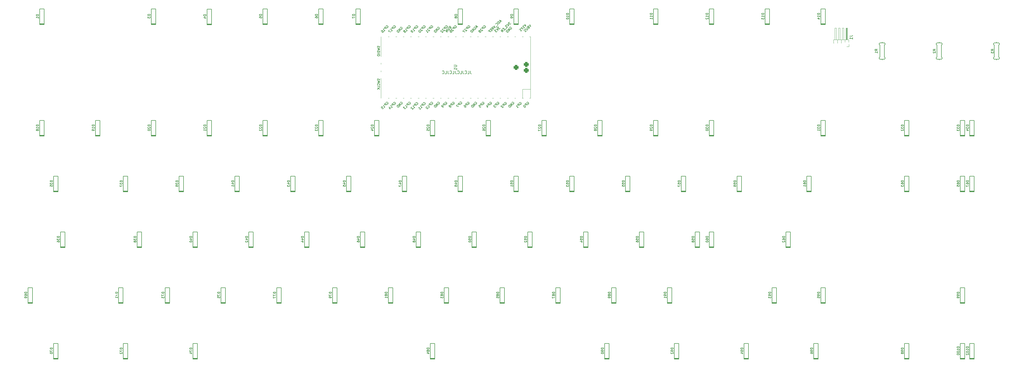
<source format=gbr>
%TF.GenerationSoftware,KiCad,Pcbnew,(7.0.0-rc2-153-g7d6218acb4)*%
%TF.CreationDate,2023-02-19T18:31:40+05:30*%
%TF.ProjectId,ncr-pcb,6e63722d-7063-4622-9e6b-696361645f70,rev?*%
%TF.SameCoordinates,Original*%
%TF.FileFunction,Legend,Bot*%
%TF.FilePolarity,Positive*%
%FSLAX46Y46*%
G04 Gerber Fmt 4.6, Leading zero omitted, Abs format (unit mm)*
G04 Created by KiCad (PCBNEW (7.0.0-rc2-153-g7d6218acb4)) date 2023-02-19 18:31:40*
%MOMM*%
%LPD*%
G01*
G04 APERTURE LIST*
G04 Aperture macros list*
%AMRoundRect*
0 Rectangle with rounded corners*
0 $1 Rounding radius*
0 $2 $3 $4 $5 $6 $7 $8 $9 X,Y pos of 4 corners*
0 Add a 4 corners polygon primitive as box body*
4,1,4,$2,$3,$4,$5,$6,$7,$8,$9,$2,$3,0*
0 Add four circle primitives for the rounded corners*
1,1,$1+$1,$2,$3*
1,1,$1+$1,$4,$5*
1,1,$1+$1,$6,$7*
1,1,$1+$1,$8,$9*
0 Add four rect primitives between the rounded corners*
20,1,$1+$1,$2,$3,$4,$5,0*
20,1,$1+$1,$4,$5,$6,$7,0*
20,1,$1+$1,$6,$7,$8,$9,0*
20,1,$1+$1,$8,$9,$2,$3,0*%
%AMHorizOval*
0 Thick line with rounded ends*
0 $1 width*
0 $2 $3 position (X,Y) of the first rounded end (center of the circle)*
0 $4 $5 position (X,Y) of the second rounded end (center of the circle)*
0 Add line between two ends*
20,1,$1,$2,$3,$4,$5,0*
0 Add two circle primitives to create the rounded ends*
1,1,$1,$2,$3*
1,1,$1,$4,$5*%
G04 Aperture macros list end*
%ADD10C,0.150000*%
%ADD11C,0.120000*%
%ADD12R,1.000000X1.000000*%
%ADD13O,1.000000X1.000000*%
%ADD14C,4.700000*%
%ADD15R,1.200000X1.500000*%
%ADD16C,1.600000*%
%ADD17R,1.800000X1.800000*%
%ADD18C,1.800000*%
%ADD19RoundRect,0.437500X0.437500X-0.437500X0.437500X0.437500X-0.437500X0.437500X-0.437500X-0.437500X0*%
%ADD20R,1.200000X1.600000*%
%ADD21R,1.600000X1.600000*%
%ADD22C,1.750000*%
%ADD23C,3.987800*%
%ADD24HorizOval,2.250000X0.655001X0.730000X-0.655001X-0.730000X0*%
%ADD25C,2.250000*%
%ADD26HorizOval,2.250000X0.020000X0.290000X-0.020000X-0.290000X0*%
%ADD27C,3.048000*%
%ADD28O,1.700000X1.700000*%
%ADD29R,1.700000X3.500000*%
%ADD30R,1.700000X1.700000*%
%ADD31R,3.500000X1.700000*%
G04 APERTURE END LIST*
D10*
X163782440Y-28151130D02*
X163782440Y-28865416D01*
X163782440Y-28865416D02*
X163830059Y-29008273D01*
X163830059Y-29008273D02*
X163925297Y-29103511D01*
X163925297Y-29103511D02*
X164068154Y-29151130D01*
X164068154Y-29151130D02*
X164163392Y-29151130D01*
X162830059Y-29151130D02*
X163306249Y-29151130D01*
X163306249Y-29151130D02*
X163306249Y-28151130D01*
X161925297Y-29055892D02*
X161972916Y-29103511D01*
X161972916Y-29103511D02*
X162115773Y-29151130D01*
X162115773Y-29151130D02*
X162211011Y-29151130D01*
X162211011Y-29151130D02*
X162353868Y-29103511D01*
X162353868Y-29103511D02*
X162449106Y-29008273D01*
X162449106Y-29008273D02*
X162496725Y-28913035D01*
X162496725Y-28913035D02*
X162544344Y-28722559D01*
X162544344Y-28722559D02*
X162544344Y-28579702D01*
X162544344Y-28579702D02*
X162496725Y-28389226D01*
X162496725Y-28389226D02*
X162449106Y-28293988D01*
X162449106Y-28293988D02*
X162353868Y-28198750D01*
X162353868Y-28198750D02*
X162211011Y-28151130D01*
X162211011Y-28151130D02*
X162115773Y-28151130D01*
X162115773Y-28151130D02*
X161972916Y-28198750D01*
X161972916Y-28198750D02*
X161925297Y-28246369D01*
X161211011Y-28151130D02*
X161211011Y-28865416D01*
X161211011Y-28865416D02*
X161258630Y-29008273D01*
X161258630Y-29008273D02*
X161353868Y-29103511D01*
X161353868Y-29103511D02*
X161496725Y-29151130D01*
X161496725Y-29151130D02*
X161591963Y-29151130D01*
X160258630Y-29151130D02*
X160734820Y-29151130D01*
X160734820Y-29151130D02*
X160734820Y-28151130D01*
X159353868Y-29055892D02*
X159401487Y-29103511D01*
X159401487Y-29103511D02*
X159544344Y-29151130D01*
X159544344Y-29151130D02*
X159639582Y-29151130D01*
X159639582Y-29151130D02*
X159782439Y-29103511D01*
X159782439Y-29103511D02*
X159877677Y-29008273D01*
X159877677Y-29008273D02*
X159925296Y-28913035D01*
X159925296Y-28913035D02*
X159972915Y-28722559D01*
X159972915Y-28722559D02*
X159972915Y-28579702D01*
X159972915Y-28579702D02*
X159925296Y-28389226D01*
X159925296Y-28389226D02*
X159877677Y-28293988D01*
X159877677Y-28293988D02*
X159782439Y-28198750D01*
X159782439Y-28198750D02*
X159639582Y-28151130D01*
X159639582Y-28151130D02*
X159544344Y-28151130D01*
X159544344Y-28151130D02*
X159401487Y-28198750D01*
X159401487Y-28198750D02*
X159353868Y-28246369D01*
X158639582Y-28151130D02*
X158639582Y-28865416D01*
X158639582Y-28865416D02*
X158687201Y-29008273D01*
X158687201Y-29008273D02*
X158782439Y-29103511D01*
X158782439Y-29103511D02*
X158925296Y-29151130D01*
X158925296Y-29151130D02*
X159020534Y-29151130D01*
X157687201Y-29151130D02*
X158163391Y-29151130D01*
X158163391Y-29151130D02*
X158163391Y-28151130D01*
X156782439Y-29055892D02*
X156830058Y-29103511D01*
X156830058Y-29103511D02*
X156972915Y-29151130D01*
X156972915Y-29151130D02*
X157068153Y-29151130D01*
X157068153Y-29151130D02*
X157211010Y-29103511D01*
X157211010Y-29103511D02*
X157306248Y-29008273D01*
X157306248Y-29008273D02*
X157353867Y-28913035D01*
X157353867Y-28913035D02*
X157401486Y-28722559D01*
X157401486Y-28722559D02*
X157401486Y-28579702D01*
X157401486Y-28579702D02*
X157353867Y-28389226D01*
X157353867Y-28389226D02*
X157306248Y-28293988D01*
X157306248Y-28293988D02*
X157211010Y-28198750D01*
X157211010Y-28198750D02*
X157068153Y-28151130D01*
X157068153Y-28151130D02*
X156972915Y-28151130D01*
X156972915Y-28151130D02*
X156830058Y-28198750D01*
X156830058Y-28198750D02*
X156782439Y-28246369D01*
X156068153Y-28151130D02*
X156068153Y-28865416D01*
X156068153Y-28865416D02*
X156115772Y-29008273D01*
X156115772Y-29008273D02*
X156211010Y-29103511D01*
X156211010Y-29103511D02*
X156353867Y-29151130D01*
X156353867Y-29151130D02*
X156449105Y-29151130D01*
X155115772Y-29151130D02*
X155591962Y-29151130D01*
X155591962Y-29151130D02*
X155591962Y-28151130D01*
X154211010Y-29055892D02*
X154258629Y-29103511D01*
X154258629Y-29103511D02*
X154401486Y-29151130D01*
X154401486Y-29151130D02*
X154496724Y-29151130D01*
X154496724Y-29151130D02*
X154639581Y-29103511D01*
X154639581Y-29103511D02*
X154734819Y-29008273D01*
X154734819Y-29008273D02*
X154782438Y-28913035D01*
X154782438Y-28913035D02*
X154830057Y-28722559D01*
X154830057Y-28722559D02*
X154830057Y-28579702D01*
X154830057Y-28579702D02*
X154782438Y-28389226D01*
X154782438Y-28389226D02*
X154734819Y-28293988D01*
X154734819Y-28293988D02*
X154639581Y-28198750D01*
X154639581Y-28198750D02*
X154496724Y-28151130D01*
X154496724Y-28151130D02*
X154401486Y-28151130D01*
X154401486Y-28151130D02*
X154258629Y-28198750D01*
X154258629Y-28198750D02*
X154211010Y-28246369D01*
%TO.C,J1*%
X293261130Y-16327916D02*
X293975416Y-16327916D01*
X293975416Y-16327916D02*
X294118273Y-16280297D01*
X294118273Y-16280297D02*
X294213511Y-16185059D01*
X294213511Y-16185059D02*
X294261130Y-16042202D01*
X294261130Y-16042202D02*
X294261130Y-15946964D01*
X294261130Y-17327916D02*
X294261130Y-16756488D01*
X294261130Y-17042202D02*
X293261130Y-17042202D01*
X293261130Y-17042202D02*
X293403988Y-16946964D01*
X293403988Y-16946964D02*
X293499226Y-16851726D01*
X293499226Y-16851726D02*
X293546845Y-16756488D01*
%TO.C,R3*%
X342400154Y-21297917D02*
X342019202Y-21031250D01*
X342400154Y-20840774D02*
X341600154Y-20840774D01*
X341600154Y-20840774D02*
X341600154Y-21145536D01*
X341600154Y-21145536D02*
X341638250Y-21221726D01*
X341638250Y-21221726D02*
X341676345Y-21259821D01*
X341676345Y-21259821D02*
X341752535Y-21297917D01*
X341752535Y-21297917D02*
X341866821Y-21297917D01*
X341866821Y-21297917D02*
X341943011Y-21259821D01*
X341943011Y-21259821D02*
X341981107Y-21221726D01*
X341981107Y-21221726D02*
X342019202Y-21145536D01*
X342019202Y-21145536D02*
X342019202Y-20840774D01*
X341600154Y-21564583D02*
X341600154Y-22059821D01*
X341600154Y-22059821D02*
X341904916Y-21793155D01*
X341904916Y-21793155D02*
X341904916Y-21907440D01*
X341904916Y-21907440D02*
X341943011Y-21983631D01*
X341943011Y-21983631D02*
X341981107Y-22021726D01*
X341981107Y-22021726D02*
X342057297Y-22059821D01*
X342057297Y-22059821D02*
X342247773Y-22059821D01*
X342247773Y-22059821D02*
X342323964Y-22021726D01*
X342323964Y-22021726D02*
X342362059Y-21983631D01*
X342362059Y-21983631D02*
X342400154Y-21907440D01*
X342400154Y-21907440D02*
X342400154Y-21678869D01*
X342400154Y-21678869D02*
X342362059Y-21602678D01*
X342362059Y-21602678D02*
X342323964Y-21564583D01*
%TO.C,R2*%
X322556404Y-21297917D02*
X322175452Y-21031250D01*
X322556404Y-20840774D02*
X321756404Y-20840774D01*
X321756404Y-20840774D02*
X321756404Y-21145536D01*
X321756404Y-21145536D02*
X321794500Y-21221726D01*
X321794500Y-21221726D02*
X321832595Y-21259821D01*
X321832595Y-21259821D02*
X321908785Y-21297917D01*
X321908785Y-21297917D02*
X322023071Y-21297917D01*
X322023071Y-21297917D02*
X322099261Y-21259821D01*
X322099261Y-21259821D02*
X322137357Y-21221726D01*
X322137357Y-21221726D02*
X322175452Y-21145536D01*
X322175452Y-21145536D02*
X322175452Y-20840774D01*
X321832595Y-21602678D02*
X321794500Y-21640774D01*
X321794500Y-21640774D02*
X321756404Y-21716964D01*
X321756404Y-21716964D02*
X321756404Y-21907440D01*
X321756404Y-21907440D02*
X321794500Y-21983631D01*
X321794500Y-21983631D02*
X321832595Y-22021726D01*
X321832595Y-22021726D02*
X321908785Y-22059821D01*
X321908785Y-22059821D02*
X321984976Y-22059821D01*
X321984976Y-22059821D02*
X322099261Y-22021726D01*
X322099261Y-22021726D02*
X322556404Y-21564583D01*
X322556404Y-21564583D02*
X322556404Y-22059821D01*
%TO.C,R1*%
X302712654Y-21297917D02*
X302331702Y-21031250D01*
X302712654Y-20840774D02*
X301912654Y-20840774D01*
X301912654Y-20840774D02*
X301912654Y-21145536D01*
X301912654Y-21145536D02*
X301950750Y-21221726D01*
X301950750Y-21221726D02*
X301988845Y-21259821D01*
X301988845Y-21259821D02*
X302065035Y-21297917D01*
X302065035Y-21297917D02*
X302179321Y-21297917D01*
X302179321Y-21297917D02*
X302255511Y-21259821D01*
X302255511Y-21259821D02*
X302293607Y-21221726D01*
X302293607Y-21221726D02*
X302331702Y-21145536D01*
X302331702Y-21145536D02*
X302331702Y-20840774D01*
X302712654Y-22059821D02*
X302712654Y-21602678D01*
X302712654Y-21831250D02*
X301912654Y-21831250D01*
X301912654Y-21831250D02*
X302026940Y-21755059D01*
X302026940Y-21755059D02*
X302103130Y-21678869D01*
X302103130Y-21678869D02*
X302141226Y-21602678D01*
%TO.C,D1*%
X16356404Y-8971624D02*
X15556404Y-8971624D01*
X15556404Y-8971624D02*
X15556404Y-9162100D01*
X15556404Y-9162100D02*
X15594500Y-9276386D01*
X15594500Y-9276386D02*
X15670690Y-9352576D01*
X15670690Y-9352576D02*
X15746880Y-9390671D01*
X15746880Y-9390671D02*
X15899261Y-9428767D01*
X15899261Y-9428767D02*
X16013547Y-9428767D01*
X16013547Y-9428767D02*
X16165928Y-9390671D01*
X16165928Y-9390671D02*
X16242119Y-9352576D01*
X16242119Y-9352576D02*
X16318309Y-9276386D01*
X16318309Y-9276386D02*
X16356404Y-9162100D01*
X16356404Y-9162100D02*
X16356404Y-8971624D01*
X16356404Y-10190671D02*
X16356404Y-9733528D01*
X16356404Y-9962100D02*
X15556404Y-9962100D01*
X15556404Y-9962100D02*
X15670690Y-9885909D01*
X15670690Y-9885909D02*
X15746880Y-9809719D01*
X15746880Y-9809719D02*
X15784976Y-9733528D01*
%TO.C,D3*%
X54456404Y-8909124D02*
X53656404Y-8909124D01*
X53656404Y-8909124D02*
X53656404Y-9099600D01*
X53656404Y-9099600D02*
X53694500Y-9213886D01*
X53694500Y-9213886D02*
X53770690Y-9290076D01*
X53770690Y-9290076D02*
X53846880Y-9328171D01*
X53846880Y-9328171D02*
X53999261Y-9366267D01*
X53999261Y-9366267D02*
X54113547Y-9366267D01*
X54113547Y-9366267D02*
X54265928Y-9328171D01*
X54265928Y-9328171D02*
X54342119Y-9290076D01*
X54342119Y-9290076D02*
X54418309Y-9213886D01*
X54418309Y-9213886D02*
X54456404Y-9099600D01*
X54456404Y-9099600D02*
X54456404Y-8909124D01*
X53656404Y-9632933D02*
X53656404Y-10128171D01*
X53656404Y-10128171D02*
X53961166Y-9861505D01*
X53961166Y-9861505D02*
X53961166Y-9975790D01*
X53961166Y-9975790D02*
X53999261Y-10051981D01*
X53999261Y-10051981D02*
X54037357Y-10090076D01*
X54037357Y-10090076D02*
X54113547Y-10128171D01*
X54113547Y-10128171D02*
X54304023Y-10128171D01*
X54304023Y-10128171D02*
X54380214Y-10090076D01*
X54380214Y-10090076D02*
X54418309Y-10051981D01*
X54418309Y-10051981D02*
X54456404Y-9975790D01*
X54456404Y-9975790D02*
X54456404Y-9747219D01*
X54456404Y-9747219D02*
X54418309Y-9671028D01*
X54418309Y-9671028D02*
X54380214Y-9632933D01*
%TO.C,D4*%
X73506404Y-8977874D02*
X72706404Y-8977874D01*
X72706404Y-8977874D02*
X72706404Y-9168350D01*
X72706404Y-9168350D02*
X72744500Y-9282636D01*
X72744500Y-9282636D02*
X72820690Y-9358826D01*
X72820690Y-9358826D02*
X72896880Y-9396921D01*
X72896880Y-9396921D02*
X73049261Y-9435017D01*
X73049261Y-9435017D02*
X73163547Y-9435017D01*
X73163547Y-9435017D02*
X73315928Y-9396921D01*
X73315928Y-9396921D02*
X73392119Y-9358826D01*
X73392119Y-9358826D02*
X73468309Y-9282636D01*
X73468309Y-9282636D02*
X73506404Y-9168350D01*
X73506404Y-9168350D02*
X73506404Y-8977874D01*
X72973071Y-10120731D02*
X73506404Y-10120731D01*
X72668309Y-9930255D02*
X73239738Y-9739778D01*
X73239738Y-9739778D02*
X73239738Y-10235017D01*
%TO.C,D5*%
X92556404Y-8909124D02*
X91756404Y-8909124D01*
X91756404Y-8909124D02*
X91756404Y-9099600D01*
X91756404Y-9099600D02*
X91794500Y-9213886D01*
X91794500Y-9213886D02*
X91870690Y-9290076D01*
X91870690Y-9290076D02*
X91946880Y-9328171D01*
X91946880Y-9328171D02*
X92099261Y-9366267D01*
X92099261Y-9366267D02*
X92213547Y-9366267D01*
X92213547Y-9366267D02*
X92365928Y-9328171D01*
X92365928Y-9328171D02*
X92442119Y-9290076D01*
X92442119Y-9290076D02*
X92518309Y-9213886D01*
X92518309Y-9213886D02*
X92556404Y-9099600D01*
X92556404Y-9099600D02*
X92556404Y-8909124D01*
X91756404Y-10090076D02*
X91756404Y-9709124D01*
X91756404Y-9709124D02*
X92137357Y-9671028D01*
X92137357Y-9671028D02*
X92099261Y-9709124D01*
X92099261Y-9709124D02*
X92061166Y-9785314D01*
X92061166Y-9785314D02*
X92061166Y-9975790D01*
X92061166Y-9975790D02*
X92099261Y-10051981D01*
X92099261Y-10051981D02*
X92137357Y-10090076D01*
X92137357Y-10090076D02*
X92213547Y-10128171D01*
X92213547Y-10128171D02*
X92404023Y-10128171D01*
X92404023Y-10128171D02*
X92480214Y-10090076D01*
X92480214Y-10090076D02*
X92518309Y-10051981D01*
X92518309Y-10051981D02*
X92556404Y-9975790D01*
X92556404Y-9975790D02*
X92556404Y-9785314D01*
X92556404Y-9785314D02*
X92518309Y-9709124D01*
X92518309Y-9709124D02*
X92480214Y-9671028D01*
%TO.C,D6*%
X111606404Y-8909124D02*
X110806404Y-8909124D01*
X110806404Y-8909124D02*
X110806404Y-9099600D01*
X110806404Y-9099600D02*
X110844500Y-9213886D01*
X110844500Y-9213886D02*
X110920690Y-9290076D01*
X110920690Y-9290076D02*
X110996880Y-9328171D01*
X110996880Y-9328171D02*
X111149261Y-9366267D01*
X111149261Y-9366267D02*
X111263547Y-9366267D01*
X111263547Y-9366267D02*
X111415928Y-9328171D01*
X111415928Y-9328171D02*
X111492119Y-9290076D01*
X111492119Y-9290076D02*
X111568309Y-9213886D01*
X111568309Y-9213886D02*
X111606404Y-9099600D01*
X111606404Y-9099600D02*
X111606404Y-8909124D01*
X110806404Y-10051981D02*
X110806404Y-9899600D01*
X110806404Y-9899600D02*
X110844500Y-9823409D01*
X110844500Y-9823409D02*
X110882595Y-9785314D01*
X110882595Y-9785314D02*
X110996880Y-9709124D01*
X110996880Y-9709124D02*
X111149261Y-9671028D01*
X111149261Y-9671028D02*
X111454023Y-9671028D01*
X111454023Y-9671028D02*
X111530214Y-9709124D01*
X111530214Y-9709124D02*
X111568309Y-9747219D01*
X111568309Y-9747219D02*
X111606404Y-9823409D01*
X111606404Y-9823409D02*
X111606404Y-9975790D01*
X111606404Y-9975790D02*
X111568309Y-10051981D01*
X111568309Y-10051981D02*
X111530214Y-10090076D01*
X111530214Y-10090076D02*
X111454023Y-10128171D01*
X111454023Y-10128171D02*
X111263547Y-10128171D01*
X111263547Y-10128171D02*
X111187357Y-10090076D01*
X111187357Y-10090076D02*
X111149261Y-10051981D01*
X111149261Y-10051981D02*
X111111166Y-9975790D01*
X111111166Y-9975790D02*
X111111166Y-9823409D01*
X111111166Y-9823409D02*
X111149261Y-9747219D01*
X111149261Y-9747219D02*
X111187357Y-9709124D01*
X111187357Y-9709124D02*
X111263547Y-9671028D01*
%TO.C,D7*%
X124306404Y-8909124D02*
X123506404Y-8909124D01*
X123506404Y-8909124D02*
X123506404Y-9099600D01*
X123506404Y-9099600D02*
X123544500Y-9213886D01*
X123544500Y-9213886D02*
X123620690Y-9290076D01*
X123620690Y-9290076D02*
X123696880Y-9328171D01*
X123696880Y-9328171D02*
X123849261Y-9366267D01*
X123849261Y-9366267D02*
X123963547Y-9366267D01*
X123963547Y-9366267D02*
X124115928Y-9328171D01*
X124115928Y-9328171D02*
X124192119Y-9290076D01*
X124192119Y-9290076D02*
X124268309Y-9213886D01*
X124268309Y-9213886D02*
X124306404Y-9099600D01*
X124306404Y-9099600D02*
X124306404Y-8909124D01*
X123506404Y-9632933D02*
X123506404Y-10166267D01*
X123506404Y-10166267D02*
X124306404Y-9823409D01*
%TO.C,D8*%
X159231404Y-8909124D02*
X158431404Y-8909124D01*
X158431404Y-8909124D02*
X158431404Y-9099600D01*
X158431404Y-9099600D02*
X158469500Y-9213886D01*
X158469500Y-9213886D02*
X158545690Y-9290076D01*
X158545690Y-9290076D02*
X158621880Y-9328171D01*
X158621880Y-9328171D02*
X158774261Y-9366267D01*
X158774261Y-9366267D02*
X158888547Y-9366267D01*
X158888547Y-9366267D02*
X159040928Y-9328171D01*
X159040928Y-9328171D02*
X159117119Y-9290076D01*
X159117119Y-9290076D02*
X159193309Y-9213886D01*
X159193309Y-9213886D02*
X159231404Y-9099600D01*
X159231404Y-9099600D02*
X159231404Y-8909124D01*
X158774261Y-9823409D02*
X158736166Y-9747219D01*
X158736166Y-9747219D02*
X158698071Y-9709124D01*
X158698071Y-9709124D02*
X158621880Y-9671028D01*
X158621880Y-9671028D02*
X158583785Y-9671028D01*
X158583785Y-9671028D02*
X158507595Y-9709124D01*
X158507595Y-9709124D02*
X158469500Y-9747219D01*
X158469500Y-9747219D02*
X158431404Y-9823409D01*
X158431404Y-9823409D02*
X158431404Y-9975790D01*
X158431404Y-9975790D02*
X158469500Y-10051981D01*
X158469500Y-10051981D02*
X158507595Y-10090076D01*
X158507595Y-10090076D02*
X158583785Y-10128171D01*
X158583785Y-10128171D02*
X158621880Y-10128171D01*
X158621880Y-10128171D02*
X158698071Y-10090076D01*
X158698071Y-10090076D02*
X158736166Y-10051981D01*
X158736166Y-10051981D02*
X158774261Y-9975790D01*
X158774261Y-9975790D02*
X158774261Y-9823409D01*
X158774261Y-9823409D02*
X158812357Y-9747219D01*
X158812357Y-9747219D02*
X158850452Y-9709124D01*
X158850452Y-9709124D02*
X158926642Y-9671028D01*
X158926642Y-9671028D02*
X159079023Y-9671028D01*
X159079023Y-9671028D02*
X159155214Y-9709124D01*
X159155214Y-9709124D02*
X159193309Y-9747219D01*
X159193309Y-9747219D02*
X159231404Y-9823409D01*
X159231404Y-9823409D02*
X159231404Y-9975790D01*
X159231404Y-9975790D02*
X159193309Y-10051981D01*
X159193309Y-10051981D02*
X159155214Y-10090076D01*
X159155214Y-10090076D02*
X159079023Y-10128171D01*
X159079023Y-10128171D02*
X158926642Y-10128171D01*
X158926642Y-10128171D02*
X158850452Y-10090076D01*
X158850452Y-10090076D02*
X158812357Y-10051981D01*
X158812357Y-10051981D02*
X158774261Y-9975790D01*
%TO.C,D9*%
X178281404Y-8909124D02*
X177481404Y-8909124D01*
X177481404Y-8909124D02*
X177481404Y-9099600D01*
X177481404Y-9099600D02*
X177519500Y-9213886D01*
X177519500Y-9213886D02*
X177595690Y-9290076D01*
X177595690Y-9290076D02*
X177671880Y-9328171D01*
X177671880Y-9328171D02*
X177824261Y-9366267D01*
X177824261Y-9366267D02*
X177938547Y-9366267D01*
X177938547Y-9366267D02*
X178090928Y-9328171D01*
X178090928Y-9328171D02*
X178167119Y-9290076D01*
X178167119Y-9290076D02*
X178243309Y-9213886D01*
X178243309Y-9213886D02*
X178281404Y-9099600D01*
X178281404Y-9099600D02*
X178281404Y-8909124D01*
X178281404Y-9747219D02*
X178281404Y-9899600D01*
X178281404Y-9899600D02*
X178243309Y-9975790D01*
X178243309Y-9975790D02*
X178205214Y-10013886D01*
X178205214Y-10013886D02*
X178090928Y-10090076D01*
X178090928Y-10090076D02*
X177938547Y-10128171D01*
X177938547Y-10128171D02*
X177633785Y-10128171D01*
X177633785Y-10128171D02*
X177557595Y-10090076D01*
X177557595Y-10090076D02*
X177519500Y-10051981D01*
X177519500Y-10051981D02*
X177481404Y-9975790D01*
X177481404Y-9975790D02*
X177481404Y-9823409D01*
X177481404Y-9823409D02*
X177519500Y-9747219D01*
X177519500Y-9747219D02*
X177557595Y-9709124D01*
X177557595Y-9709124D02*
X177633785Y-9671028D01*
X177633785Y-9671028D02*
X177824261Y-9671028D01*
X177824261Y-9671028D02*
X177900452Y-9709124D01*
X177900452Y-9709124D02*
X177938547Y-9747219D01*
X177938547Y-9747219D02*
X177976642Y-9823409D01*
X177976642Y-9823409D02*
X177976642Y-9975790D01*
X177976642Y-9975790D02*
X177938547Y-10051981D01*
X177938547Y-10051981D02*
X177900452Y-10090076D01*
X177900452Y-10090076D02*
X177824261Y-10128171D01*
%TO.C,D10*%
X197331404Y-8528171D02*
X196531404Y-8528171D01*
X196531404Y-8528171D02*
X196531404Y-8718647D01*
X196531404Y-8718647D02*
X196569500Y-8832933D01*
X196569500Y-8832933D02*
X196645690Y-8909123D01*
X196645690Y-8909123D02*
X196721880Y-8947218D01*
X196721880Y-8947218D02*
X196874261Y-8985314D01*
X196874261Y-8985314D02*
X196988547Y-8985314D01*
X196988547Y-8985314D02*
X197140928Y-8947218D01*
X197140928Y-8947218D02*
X197217119Y-8909123D01*
X197217119Y-8909123D02*
X197293309Y-8832933D01*
X197293309Y-8832933D02*
X197331404Y-8718647D01*
X197331404Y-8718647D02*
X197331404Y-8528171D01*
X197331404Y-9747218D02*
X197331404Y-9290075D01*
X197331404Y-9518647D02*
X196531404Y-9518647D01*
X196531404Y-9518647D02*
X196645690Y-9442456D01*
X196645690Y-9442456D02*
X196721880Y-9366266D01*
X196721880Y-9366266D02*
X196759976Y-9290075D01*
X196531404Y-10242457D02*
X196531404Y-10318647D01*
X196531404Y-10318647D02*
X196569500Y-10394838D01*
X196569500Y-10394838D02*
X196607595Y-10432933D01*
X196607595Y-10432933D02*
X196683785Y-10471028D01*
X196683785Y-10471028D02*
X196836166Y-10509123D01*
X196836166Y-10509123D02*
X197026642Y-10509123D01*
X197026642Y-10509123D02*
X197179023Y-10471028D01*
X197179023Y-10471028D02*
X197255214Y-10432933D01*
X197255214Y-10432933D02*
X197293309Y-10394838D01*
X197293309Y-10394838D02*
X197331404Y-10318647D01*
X197331404Y-10318647D02*
X197331404Y-10242457D01*
X197331404Y-10242457D02*
X197293309Y-10166266D01*
X197293309Y-10166266D02*
X197255214Y-10128171D01*
X197255214Y-10128171D02*
X197179023Y-10090076D01*
X197179023Y-10090076D02*
X197026642Y-10051980D01*
X197026642Y-10051980D02*
X196836166Y-10051980D01*
X196836166Y-10051980D02*
X196683785Y-10090076D01*
X196683785Y-10090076D02*
X196607595Y-10128171D01*
X196607595Y-10128171D02*
X196569500Y-10166266D01*
X196569500Y-10166266D02*
X196531404Y-10242457D01*
%TO.C,D11*%
X225906404Y-8528171D02*
X225106404Y-8528171D01*
X225106404Y-8528171D02*
X225106404Y-8718647D01*
X225106404Y-8718647D02*
X225144500Y-8832933D01*
X225144500Y-8832933D02*
X225220690Y-8909123D01*
X225220690Y-8909123D02*
X225296880Y-8947218D01*
X225296880Y-8947218D02*
X225449261Y-8985314D01*
X225449261Y-8985314D02*
X225563547Y-8985314D01*
X225563547Y-8985314D02*
X225715928Y-8947218D01*
X225715928Y-8947218D02*
X225792119Y-8909123D01*
X225792119Y-8909123D02*
X225868309Y-8832933D01*
X225868309Y-8832933D02*
X225906404Y-8718647D01*
X225906404Y-8718647D02*
X225906404Y-8528171D01*
X225906404Y-9747218D02*
X225906404Y-9290075D01*
X225906404Y-9518647D02*
X225106404Y-9518647D01*
X225106404Y-9518647D02*
X225220690Y-9442456D01*
X225220690Y-9442456D02*
X225296880Y-9366266D01*
X225296880Y-9366266D02*
X225334976Y-9290075D01*
X225906404Y-10509123D02*
X225906404Y-10051980D01*
X225906404Y-10280552D02*
X225106404Y-10280552D01*
X225106404Y-10280552D02*
X225220690Y-10204361D01*
X225220690Y-10204361D02*
X225296880Y-10128171D01*
X225296880Y-10128171D02*
X225334976Y-10051980D01*
%TO.C,D12*%
X244956404Y-8528171D02*
X244156404Y-8528171D01*
X244156404Y-8528171D02*
X244156404Y-8718647D01*
X244156404Y-8718647D02*
X244194500Y-8832933D01*
X244194500Y-8832933D02*
X244270690Y-8909123D01*
X244270690Y-8909123D02*
X244346880Y-8947218D01*
X244346880Y-8947218D02*
X244499261Y-8985314D01*
X244499261Y-8985314D02*
X244613547Y-8985314D01*
X244613547Y-8985314D02*
X244765928Y-8947218D01*
X244765928Y-8947218D02*
X244842119Y-8909123D01*
X244842119Y-8909123D02*
X244918309Y-8832933D01*
X244918309Y-8832933D02*
X244956404Y-8718647D01*
X244956404Y-8718647D02*
X244956404Y-8528171D01*
X244956404Y-9747218D02*
X244956404Y-9290075D01*
X244956404Y-9518647D02*
X244156404Y-9518647D01*
X244156404Y-9518647D02*
X244270690Y-9442456D01*
X244270690Y-9442456D02*
X244346880Y-9366266D01*
X244346880Y-9366266D02*
X244384976Y-9290075D01*
X244232595Y-10051980D02*
X244194500Y-10090076D01*
X244194500Y-10090076D02*
X244156404Y-10166266D01*
X244156404Y-10166266D02*
X244156404Y-10356742D01*
X244156404Y-10356742D02*
X244194500Y-10432933D01*
X244194500Y-10432933D02*
X244232595Y-10471028D01*
X244232595Y-10471028D02*
X244308785Y-10509123D01*
X244308785Y-10509123D02*
X244384976Y-10509123D01*
X244384976Y-10509123D02*
X244499261Y-10471028D01*
X244499261Y-10471028D02*
X244956404Y-10013885D01*
X244956404Y-10013885D02*
X244956404Y-10509123D01*
%TO.C,D13*%
X264006404Y-8528171D02*
X263206404Y-8528171D01*
X263206404Y-8528171D02*
X263206404Y-8718647D01*
X263206404Y-8718647D02*
X263244500Y-8832933D01*
X263244500Y-8832933D02*
X263320690Y-8909123D01*
X263320690Y-8909123D02*
X263396880Y-8947218D01*
X263396880Y-8947218D02*
X263549261Y-8985314D01*
X263549261Y-8985314D02*
X263663547Y-8985314D01*
X263663547Y-8985314D02*
X263815928Y-8947218D01*
X263815928Y-8947218D02*
X263892119Y-8909123D01*
X263892119Y-8909123D02*
X263968309Y-8832933D01*
X263968309Y-8832933D02*
X264006404Y-8718647D01*
X264006404Y-8718647D02*
X264006404Y-8528171D01*
X264006404Y-9747218D02*
X264006404Y-9290075D01*
X264006404Y-9518647D02*
X263206404Y-9518647D01*
X263206404Y-9518647D02*
X263320690Y-9442456D01*
X263320690Y-9442456D02*
X263396880Y-9366266D01*
X263396880Y-9366266D02*
X263434976Y-9290075D01*
X263206404Y-10013885D02*
X263206404Y-10509123D01*
X263206404Y-10509123D02*
X263511166Y-10242457D01*
X263511166Y-10242457D02*
X263511166Y-10356742D01*
X263511166Y-10356742D02*
X263549261Y-10432933D01*
X263549261Y-10432933D02*
X263587357Y-10471028D01*
X263587357Y-10471028D02*
X263663547Y-10509123D01*
X263663547Y-10509123D02*
X263854023Y-10509123D01*
X263854023Y-10509123D02*
X263930214Y-10471028D01*
X263930214Y-10471028D02*
X263968309Y-10432933D01*
X263968309Y-10432933D02*
X264006404Y-10356742D01*
X264006404Y-10356742D02*
X264006404Y-10128171D01*
X264006404Y-10128171D02*
X263968309Y-10051980D01*
X263968309Y-10051980D02*
X263930214Y-10013885D01*
%TO.C,D14*%
X283056404Y-8528171D02*
X282256404Y-8528171D01*
X282256404Y-8528171D02*
X282256404Y-8718647D01*
X282256404Y-8718647D02*
X282294500Y-8832933D01*
X282294500Y-8832933D02*
X282370690Y-8909123D01*
X282370690Y-8909123D02*
X282446880Y-8947218D01*
X282446880Y-8947218D02*
X282599261Y-8985314D01*
X282599261Y-8985314D02*
X282713547Y-8985314D01*
X282713547Y-8985314D02*
X282865928Y-8947218D01*
X282865928Y-8947218D02*
X282942119Y-8909123D01*
X282942119Y-8909123D02*
X283018309Y-8832933D01*
X283018309Y-8832933D02*
X283056404Y-8718647D01*
X283056404Y-8718647D02*
X283056404Y-8528171D01*
X283056404Y-9747218D02*
X283056404Y-9290075D01*
X283056404Y-9518647D02*
X282256404Y-9518647D01*
X282256404Y-9518647D02*
X282370690Y-9442456D01*
X282370690Y-9442456D02*
X282446880Y-9366266D01*
X282446880Y-9366266D02*
X282484976Y-9290075D01*
X282523071Y-10432933D02*
X283056404Y-10432933D01*
X282218309Y-10242457D02*
X282789738Y-10051980D01*
X282789738Y-10051980D02*
X282789738Y-10547219D01*
%TO.C,D18*%
X16356404Y-46628171D02*
X15556404Y-46628171D01*
X15556404Y-46628171D02*
X15556404Y-46818647D01*
X15556404Y-46818647D02*
X15594500Y-46932933D01*
X15594500Y-46932933D02*
X15670690Y-47009123D01*
X15670690Y-47009123D02*
X15746880Y-47047218D01*
X15746880Y-47047218D02*
X15899261Y-47085314D01*
X15899261Y-47085314D02*
X16013547Y-47085314D01*
X16013547Y-47085314D02*
X16165928Y-47047218D01*
X16165928Y-47047218D02*
X16242119Y-47009123D01*
X16242119Y-47009123D02*
X16318309Y-46932933D01*
X16318309Y-46932933D02*
X16356404Y-46818647D01*
X16356404Y-46818647D02*
X16356404Y-46628171D01*
X16356404Y-47847218D02*
X16356404Y-47390075D01*
X16356404Y-47618647D02*
X15556404Y-47618647D01*
X15556404Y-47618647D02*
X15670690Y-47542456D01*
X15670690Y-47542456D02*
X15746880Y-47466266D01*
X15746880Y-47466266D02*
X15784976Y-47390075D01*
X15899261Y-48304361D02*
X15861166Y-48228171D01*
X15861166Y-48228171D02*
X15823071Y-48190076D01*
X15823071Y-48190076D02*
X15746880Y-48151980D01*
X15746880Y-48151980D02*
X15708785Y-48151980D01*
X15708785Y-48151980D02*
X15632595Y-48190076D01*
X15632595Y-48190076D02*
X15594500Y-48228171D01*
X15594500Y-48228171D02*
X15556404Y-48304361D01*
X15556404Y-48304361D02*
X15556404Y-48456742D01*
X15556404Y-48456742D02*
X15594500Y-48532933D01*
X15594500Y-48532933D02*
X15632595Y-48571028D01*
X15632595Y-48571028D02*
X15708785Y-48609123D01*
X15708785Y-48609123D02*
X15746880Y-48609123D01*
X15746880Y-48609123D02*
X15823071Y-48571028D01*
X15823071Y-48571028D02*
X15861166Y-48532933D01*
X15861166Y-48532933D02*
X15899261Y-48456742D01*
X15899261Y-48456742D02*
X15899261Y-48304361D01*
X15899261Y-48304361D02*
X15937357Y-48228171D01*
X15937357Y-48228171D02*
X15975452Y-48190076D01*
X15975452Y-48190076D02*
X16051642Y-48151980D01*
X16051642Y-48151980D02*
X16204023Y-48151980D01*
X16204023Y-48151980D02*
X16280214Y-48190076D01*
X16280214Y-48190076D02*
X16318309Y-48228171D01*
X16318309Y-48228171D02*
X16356404Y-48304361D01*
X16356404Y-48304361D02*
X16356404Y-48456742D01*
X16356404Y-48456742D02*
X16318309Y-48532933D01*
X16318309Y-48532933D02*
X16280214Y-48571028D01*
X16280214Y-48571028D02*
X16204023Y-48609123D01*
X16204023Y-48609123D02*
X16051642Y-48609123D01*
X16051642Y-48609123D02*
X15975452Y-48571028D01*
X15975452Y-48571028D02*
X15937357Y-48532933D01*
X15937357Y-48532933D02*
X15899261Y-48456742D01*
%TO.C,D19*%
X35406404Y-46628171D02*
X34606404Y-46628171D01*
X34606404Y-46628171D02*
X34606404Y-46818647D01*
X34606404Y-46818647D02*
X34644500Y-46932933D01*
X34644500Y-46932933D02*
X34720690Y-47009123D01*
X34720690Y-47009123D02*
X34796880Y-47047218D01*
X34796880Y-47047218D02*
X34949261Y-47085314D01*
X34949261Y-47085314D02*
X35063547Y-47085314D01*
X35063547Y-47085314D02*
X35215928Y-47047218D01*
X35215928Y-47047218D02*
X35292119Y-47009123D01*
X35292119Y-47009123D02*
X35368309Y-46932933D01*
X35368309Y-46932933D02*
X35406404Y-46818647D01*
X35406404Y-46818647D02*
X35406404Y-46628171D01*
X35406404Y-47847218D02*
X35406404Y-47390075D01*
X35406404Y-47618647D02*
X34606404Y-47618647D01*
X34606404Y-47618647D02*
X34720690Y-47542456D01*
X34720690Y-47542456D02*
X34796880Y-47466266D01*
X34796880Y-47466266D02*
X34834976Y-47390075D01*
X35406404Y-48228171D02*
X35406404Y-48380552D01*
X35406404Y-48380552D02*
X35368309Y-48456742D01*
X35368309Y-48456742D02*
X35330214Y-48494838D01*
X35330214Y-48494838D02*
X35215928Y-48571028D01*
X35215928Y-48571028D02*
X35063547Y-48609123D01*
X35063547Y-48609123D02*
X34758785Y-48609123D01*
X34758785Y-48609123D02*
X34682595Y-48571028D01*
X34682595Y-48571028D02*
X34644500Y-48532933D01*
X34644500Y-48532933D02*
X34606404Y-48456742D01*
X34606404Y-48456742D02*
X34606404Y-48304361D01*
X34606404Y-48304361D02*
X34644500Y-48228171D01*
X34644500Y-48228171D02*
X34682595Y-48190076D01*
X34682595Y-48190076D02*
X34758785Y-48151980D01*
X34758785Y-48151980D02*
X34949261Y-48151980D01*
X34949261Y-48151980D02*
X35025452Y-48190076D01*
X35025452Y-48190076D02*
X35063547Y-48228171D01*
X35063547Y-48228171D02*
X35101642Y-48304361D01*
X35101642Y-48304361D02*
X35101642Y-48456742D01*
X35101642Y-48456742D02*
X35063547Y-48532933D01*
X35063547Y-48532933D02*
X35025452Y-48571028D01*
X35025452Y-48571028D02*
X34949261Y-48609123D01*
%TO.C,D20*%
X54456404Y-46628171D02*
X53656404Y-46628171D01*
X53656404Y-46628171D02*
X53656404Y-46818647D01*
X53656404Y-46818647D02*
X53694500Y-46932933D01*
X53694500Y-46932933D02*
X53770690Y-47009123D01*
X53770690Y-47009123D02*
X53846880Y-47047218D01*
X53846880Y-47047218D02*
X53999261Y-47085314D01*
X53999261Y-47085314D02*
X54113547Y-47085314D01*
X54113547Y-47085314D02*
X54265928Y-47047218D01*
X54265928Y-47047218D02*
X54342119Y-47009123D01*
X54342119Y-47009123D02*
X54418309Y-46932933D01*
X54418309Y-46932933D02*
X54456404Y-46818647D01*
X54456404Y-46818647D02*
X54456404Y-46628171D01*
X53732595Y-47390075D02*
X53694500Y-47428171D01*
X53694500Y-47428171D02*
X53656404Y-47504361D01*
X53656404Y-47504361D02*
X53656404Y-47694837D01*
X53656404Y-47694837D02*
X53694500Y-47771028D01*
X53694500Y-47771028D02*
X53732595Y-47809123D01*
X53732595Y-47809123D02*
X53808785Y-47847218D01*
X53808785Y-47847218D02*
X53884976Y-47847218D01*
X53884976Y-47847218D02*
X53999261Y-47809123D01*
X53999261Y-47809123D02*
X54456404Y-47351980D01*
X54456404Y-47351980D02*
X54456404Y-47847218D01*
X53656404Y-48342457D02*
X53656404Y-48418647D01*
X53656404Y-48418647D02*
X53694500Y-48494838D01*
X53694500Y-48494838D02*
X53732595Y-48532933D01*
X53732595Y-48532933D02*
X53808785Y-48571028D01*
X53808785Y-48571028D02*
X53961166Y-48609123D01*
X53961166Y-48609123D02*
X54151642Y-48609123D01*
X54151642Y-48609123D02*
X54304023Y-48571028D01*
X54304023Y-48571028D02*
X54380214Y-48532933D01*
X54380214Y-48532933D02*
X54418309Y-48494838D01*
X54418309Y-48494838D02*
X54456404Y-48418647D01*
X54456404Y-48418647D02*
X54456404Y-48342457D01*
X54456404Y-48342457D02*
X54418309Y-48266266D01*
X54418309Y-48266266D02*
X54380214Y-48228171D01*
X54380214Y-48228171D02*
X54304023Y-48190076D01*
X54304023Y-48190076D02*
X54151642Y-48151980D01*
X54151642Y-48151980D02*
X53961166Y-48151980D01*
X53961166Y-48151980D02*
X53808785Y-48190076D01*
X53808785Y-48190076D02*
X53732595Y-48228171D01*
X53732595Y-48228171D02*
X53694500Y-48266266D01*
X53694500Y-48266266D02*
X53656404Y-48342457D01*
%TO.C,D21*%
X73506404Y-46628171D02*
X72706404Y-46628171D01*
X72706404Y-46628171D02*
X72706404Y-46818647D01*
X72706404Y-46818647D02*
X72744500Y-46932933D01*
X72744500Y-46932933D02*
X72820690Y-47009123D01*
X72820690Y-47009123D02*
X72896880Y-47047218D01*
X72896880Y-47047218D02*
X73049261Y-47085314D01*
X73049261Y-47085314D02*
X73163547Y-47085314D01*
X73163547Y-47085314D02*
X73315928Y-47047218D01*
X73315928Y-47047218D02*
X73392119Y-47009123D01*
X73392119Y-47009123D02*
X73468309Y-46932933D01*
X73468309Y-46932933D02*
X73506404Y-46818647D01*
X73506404Y-46818647D02*
X73506404Y-46628171D01*
X72782595Y-47390075D02*
X72744500Y-47428171D01*
X72744500Y-47428171D02*
X72706404Y-47504361D01*
X72706404Y-47504361D02*
X72706404Y-47694837D01*
X72706404Y-47694837D02*
X72744500Y-47771028D01*
X72744500Y-47771028D02*
X72782595Y-47809123D01*
X72782595Y-47809123D02*
X72858785Y-47847218D01*
X72858785Y-47847218D02*
X72934976Y-47847218D01*
X72934976Y-47847218D02*
X73049261Y-47809123D01*
X73049261Y-47809123D02*
X73506404Y-47351980D01*
X73506404Y-47351980D02*
X73506404Y-47847218D01*
X73506404Y-48609123D02*
X73506404Y-48151980D01*
X73506404Y-48380552D02*
X72706404Y-48380552D01*
X72706404Y-48380552D02*
X72820690Y-48304361D01*
X72820690Y-48304361D02*
X72896880Y-48228171D01*
X72896880Y-48228171D02*
X72934976Y-48151980D01*
%TO.C,D22*%
X92556404Y-46628171D02*
X91756404Y-46628171D01*
X91756404Y-46628171D02*
X91756404Y-46818647D01*
X91756404Y-46818647D02*
X91794500Y-46932933D01*
X91794500Y-46932933D02*
X91870690Y-47009123D01*
X91870690Y-47009123D02*
X91946880Y-47047218D01*
X91946880Y-47047218D02*
X92099261Y-47085314D01*
X92099261Y-47085314D02*
X92213547Y-47085314D01*
X92213547Y-47085314D02*
X92365928Y-47047218D01*
X92365928Y-47047218D02*
X92442119Y-47009123D01*
X92442119Y-47009123D02*
X92518309Y-46932933D01*
X92518309Y-46932933D02*
X92556404Y-46818647D01*
X92556404Y-46818647D02*
X92556404Y-46628171D01*
X91832595Y-47390075D02*
X91794500Y-47428171D01*
X91794500Y-47428171D02*
X91756404Y-47504361D01*
X91756404Y-47504361D02*
X91756404Y-47694837D01*
X91756404Y-47694837D02*
X91794500Y-47771028D01*
X91794500Y-47771028D02*
X91832595Y-47809123D01*
X91832595Y-47809123D02*
X91908785Y-47847218D01*
X91908785Y-47847218D02*
X91984976Y-47847218D01*
X91984976Y-47847218D02*
X92099261Y-47809123D01*
X92099261Y-47809123D02*
X92556404Y-47351980D01*
X92556404Y-47351980D02*
X92556404Y-47847218D01*
X91832595Y-48151980D02*
X91794500Y-48190076D01*
X91794500Y-48190076D02*
X91756404Y-48266266D01*
X91756404Y-48266266D02*
X91756404Y-48456742D01*
X91756404Y-48456742D02*
X91794500Y-48532933D01*
X91794500Y-48532933D02*
X91832595Y-48571028D01*
X91832595Y-48571028D02*
X91908785Y-48609123D01*
X91908785Y-48609123D02*
X91984976Y-48609123D01*
X91984976Y-48609123D02*
X92099261Y-48571028D01*
X92099261Y-48571028D02*
X92556404Y-48113885D01*
X92556404Y-48113885D02*
X92556404Y-48609123D01*
%TO.C,D23*%
X111606404Y-46628171D02*
X110806404Y-46628171D01*
X110806404Y-46628171D02*
X110806404Y-46818647D01*
X110806404Y-46818647D02*
X110844500Y-46932933D01*
X110844500Y-46932933D02*
X110920690Y-47009123D01*
X110920690Y-47009123D02*
X110996880Y-47047218D01*
X110996880Y-47047218D02*
X111149261Y-47085314D01*
X111149261Y-47085314D02*
X111263547Y-47085314D01*
X111263547Y-47085314D02*
X111415928Y-47047218D01*
X111415928Y-47047218D02*
X111492119Y-47009123D01*
X111492119Y-47009123D02*
X111568309Y-46932933D01*
X111568309Y-46932933D02*
X111606404Y-46818647D01*
X111606404Y-46818647D02*
X111606404Y-46628171D01*
X110882595Y-47390075D02*
X110844500Y-47428171D01*
X110844500Y-47428171D02*
X110806404Y-47504361D01*
X110806404Y-47504361D02*
X110806404Y-47694837D01*
X110806404Y-47694837D02*
X110844500Y-47771028D01*
X110844500Y-47771028D02*
X110882595Y-47809123D01*
X110882595Y-47809123D02*
X110958785Y-47847218D01*
X110958785Y-47847218D02*
X111034976Y-47847218D01*
X111034976Y-47847218D02*
X111149261Y-47809123D01*
X111149261Y-47809123D02*
X111606404Y-47351980D01*
X111606404Y-47351980D02*
X111606404Y-47847218D01*
X110806404Y-48113885D02*
X110806404Y-48609123D01*
X110806404Y-48609123D02*
X111111166Y-48342457D01*
X111111166Y-48342457D02*
X111111166Y-48456742D01*
X111111166Y-48456742D02*
X111149261Y-48532933D01*
X111149261Y-48532933D02*
X111187357Y-48571028D01*
X111187357Y-48571028D02*
X111263547Y-48609123D01*
X111263547Y-48609123D02*
X111454023Y-48609123D01*
X111454023Y-48609123D02*
X111530214Y-48571028D01*
X111530214Y-48571028D02*
X111568309Y-48532933D01*
X111568309Y-48532933D02*
X111606404Y-48456742D01*
X111606404Y-48456742D02*
X111606404Y-48228171D01*
X111606404Y-48228171D02*
X111568309Y-48151980D01*
X111568309Y-48151980D02*
X111530214Y-48113885D01*
%TO.C,D24*%
X130656404Y-46628171D02*
X129856404Y-46628171D01*
X129856404Y-46628171D02*
X129856404Y-46818647D01*
X129856404Y-46818647D02*
X129894500Y-46932933D01*
X129894500Y-46932933D02*
X129970690Y-47009123D01*
X129970690Y-47009123D02*
X130046880Y-47047218D01*
X130046880Y-47047218D02*
X130199261Y-47085314D01*
X130199261Y-47085314D02*
X130313547Y-47085314D01*
X130313547Y-47085314D02*
X130465928Y-47047218D01*
X130465928Y-47047218D02*
X130542119Y-47009123D01*
X130542119Y-47009123D02*
X130618309Y-46932933D01*
X130618309Y-46932933D02*
X130656404Y-46818647D01*
X130656404Y-46818647D02*
X130656404Y-46628171D01*
X129932595Y-47390075D02*
X129894500Y-47428171D01*
X129894500Y-47428171D02*
X129856404Y-47504361D01*
X129856404Y-47504361D02*
X129856404Y-47694837D01*
X129856404Y-47694837D02*
X129894500Y-47771028D01*
X129894500Y-47771028D02*
X129932595Y-47809123D01*
X129932595Y-47809123D02*
X130008785Y-47847218D01*
X130008785Y-47847218D02*
X130084976Y-47847218D01*
X130084976Y-47847218D02*
X130199261Y-47809123D01*
X130199261Y-47809123D02*
X130656404Y-47351980D01*
X130656404Y-47351980D02*
X130656404Y-47847218D01*
X130123071Y-48532933D02*
X130656404Y-48532933D01*
X129818309Y-48342457D02*
X130389738Y-48151980D01*
X130389738Y-48151980D02*
X130389738Y-48647219D01*
%TO.C,D25*%
X149706404Y-46628171D02*
X148906404Y-46628171D01*
X148906404Y-46628171D02*
X148906404Y-46818647D01*
X148906404Y-46818647D02*
X148944500Y-46932933D01*
X148944500Y-46932933D02*
X149020690Y-47009123D01*
X149020690Y-47009123D02*
X149096880Y-47047218D01*
X149096880Y-47047218D02*
X149249261Y-47085314D01*
X149249261Y-47085314D02*
X149363547Y-47085314D01*
X149363547Y-47085314D02*
X149515928Y-47047218D01*
X149515928Y-47047218D02*
X149592119Y-47009123D01*
X149592119Y-47009123D02*
X149668309Y-46932933D01*
X149668309Y-46932933D02*
X149706404Y-46818647D01*
X149706404Y-46818647D02*
X149706404Y-46628171D01*
X148982595Y-47390075D02*
X148944500Y-47428171D01*
X148944500Y-47428171D02*
X148906404Y-47504361D01*
X148906404Y-47504361D02*
X148906404Y-47694837D01*
X148906404Y-47694837D02*
X148944500Y-47771028D01*
X148944500Y-47771028D02*
X148982595Y-47809123D01*
X148982595Y-47809123D02*
X149058785Y-47847218D01*
X149058785Y-47847218D02*
X149134976Y-47847218D01*
X149134976Y-47847218D02*
X149249261Y-47809123D01*
X149249261Y-47809123D02*
X149706404Y-47351980D01*
X149706404Y-47351980D02*
X149706404Y-47847218D01*
X148906404Y-48571028D02*
X148906404Y-48190076D01*
X148906404Y-48190076D02*
X149287357Y-48151980D01*
X149287357Y-48151980D02*
X149249261Y-48190076D01*
X149249261Y-48190076D02*
X149211166Y-48266266D01*
X149211166Y-48266266D02*
X149211166Y-48456742D01*
X149211166Y-48456742D02*
X149249261Y-48532933D01*
X149249261Y-48532933D02*
X149287357Y-48571028D01*
X149287357Y-48571028D02*
X149363547Y-48609123D01*
X149363547Y-48609123D02*
X149554023Y-48609123D01*
X149554023Y-48609123D02*
X149630214Y-48571028D01*
X149630214Y-48571028D02*
X149668309Y-48532933D01*
X149668309Y-48532933D02*
X149706404Y-48456742D01*
X149706404Y-48456742D02*
X149706404Y-48266266D01*
X149706404Y-48266266D02*
X149668309Y-48190076D01*
X149668309Y-48190076D02*
X149630214Y-48151980D01*
%TO.C,D26*%
X168756404Y-46628171D02*
X167956404Y-46628171D01*
X167956404Y-46628171D02*
X167956404Y-46818647D01*
X167956404Y-46818647D02*
X167994500Y-46932933D01*
X167994500Y-46932933D02*
X168070690Y-47009123D01*
X168070690Y-47009123D02*
X168146880Y-47047218D01*
X168146880Y-47047218D02*
X168299261Y-47085314D01*
X168299261Y-47085314D02*
X168413547Y-47085314D01*
X168413547Y-47085314D02*
X168565928Y-47047218D01*
X168565928Y-47047218D02*
X168642119Y-47009123D01*
X168642119Y-47009123D02*
X168718309Y-46932933D01*
X168718309Y-46932933D02*
X168756404Y-46818647D01*
X168756404Y-46818647D02*
X168756404Y-46628171D01*
X168032595Y-47390075D02*
X167994500Y-47428171D01*
X167994500Y-47428171D02*
X167956404Y-47504361D01*
X167956404Y-47504361D02*
X167956404Y-47694837D01*
X167956404Y-47694837D02*
X167994500Y-47771028D01*
X167994500Y-47771028D02*
X168032595Y-47809123D01*
X168032595Y-47809123D02*
X168108785Y-47847218D01*
X168108785Y-47847218D02*
X168184976Y-47847218D01*
X168184976Y-47847218D02*
X168299261Y-47809123D01*
X168299261Y-47809123D02*
X168756404Y-47351980D01*
X168756404Y-47351980D02*
X168756404Y-47847218D01*
X167956404Y-48532933D02*
X167956404Y-48380552D01*
X167956404Y-48380552D02*
X167994500Y-48304361D01*
X167994500Y-48304361D02*
X168032595Y-48266266D01*
X168032595Y-48266266D02*
X168146880Y-48190076D01*
X168146880Y-48190076D02*
X168299261Y-48151980D01*
X168299261Y-48151980D02*
X168604023Y-48151980D01*
X168604023Y-48151980D02*
X168680214Y-48190076D01*
X168680214Y-48190076D02*
X168718309Y-48228171D01*
X168718309Y-48228171D02*
X168756404Y-48304361D01*
X168756404Y-48304361D02*
X168756404Y-48456742D01*
X168756404Y-48456742D02*
X168718309Y-48532933D01*
X168718309Y-48532933D02*
X168680214Y-48571028D01*
X168680214Y-48571028D02*
X168604023Y-48609123D01*
X168604023Y-48609123D02*
X168413547Y-48609123D01*
X168413547Y-48609123D02*
X168337357Y-48571028D01*
X168337357Y-48571028D02*
X168299261Y-48532933D01*
X168299261Y-48532933D02*
X168261166Y-48456742D01*
X168261166Y-48456742D02*
X168261166Y-48304361D01*
X168261166Y-48304361D02*
X168299261Y-48228171D01*
X168299261Y-48228171D02*
X168337357Y-48190076D01*
X168337357Y-48190076D02*
X168413547Y-48151980D01*
%TO.C,D27*%
X187806404Y-46628171D02*
X187006404Y-46628171D01*
X187006404Y-46628171D02*
X187006404Y-46818647D01*
X187006404Y-46818647D02*
X187044500Y-46932933D01*
X187044500Y-46932933D02*
X187120690Y-47009123D01*
X187120690Y-47009123D02*
X187196880Y-47047218D01*
X187196880Y-47047218D02*
X187349261Y-47085314D01*
X187349261Y-47085314D02*
X187463547Y-47085314D01*
X187463547Y-47085314D02*
X187615928Y-47047218D01*
X187615928Y-47047218D02*
X187692119Y-47009123D01*
X187692119Y-47009123D02*
X187768309Y-46932933D01*
X187768309Y-46932933D02*
X187806404Y-46818647D01*
X187806404Y-46818647D02*
X187806404Y-46628171D01*
X187082595Y-47390075D02*
X187044500Y-47428171D01*
X187044500Y-47428171D02*
X187006404Y-47504361D01*
X187006404Y-47504361D02*
X187006404Y-47694837D01*
X187006404Y-47694837D02*
X187044500Y-47771028D01*
X187044500Y-47771028D02*
X187082595Y-47809123D01*
X187082595Y-47809123D02*
X187158785Y-47847218D01*
X187158785Y-47847218D02*
X187234976Y-47847218D01*
X187234976Y-47847218D02*
X187349261Y-47809123D01*
X187349261Y-47809123D02*
X187806404Y-47351980D01*
X187806404Y-47351980D02*
X187806404Y-47847218D01*
X187006404Y-48113885D02*
X187006404Y-48647219D01*
X187006404Y-48647219D02*
X187806404Y-48304361D01*
%TO.C,D28*%
X206856404Y-46628171D02*
X206056404Y-46628171D01*
X206056404Y-46628171D02*
X206056404Y-46818647D01*
X206056404Y-46818647D02*
X206094500Y-46932933D01*
X206094500Y-46932933D02*
X206170690Y-47009123D01*
X206170690Y-47009123D02*
X206246880Y-47047218D01*
X206246880Y-47047218D02*
X206399261Y-47085314D01*
X206399261Y-47085314D02*
X206513547Y-47085314D01*
X206513547Y-47085314D02*
X206665928Y-47047218D01*
X206665928Y-47047218D02*
X206742119Y-47009123D01*
X206742119Y-47009123D02*
X206818309Y-46932933D01*
X206818309Y-46932933D02*
X206856404Y-46818647D01*
X206856404Y-46818647D02*
X206856404Y-46628171D01*
X206132595Y-47390075D02*
X206094500Y-47428171D01*
X206094500Y-47428171D02*
X206056404Y-47504361D01*
X206056404Y-47504361D02*
X206056404Y-47694837D01*
X206056404Y-47694837D02*
X206094500Y-47771028D01*
X206094500Y-47771028D02*
X206132595Y-47809123D01*
X206132595Y-47809123D02*
X206208785Y-47847218D01*
X206208785Y-47847218D02*
X206284976Y-47847218D01*
X206284976Y-47847218D02*
X206399261Y-47809123D01*
X206399261Y-47809123D02*
X206856404Y-47351980D01*
X206856404Y-47351980D02*
X206856404Y-47847218D01*
X206399261Y-48304361D02*
X206361166Y-48228171D01*
X206361166Y-48228171D02*
X206323071Y-48190076D01*
X206323071Y-48190076D02*
X206246880Y-48151980D01*
X206246880Y-48151980D02*
X206208785Y-48151980D01*
X206208785Y-48151980D02*
X206132595Y-48190076D01*
X206132595Y-48190076D02*
X206094500Y-48228171D01*
X206094500Y-48228171D02*
X206056404Y-48304361D01*
X206056404Y-48304361D02*
X206056404Y-48456742D01*
X206056404Y-48456742D02*
X206094500Y-48532933D01*
X206094500Y-48532933D02*
X206132595Y-48571028D01*
X206132595Y-48571028D02*
X206208785Y-48609123D01*
X206208785Y-48609123D02*
X206246880Y-48609123D01*
X206246880Y-48609123D02*
X206323071Y-48571028D01*
X206323071Y-48571028D02*
X206361166Y-48532933D01*
X206361166Y-48532933D02*
X206399261Y-48456742D01*
X206399261Y-48456742D02*
X206399261Y-48304361D01*
X206399261Y-48304361D02*
X206437357Y-48228171D01*
X206437357Y-48228171D02*
X206475452Y-48190076D01*
X206475452Y-48190076D02*
X206551642Y-48151980D01*
X206551642Y-48151980D02*
X206704023Y-48151980D01*
X206704023Y-48151980D02*
X206780214Y-48190076D01*
X206780214Y-48190076D02*
X206818309Y-48228171D01*
X206818309Y-48228171D02*
X206856404Y-48304361D01*
X206856404Y-48304361D02*
X206856404Y-48456742D01*
X206856404Y-48456742D02*
X206818309Y-48532933D01*
X206818309Y-48532933D02*
X206780214Y-48571028D01*
X206780214Y-48571028D02*
X206704023Y-48609123D01*
X206704023Y-48609123D02*
X206551642Y-48609123D01*
X206551642Y-48609123D02*
X206475452Y-48571028D01*
X206475452Y-48571028D02*
X206437357Y-48532933D01*
X206437357Y-48532933D02*
X206399261Y-48456742D01*
%TO.C,D29*%
X225906404Y-46628171D02*
X225106404Y-46628171D01*
X225106404Y-46628171D02*
X225106404Y-46818647D01*
X225106404Y-46818647D02*
X225144500Y-46932933D01*
X225144500Y-46932933D02*
X225220690Y-47009123D01*
X225220690Y-47009123D02*
X225296880Y-47047218D01*
X225296880Y-47047218D02*
X225449261Y-47085314D01*
X225449261Y-47085314D02*
X225563547Y-47085314D01*
X225563547Y-47085314D02*
X225715928Y-47047218D01*
X225715928Y-47047218D02*
X225792119Y-47009123D01*
X225792119Y-47009123D02*
X225868309Y-46932933D01*
X225868309Y-46932933D02*
X225906404Y-46818647D01*
X225906404Y-46818647D02*
X225906404Y-46628171D01*
X225182595Y-47390075D02*
X225144500Y-47428171D01*
X225144500Y-47428171D02*
X225106404Y-47504361D01*
X225106404Y-47504361D02*
X225106404Y-47694837D01*
X225106404Y-47694837D02*
X225144500Y-47771028D01*
X225144500Y-47771028D02*
X225182595Y-47809123D01*
X225182595Y-47809123D02*
X225258785Y-47847218D01*
X225258785Y-47847218D02*
X225334976Y-47847218D01*
X225334976Y-47847218D02*
X225449261Y-47809123D01*
X225449261Y-47809123D02*
X225906404Y-47351980D01*
X225906404Y-47351980D02*
X225906404Y-47847218D01*
X225906404Y-48228171D02*
X225906404Y-48380552D01*
X225906404Y-48380552D02*
X225868309Y-48456742D01*
X225868309Y-48456742D02*
X225830214Y-48494838D01*
X225830214Y-48494838D02*
X225715928Y-48571028D01*
X225715928Y-48571028D02*
X225563547Y-48609123D01*
X225563547Y-48609123D02*
X225258785Y-48609123D01*
X225258785Y-48609123D02*
X225182595Y-48571028D01*
X225182595Y-48571028D02*
X225144500Y-48532933D01*
X225144500Y-48532933D02*
X225106404Y-48456742D01*
X225106404Y-48456742D02*
X225106404Y-48304361D01*
X225106404Y-48304361D02*
X225144500Y-48228171D01*
X225144500Y-48228171D02*
X225182595Y-48190076D01*
X225182595Y-48190076D02*
X225258785Y-48151980D01*
X225258785Y-48151980D02*
X225449261Y-48151980D01*
X225449261Y-48151980D02*
X225525452Y-48190076D01*
X225525452Y-48190076D02*
X225563547Y-48228171D01*
X225563547Y-48228171D02*
X225601642Y-48304361D01*
X225601642Y-48304361D02*
X225601642Y-48456742D01*
X225601642Y-48456742D02*
X225563547Y-48532933D01*
X225563547Y-48532933D02*
X225525452Y-48571028D01*
X225525452Y-48571028D02*
X225449261Y-48609123D01*
%TO.C,D30*%
X244956404Y-46628171D02*
X244156404Y-46628171D01*
X244156404Y-46628171D02*
X244156404Y-46818647D01*
X244156404Y-46818647D02*
X244194500Y-46932933D01*
X244194500Y-46932933D02*
X244270690Y-47009123D01*
X244270690Y-47009123D02*
X244346880Y-47047218D01*
X244346880Y-47047218D02*
X244499261Y-47085314D01*
X244499261Y-47085314D02*
X244613547Y-47085314D01*
X244613547Y-47085314D02*
X244765928Y-47047218D01*
X244765928Y-47047218D02*
X244842119Y-47009123D01*
X244842119Y-47009123D02*
X244918309Y-46932933D01*
X244918309Y-46932933D02*
X244956404Y-46818647D01*
X244956404Y-46818647D02*
X244956404Y-46628171D01*
X244156404Y-47351980D02*
X244156404Y-47847218D01*
X244156404Y-47847218D02*
X244461166Y-47580552D01*
X244461166Y-47580552D02*
X244461166Y-47694837D01*
X244461166Y-47694837D02*
X244499261Y-47771028D01*
X244499261Y-47771028D02*
X244537357Y-47809123D01*
X244537357Y-47809123D02*
X244613547Y-47847218D01*
X244613547Y-47847218D02*
X244804023Y-47847218D01*
X244804023Y-47847218D02*
X244880214Y-47809123D01*
X244880214Y-47809123D02*
X244918309Y-47771028D01*
X244918309Y-47771028D02*
X244956404Y-47694837D01*
X244956404Y-47694837D02*
X244956404Y-47466266D01*
X244956404Y-47466266D02*
X244918309Y-47390075D01*
X244918309Y-47390075D02*
X244880214Y-47351980D01*
X244156404Y-48342457D02*
X244156404Y-48418647D01*
X244156404Y-48418647D02*
X244194500Y-48494838D01*
X244194500Y-48494838D02*
X244232595Y-48532933D01*
X244232595Y-48532933D02*
X244308785Y-48571028D01*
X244308785Y-48571028D02*
X244461166Y-48609123D01*
X244461166Y-48609123D02*
X244651642Y-48609123D01*
X244651642Y-48609123D02*
X244804023Y-48571028D01*
X244804023Y-48571028D02*
X244880214Y-48532933D01*
X244880214Y-48532933D02*
X244918309Y-48494838D01*
X244918309Y-48494838D02*
X244956404Y-48418647D01*
X244956404Y-48418647D02*
X244956404Y-48342457D01*
X244956404Y-48342457D02*
X244918309Y-48266266D01*
X244918309Y-48266266D02*
X244880214Y-48228171D01*
X244880214Y-48228171D02*
X244804023Y-48190076D01*
X244804023Y-48190076D02*
X244651642Y-48151980D01*
X244651642Y-48151980D02*
X244461166Y-48151980D01*
X244461166Y-48151980D02*
X244308785Y-48190076D01*
X244308785Y-48190076D02*
X244232595Y-48228171D01*
X244232595Y-48228171D02*
X244194500Y-48266266D01*
X244194500Y-48266266D02*
X244156404Y-48342457D01*
%TO.C,D31*%
X283056404Y-46628171D02*
X282256404Y-46628171D01*
X282256404Y-46628171D02*
X282256404Y-46818647D01*
X282256404Y-46818647D02*
X282294500Y-46932933D01*
X282294500Y-46932933D02*
X282370690Y-47009123D01*
X282370690Y-47009123D02*
X282446880Y-47047218D01*
X282446880Y-47047218D02*
X282599261Y-47085314D01*
X282599261Y-47085314D02*
X282713547Y-47085314D01*
X282713547Y-47085314D02*
X282865928Y-47047218D01*
X282865928Y-47047218D02*
X282942119Y-47009123D01*
X282942119Y-47009123D02*
X283018309Y-46932933D01*
X283018309Y-46932933D02*
X283056404Y-46818647D01*
X283056404Y-46818647D02*
X283056404Y-46628171D01*
X282256404Y-47351980D02*
X282256404Y-47847218D01*
X282256404Y-47847218D02*
X282561166Y-47580552D01*
X282561166Y-47580552D02*
X282561166Y-47694837D01*
X282561166Y-47694837D02*
X282599261Y-47771028D01*
X282599261Y-47771028D02*
X282637357Y-47809123D01*
X282637357Y-47809123D02*
X282713547Y-47847218D01*
X282713547Y-47847218D02*
X282904023Y-47847218D01*
X282904023Y-47847218D02*
X282980214Y-47809123D01*
X282980214Y-47809123D02*
X283018309Y-47771028D01*
X283018309Y-47771028D02*
X283056404Y-47694837D01*
X283056404Y-47694837D02*
X283056404Y-47466266D01*
X283056404Y-47466266D02*
X283018309Y-47390075D01*
X283018309Y-47390075D02*
X282980214Y-47351980D01*
X283056404Y-48609123D02*
X283056404Y-48151980D01*
X283056404Y-48380552D02*
X282256404Y-48380552D01*
X282256404Y-48380552D02*
X282370690Y-48304361D01*
X282370690Y-48304361D02*
X282446880Y-48228171D01*
X282446880Y-48228171D02*
X282484976Y-48151980D01*
%TO.C,D32*%
X311631404Y-46628171D02*
X310831404Y-46628171D01*
X310831404Y-46628171D02*
X310831404Y-46818647D01*
X310831404Y-46818647D02*
X310869500Y-46932933D01*
X310869500Y-46932933D02*
X310945690Y-47009123D01*
X310945690Y-47009123D02*
X311021880Y-47047218D01*
X311021880Y-47047218D02*
X311174261Y-47085314D01*
X311174261Y-47085314D02*
X311288547Y-47085314D01*
X311288547Y-47085314D02*
X311440928Y-47047218D01*
X311440928Y-47047218D02*
X311517119Y-47009123D01*
X311517119Y-47009123D02*
X311593309Y-46932933D01*
X311593309Y-46932933D02*
X311631404Y-46818647D01*
X311631404Y-46818647D02*
X311631404Y-46628171D01*
X310831404Y-47351980D02*
X310831404Y-47847218D01*
X310831404Y-47847218D02*
X311136166Y-47580552D01*
X311136166Y-47580552D02*
X311136166Y-47694837D01*
X311136166Y-47694837D02*
X311174261Y-47771028D01*
X311174261Y-47771028D02*
X311212357Y-47809123D01*
X311212357Y-47809123D02*
X311288547Y-47847218D01*
X311288547Y-47847218D02*
X311479023Y-47847218D01*
X311479023Y-47847218D02*
X311555214Y-47809123D01*
X311555214Y-47809123D02*
X311593309Y-47771028D01*
X311593309Y-47771028D02*
X311631404Y-47694837D01*
X311631404Y-47694837D02*
X311631404Y-47466266D01*
X311631404Y-47466266D02*
X311593309Y-47390075D01*
X311593309Y-47390075D02*
X311555214Y-47351980D01*
X310907595Y-48151980D02*
X310869500Y-48190076D01*
X310869500Y-48190076D02*
X310831404Y-48266266D01*
X310831404Y-48266266D02*
X310831404Y-48456742D01*
X310831404Y-48456742D02*
X310869500Y-48532933D01*
X310869500Y-48532933D02*
X310907595Y-48571028D01*
X310907595Y-48571028D02*
X310983785Y-48609123D01*
X310983785Y-48609123D02*
X311059976Y-48609123D01*
X311059976Y-48609123D02*
X311174261Y-48571028D01*
X311174261Y-48571028D02*
X311631404Y-48113885D01*
X311631404Y-48113885D02*
X311631404Y-48609123D01*
%TO.C,D33*%
X330681404Y-46628171D02*
X329881404Y-46628171D01*
X329881404Y-46628171D02*
X329881404Y-46818647D01*
X329881404Y-46818647D02*
X329919500Y-46932933D01*
X329919500Y-46932933D02*
X329995690Y-47009123D01*
X329995690Y-47009123D02*
X330071880Y-47047218D01*
X330071880Y-47047218D02*
X330224261Y-47085314D01*
X330224261Y-47085314D02*
X330338547Y-47085314D01*
X330338547Y-47085314D02*
X330490928Y-47047218D01*
X330490928Y-47047218D02*
X330567119Y-47009123D01*
X330567119Y-47009123D02*
X330643309Y-46932933D01*
X330643309Y-46932933D02*
X330681404Y-46818647D01*
X330681404Y-46818647D02*
X330681404Y-46628171D01*
X329881404Y-47351980D02*
X329881404Y-47847218D01*
X329881404Y-47847218D02*
X330186166Y-47580552D01*
X330186166Y-47580552D02*
X330186166Y-47694837D01*
X330186166Y-47694837D02*
X330224261Y-47771028D01*
X330224261Y-47771028D02*
X330262357Y-47809123D01*
X330262357Y-47809123D02*
X330338547Y-47847218D01*
X330338547Y-47847218D02*
X330529023Y-47847218D01*
X330529023Y-47847218D02*
X330605214Y-47809123D01*
X330605214Y-47809123D02*
X330643309Y-47771028D01*
X330643309Y-47771028D02*
X330681404Y-47694837D01*
X330681404Y-47694837D02*
X330681404Y-47466266D01*
X330681404Y-47466266D02*
X330643309Y-47390075D01*
X330643309Y-47390075D02*
X330605214Y-47351980D01*
X329881404Y-48113885D02*
X329881404Y-48609123D01*
X329881404Y-48609123D02*
X330186166Y-48342457D01*
X330186166Y-48342457D02*
X330186166Y-48456742D01*
X330186166Y-48456742D02*
X330224261Y-48532933D01*
X330224261Y-48532933D02*
X330262357Y-48571028D01*
X330262357Y-48571028D02*
X330338547Y-48609123D01*
X330338547Y-48609123D02*
X330529023Y-48609123D01*
X330529023Y-48609123D02*
X330605214Y-48571028D01*
X330605214Y-48571028D02*
X330643309Y-48532933D01*
X330643309Y-48532933D02*
X330681404Y-48456742D01*
X330681404Y-48456742D02*
X330681404Y-48228171D01*
X330681404Y-48228171D02*
X330643309Y-48151980D01*
X330643309Y-48151980D02*
X330605214Y-48113885D01*
%TO.C,D34*%
X333856404Y-46628171D02*
X333056404Y-46628171D01*
X333056404Y-46628171D02*
X333056404Y-46818647D01*
X333056404Y-46818647D02*
X333094500Y-46932933D01*
X333094500Y-46932933D02*
X333170690Y-47009123D01*
X333170690Y-47009123D02*
X333246880Y-47047218D01*
X333246880Y-47047218D02*
X333399261Y-47085314D01*
X333399261Y-47085314D02*
X333513547Y-47085314D01*
X333513547Y-47085314D02*
X333665928Y-47047218D01*
X333665928Y-47047218D02*
X333742119Y-47009123D01*
X333742119Y-47009123D02*
X333818309Y-46932933D01*
X333818309Y-46932933D02*
X333856404Y-46818647D01*
X333856404Y-46818647D02*
X333856404Y-46628171D01*
X333056404Y-47351980D02*
X333056404Y-47847218D01*
X333056404Y-47847218D02*
X333361166Y-47580552D01*
X333361166Y-47580552D02*
X333361166Y-47694837D01*
X333361166Y-47694837D02*
X333399261Y-47771028D01*
X333399261Y-47771028D02*
X333437357Y-47809123D01*
X333437357Y-47809123D02*
X333513547Y-47847218D01*
X333513547Y-47847218D02*
X333704023Y-47847218D01*
X333704023Y-47847218D02*
X333780214Y-47809123D01*
X333780214Y-47809123D02*
X333818309Y-47771028D01*
X333818309Y-47771028D02*
X333856404Y-47694837D01*
X333856404Y-47694837D02*
X333856404Y-47466266D01*
X333856404Y-47466266D02*
X333818309Y-47390075D01*
X333818309Y-47390075D02*
X333780214Y-47351980D01*
X333323071Y-48532933D02*
X333856404Y-48532933D01*
X333018309Y-48342457D02*
X333589738Y-48151980D01*
X333589738Y-48151980D02*
X333589738Y-48647219D01*
%TO.C,D35*%
X21118904Y-65678171D02*
X20318904Y-65678171D01*
X20318904Y-65678171D02*
X20318904Y-65868647D01*
X20318904Y-65868647D02*
X20357000Y-65982933D01*
X20357000Y-65982933D02*
X20433190Y-66059123D01*
X20433190Y-66059123D02*
X20509380Y-66097218D01*
X20509380Y-66097218D02*
X20661761Y-66135314D01*
X20661761Y-66135314D02*
X20776047Y-66135314D01*
X20776047Y-66135314D02*
X20928428Y-66097218D01*
X20928428Y-66097218D02*
X21004619Y-66059123D01*
X21004619Y-66059123D02*
X21080809Y-65982933D01*
X21080809Y-65982933D02*
X21118904Y-65868647D01*
X21118904Y-65868647D02*
X21118904Y-65678171D01*
X20318904Y-66401980D02*
X20318904Y-66897218D01*
X20318904Y-66897218D02*
X20623666Y-66630552D01*
X20623666Y-66630552D02*
X20623666Y-66744837D01*
X20623666Y-66744837D02*
X20661761Y-66821028D01*
X20661761Y-66821028D02*
X20699857Y-66859123D01*
X20699857Y-66859123D02*
X20776047Y-66897218D01*
X20776047Y-66897218D02*
X20966523Y-66897218D01*
X20966523Y-66897218D02*
X21042714Y-66859123D01*
X21042714Y-66859123D02*
X21080809Y-66821028D01*
X21080809Y-66821028D02*
X21118904Y-66744837D01*
X21118904Y-66744837D02*
X21118904Y-66516266D01*
X21118904Y-66516266D02*
X21080809Y-66440075D01*
X21080809Y-66440075D02*
X21042714Y-66401980D01*
X20318904Y-67621028D02*
X20318904Y-67240076D01*
X20318904Y-67240076D02*
X20699857Y-67201980D01*
X20699857Y-67201980D02*
X20661761Y-67240076D01*
X20661761Y-67240076D02*
X20623666Y-67316266D01*
X20623666Y-67316266D02*
X20623666Y-67506742D01*
X20623666Y-67506742D02*
X20661761Y-67582933D01*
X20661761Y-67582933D02*
X20699857Y-67621028D01*
X20699857Y-67621028D02*
X20776047Y-67659123D01*
X20776047Y-67659123D02*
X20966523Y-67659123D01*
X20966523Y-67659123D02*
X21042714Y-67621028D01*
X21042714Y-67621028D02*
X21080809Y-67582933D01*
X21080809Y-67582933D02*
X21118904Y-67506742D01*
X21118904Y-67506742D02*
X21118904Y-67316266D01*
X21118904Y-67316266D02*
X21080809Y-67240076D01*
X21080809Y-67240076D02*
X21042714Y-67201980D01*
%TO.C,D36*%
X23500154Y-84728171D02*
X22700154Y-84728171D01*
X22700154Y-84728171D02*
X22700154Y-84918647D01*
X22700154Y-84918647D02*
X22738250Y-85032933D01*
X22738250Y-85032933D02*
X22814440Y-85109123D01*
X22814440Y-85109123D02*
X22890630Y-85147218D01*
X22890630Y-85147218D02*
X23043011Y-85185314D01*
X23043011Y-85185314D02*
X23157297Y-85185314D01*
X23157297Y-85185314D02*
X23309678Y-85147218D01*
X23309678Y-85147218D02*
X23385869Y-85109123D01*
X23385869Y-85109123D02*
X23462059Y-85032933D01*
X23462059Y-85032933D02*
X23500154Y-84918647D01*
X23500154Y-84918647D02*
X23500154Y-84728171D01*
X22700154Y-85451980D02*
X22700154Y-85947218D01*
X22700154Y-85947218D02*
X23004916Y-85680552D01*
X23004916Y-85680552D02*
X23004916Y-85794837D01*
X23004916Y-85794837D02*
X23043011Y-85871028D01*
X23043011Y-85871028D02*
X23081107Y-85909123D01*
X23081107Y-85909123D02*
X23157297Y-85947218D01*
X23157297Y-85947218D02*
X23347773Y-85947218D01*
X23347773Y-85947218D02*
X23423964Y-85909123D01*
X23423964Y-85909123D02*
X23462059Y-85871028D01*
X23462059Y-85871028D02*
X23500154Y-85794837D01*
X23500154Y-85794837D02*
X23500154Y-85566266D01*
X23500154Y-85566266D02*
X23462059Y-85490075D01*
X23462059Y-85490075D02*
X23423964Y-85451980D01*
X22700154Y-86632933D02*
X22700154Y-86480552D01*
X22700154Y-86480552D02*
X22738250Y-86404361D01*
X22738250Y-86404361D02*
X22776345Y-86366266D01*
X22776345Y-86366266D02*
X22890630Y-86290076D01*
X22890630Y-86290076D02*
X23043011Y-86251980D01*
X23043011Y-86251980D02*
X23347773Y-86251980D01*
X23347773Y-86251980D02*
X23423964Y-86290076D01*
X23423964Y-86290076D02*
X23462059Y-86328171D01*
X23462059Y-86328171D02*
X23500154Y-86404361D01*
X23500154Y-86404361D02*
X23500154Y-86556742D01*
X23500154Y-86556742D02*
X23462059Y-86632933D01*
X23462059Y-86632933D02*
X23423964Y-86671028D01*
X23423964Y-86671028D02*
X23347773Y-86709123D01*
X23347773Y-86709123D02*
X23157297Y-86709123D01*
X23157297Y-86709123D02*
X23081107Y-86671028D01*
X23081107Y-86671028D02*
X23043011Y-86632933D01*
X23043011Y-86632933D02*
X23004916Y-86556742D01*
X23004916Y-86556742D02*
X23004916Y-86404361D01*
X23004916Y-86404361D02*
X23043011Y-86328171D01*
X23043011Y-86328171D02*
X23081107Y-86290076D01*
X23081107Y-86290076D02*
X23157297Y-86251980D01*
%TO.C,D37*%
X44931404Y-65678171D02*
X44131404Y-65678171D01*
X44131404Y-65678171D02*
X44131404Y-65868647D01*
X44131404Y-65868647D02*
X44169500Y-65982933D01*
X44169500Y-65982933D02*
X44245690Y-66059123D01*
X44245690Y-66059123D02*
X44321880Y-66097218D01*
X44321880Y-66097218D02*
X44474261Y-66135314D01*
X44474261Y-66135314D02*
X44588547Y-66135314D01*
X44588547Y-66135314D02*
X44740928Y-66097218D01*
X44740928Y-66097218D02*
X44817119Y-66059123D01*
X44817119Y-66059123D02*
X44893309Y-65982933D01*
X44893309Y-65982933D02*
X44931404Y-65868647D01*
X44931404Y-65868647D02*
X44931404Y-65678171D01*
X44131404Y-66401980D02*
X44131404Y-66897218D01*
X44131404Y-66897218D02*
X44436166Y-66630552D01*
X44436166Y-66630552D02*
X44436166Y-66744837D01*
X44436166Y-66744837D02*
X44474261Y-66821028D01*
X44474261Y-66821028D02*
X44512357Y-66859123D01*
X44512357Y-66859123D02*
X44588547Y-66897218D01*
X44588547Y-66897218D02*
X44779023Y-66897218D01*
X44779023Y-66897218D02*
X44855214Y-66859123D01*
X44855214Y-66859123D02*
X44893309Y-66821028D01*
X44893309Y-66821028D02*
X44931404Y-66744837D01*
X44931404Y-66744837D02*
X44931404Y-66516266D01*
X44931404Y-66516266D02*
X44893309Y-66440075D01*
X44893309Y-66440075D02*
X44855214Y-66401980D01*
X44131404Y-67163885D02*
X44131404Y-67697219D01*
X44131404Y-67697219D02*
X44931404Y-67354361D01*
%TO.C,D38*%
X49693904Y-84728171D02*
X48893904Y-84728171D01*
X48893904Y-84728171D02*
X48893904Y-84918647D01*
X48893904Y-84918647D02*
X48932000Y-85032933D01*
X48932000Y-85032933D02*
X49008190Y-85109123D01*
X49008190Y-85109123D02*
X49084380Y-85147218D01*
X49084380Y-85147218D02*
X49236761Y-85185314D01*
X49236761Y-85185314D02*
X49351047Y-85185314D01*
X49351047Y-85185314D02*
X49503428Y-85147218D01*
X49503428Y-85147218D02*
X49579619Y-85109123D01*
X49579619Y-85109123D02*
X49655809Y-85032933D01*
X49655809Y-85032933D02*
X49693904Y-84918647D01*
X49693904Y-84918647D02*
X49693904Y-84728171D01*
X48893904Y-85451980D02*
X48893904Y-85947218D01*
X48893904Y-85947218D02*
X49198666Y-85680552D01*
X49198666Y-85680552D02*
X49198666Y-85794837D01*
X49198666Y-85794837D02*
X49236761Y-85871028D01*
X49236761Y-85871028D02*
X49274857Y-85909123D01*
X49274857Y-85909123D02*
X49351047Y-85947218D01*
X49351047Y-85947218D02*
X49541523Y-85947218D01*
X49541523Y-85947218D02*
X49617714Y-85909123D01*
X49617714Y-85909123D02*
X49655809Y-85871028D01*
X49655809Y-85871028D02*
X49693904Y-85794837D01*
X49693904Y-85794837D02*
X49693904Y-85566266D01*
X49693904Y-85566266D02*
X49655809Y-85490075D01*
X49655809Y-85490075D02*
X49617714Y-85451980D01*
X49236761Y-86404361D02*
X49198666Y-86328171D01*
X49198666Y-86328171D02*
X49160571Y-86290076D01*
X49160571Y-86290076D02*
X49084380Y-86251980D01*
X49084380Y-86251980D02*
X49046285Y-86251980D01*
X49046285Y-86251980D02*
X48970095Y-86290076D01*
X48970095Y-86290076D02*
X48932000Y-86328171D01*
X48932000Y-86328171D02*
X48893904Y-86404361D01*
X48893904Y-86404361D02*
X48893904Y-86556742D01*
X48893904Y-86556742D02*
X48932000Y-86632933D01*
X48932000Y-86632933D02*
X48970095Y-86671028D01*
X48970095Y-86671028D02*
X49046285Y-86709123D01*
X49046285Y-86709123D02*
X49084380Y-86709123D01*
X49084380Y-86709123D02*
X49160571Y-86671028D01*
X49160571Y-86671028D02*
X49198666Y-86632933D01*
X49198666Y-86632933D02*
X49236761Y-86556742D01*
X49236761Y-86556742D02*
X49236761Y-86404361D01*
X49236761Y-86404361D02*
X49274857Y-86328171D01*
X49274857Y-86328171D02*
X49312952Y-86290076D01*
X49312952Y-86290076D02*
X49389142Y-86251980D01*
X49389142Y-86251980D02*
X49541523Y-86251980D01*
X49541523Y-86251980D02*
X49617714Y-86290076D01*
X49617714Y-86290076D02*
X49655809Y-86328171D01*
X49655809Y-86328171D02*
X49693904Y-86404361D01*
X49693904Y-86404361D02*
X49693904Y-86556742D01*
X49693904Y-86556742D02*
X49655809Y-86632933D01*
X49655809Y-86632933D02*
X49617714Y-86671028D01*
X49617714Y-86671028D02*
X49541523Y-86709123D01*
X49541523Y-86709123D02*
X49389142Y-86709123D01*
X49389142Y-86709123D02*
X49312952Y-86671028D01*
X49312952Y-86671028D02*
X49274857Y-86632933D01*
X49274857Y-86632933D02*
X49236761Y-86556742D01*
%TO.C,D39*%
X63981404Y-65678171D02*
X63181404Y-65678171D01*
X63181404Y-65678171D02*
X63181404Y-65868647D01*
X63181404Y-65868647D02*
X63219500Y-65982933D01*
X63219500Y-65982933D02*
X63295690Y-66059123D01*
X63295690Y-66059123D02*
X63371880Y-66097218D01*
X63371880Y-66097218D02*
X63524261Y-66135314D01*
X63524261Y-66135314D02*
X63638547Y-66135314D01*
X63638547Y-66135314D02*
X63790928Y-66097218D01*
X63790928Y-66097218D02*
X63867119Y-66059123D01*
X63867119Y-66059123D02*
X63943309Y-65982933D01*
X63943309Y-65982933D02*
X63981404Y-65868647D01*
X63981404Y-65868647D02*
X63981404Y-65678171D01*
X63181404Y-66401980D02*
X63181404Y-66897218D01*
X63181404Y-66897218D02*
X63486166Y-66630552D01*
X63486166Y-66630552D02*
X63486166Y-66744837D01*
X63486166Y-66744837D02*
X63524261Y-66821028D01*
X63524261Y-66821028D02*
X63562357Y-66859123D01*
X63562357Y-66859123D02*
X63638547Y-66897218D01*
X63638547Y-66897218D02*
X63829023Y-66897218D01*
X63829023Y-66897218D02*
X63905214Y-66859123D01*
X63905214Y-66859123D02*
X63943309Y-66821028D01*
X63943309Y-66821028D02*
X63981404Y-66744837D01*
X63981404Y-66744837D02*
X63981404Y-66516266D01*
X63981404Y-66516266D02*
X63943309Y-66440075D01*
X63943309Y-66440075D02*
X63905214Y-66401980D01*
X63981404Y-67278171D02*
X63981404Y-67430552D01*
X63981404Y-67430552D02*
X63943309Y-67506742D01*
X63943309Y-67506742D02*
X63905214Y-67544838D01*
X63905214Y-67544838D02*
X63790928Y-67621028D01*
X63790928Y-67621028D02*
X63638547Y-67659123D01*
X63638547Y-67659123D02*
X63333785Y-67659123D01*
X63333785Y-67659123D02*
X63257595Y-67621028D01*
X63257595Y-67621028D02*
X63219500Y-67582933D01*
X63219500Y-67582933D02*
X63181404Y-67506742D01*
X63181404Y-67506742D02*
X63181404Y-67354361D01*
X63181404Y-67354361D02*
X63219500Y-67278171D01*
X63219500Y-67278171D02*
X63257595Y-67240076D01*
X63257595Y-67240076D02*
X63333785Y-67201980D01*
X63333785Y-67201980D02*
X63524261Y-67201980D01*
X63524261Y-67201980D02*
X63600452Y-67240076D01*
X63600452Y-67240076D02*
X63638547Y-67278171D01*
X63638547Y-67278171D02*
X63676642Y-67354361D01*
X63676642Y-67354361D02*
X63676642Y-67506742D01*
X63676642Y-67506742D02*
X63638547Y-67582933D01*
X63638547Y-67582933D02*
X63600452Y-67621028D01*
X63600452Y-67621028D02*
X63524261Y-67659123D01*
%TO.C,D40*%
X68743904Y-84728171D02*
X67943904Y-84728171D01*
X67943904Y-84728171D02*
X67943904Y-84918647D01*
X67943904Y-84918647D02*
X67982000Y-85032933D01*
X67982000Y-85032933D02*
X68058190Y-85109123D01*
X68058190Y-85109123D02*
X68134380Y-85147218D01*
X68134380Y-85147218D02*
X68286761Y-85185314D01*
X68286761Y-85185314D02*
X68401047Y-85185314D01*
X68401047Y-85185314D02*
X68553428Y-85147218D01*
X68553428Y-85147218D02*
X68629619Y-85109123D01*
X68629619Y-85109123D02*
X68705809Y-85032933D01*
X68705809Y-85032933D02*
X68743904Y-84918647D01*
X68743904Y-84918647D02*
X68743904Y-84728171D01*
X68210571Y-85871028D02*
X68743904Y-85871028D01*
X67905809Y-85680552D02*
X68477238Y-85490075D01*
X68477238Y-85490075D02*
X68477238Y-85985314D01*
X67943904Y-86442457D02*
X67943904Y-86518647D01*
X67943904Y-86518647D02*
X67982000Y-86594838D01*
X67982000Y-86594838D02*
X68020095Y-86632933D01*
X68020095Y-86632933D02*
X68096285Y-86671028D01*
X68096285Y-86671028D02*
X68248666Y-86709123D01*
X68248666Y-86709123D02*
X68439142Y-86709123D01*
X68439142Y-86709123D02*
X68591523Y-86671028D01*
X68591523Y-86671028D02*
X68667714Y-86632933D01*
X68667714Y-86632933D02*
X68705809Y-86594838D01*
X68705809Y-86594838D02*
X68743904Y-86518647D01*
X68743904Y-86518647D02*
X68743904Y-86442457D01*
X68743904Y-86442457D02*
X68705809Y-86366266D01*
X68705809Y-86366266D02*
X68667714Y-86328171D01*
X68667714Y-86328171D02*
X68591523Y-86290076D01*
X68591523Y-86290076D02*
X68439142Y-86251980D01*
X68439142Y-86251980D02*
X68248666Y-86251980D01*
X68248666Y-86251980D02*
X68096285Y-86290076D01*
X68096285Y-86290076D02*
X68020095Y-86328171D01*
X68020095Y-86328171D02*
X67982000Y-86366266D01*
X67982000Y-86366266D02*
X67943904Y-86442457D01*
%TO.C,D41*%
X83031404Y-65678171D02*
X82231404Y-65678171D01*
X82231404Y-65678171D02*
X82231404Y-65868647D01*
X82231404Y-65868647D02*
X82269500Y-65982933D01*
X82269500Y-65982933D02*
X82345690Y-66059123D01*
X82345690Y-66059123D02*
X82421880Y-66097218D01*
X82421880Y-66097218D02*
X82574261Y-66135314D01*
X82574261Y-66135314D02*
X82688547Y-66135314D01*
X82688547Y-66135314D02*
X82840928Y-66097218D01*
X82840928Y-66097218D02*
X82917119Y-66059123D01*
X82917119Y-66059123D02*
X82993309Y-65982933D01*
X82993309Y-65982933D02*
X83031404Y-65868647D01*
X83031404Y-65868647D02*
X83031404Y-65678171D01*
X82498071Y-66821028D02*
X83031404Y-66821028D01*
X82193309Y-66630552D02*
X82764738Y-66440075D01*
X82764738Y-66440075D02*
X82764738Y-66935314D01*
X83031404Y-67659123D02*
X83031404Y-67201980D01*
X83031404Y-67430552D02*
X82231404Y-67430552D01*
X82231404Y-67430552D02*
X82345690Y-67354361D01*
X82345690Y-67354361D02*
X82421880Y-67278171D01*
X82421880Y-67278171D02*
X82459976Y-67201980D01*
%TO.C,D42*%
X87793904Y-84728171D02*
X86993904Y-84728171D01*
X86993904Y-84728171D02*
X86993904Y-84918647D01*
X86993904Y-84918647D02*
X87032000Y-85032933D01*
X87032000Y-85032933D02*
X87108190Y-85109123D01*
X87108190Y-85109123D02*
X87184380Y-85147218D01*
X87184380Y-85147218D02*
X87336761Y-85185314D01*
X87336761Y-85185314D02*
X87451047Y-85185314D01*
X87451047Y-85185314D02*
X87603428Y-85147218D01*
X87603428Y-85147218D02*
X87679619Y-85109123D01*
X87679619Y-85109123D02*
X87755809Y-85032933D01*
X87755809Y-85032933D02*
X87793904Y-84918647D01*
X87793904Y-84918647D02*
X87793904Y-84728171D01*
X87260571Y-85871028D02*
X87793904Y-85871028D01*
X86955809Y-85680552D02*
X87527238Y-85490075D01*
X87527238Y-85490075D02*
X87527238Y-85985314D01*
X87070095Y-86251980D02*
X87032000Y-86290076D01*
X87032000Y-86290076D02*
X86993904Y-86366266D01*
X86993904Y-86366266D02*
X86993904Y-86556742D01*
X86993904Y-86556742D02*
X87032000Y-86632933D01*
X87032000Y-86632933D02*
X87070095Y-86671028D01*
X87070095Y-86671028D02*
X87146285Y-86709123D01*
X87146285Y-86709123D02*
X87222476Y-86709123D01*
X87222476Y-86709123D02*
X87336761Y-86671028D01*
X87336761Y-86671028D02*
X87793904Y-86213885D01*
X87793904Y-86213885D02*
X87793904Y-86709123D01*
%TO.C,D43*%
X102081404Y-65678171D02*
X101281404Y-65678171D01*
X101281404Y-65678171D02*
X101281404Y-65868647D01*
X101281404Y-65868647D02*
X101319500Y-65982933D01*
X101319500Y-65982933D02*
X101395690Y-66059123D01*
X101395690Y-66059123D02*
X101471880Y-66097218D01*
X101471880Y-66097218D02*
X101624261Y-66135314D01*
X101624261Y-66135314D02*
X101738547Y-66135314D01*
X101738547Y-66135314D02*
X101890928Y-66097218D01*
X101890928Y-66097218D02*
X101967119Y-66059123D01*
X101967119Y-66059123D02*
X102043309Y-65982933D01*
X102043309Y-65982933D02*
X102081404Y-65868647D01*
X102081404Y-65868647D02*
X102081404Y-65678171D01*
X101548071Y-66821028D02*
X102081404Y-66821028D01*
X101243309Y-66630552D02*
X101814738Y-66440075D01*
X101814738Y-66440075D02*
X101814738Y-66935314D01*
X101281404Y-67163885D02*
X101281404Y-67659123D01*
X101281404Y-67659123D02*
X101586166Y-67392457D01*
X101586166Y-67392457D02*
X101586166Y-67506742D01*
X101586166Y-67506742D02*
X101624261Y-67582933D01*
X101624261Y-67582933D02*
X101662357Y-67621028D01*
X101662357Y-67621028D02*
X101738547Y-67659123D01*
X101738547Y-67659123D02*
X101929023Y-67659123D01*
X101929023Y-67659123D02*
X102005214Y-67621028D01*
X102005214Y-67621028D02*
X102043309Y-67582933D01*
X102043309Y-67582933D02*
X102081404Y-67506742D01*
X102081404Y-67506742D02*
X102081404Y-67278171D01*
X102081404Y-67278171D02*
X102043309Y-67201980D01*
X102043309Y-67201980D02*
X102005214Y-67163885D01*
%TO.C,D44*%
X106843904Y-84728171D02*
X106043904Y-84728171D01*
X106043904Y-84728171D02*
X106043904Y-84918647D01*
X106043904Y-84918647D02*
X106082000Y-85032933D01*
X106082000Y-85032933D02*
X106158190Y-85109123D01*
X106158190Y-85109123D02*
X106234380Y-85147218D01*
X106234380Y-85147218D02*
X106386761Y-85185314D01*
X106386761Y-85185314D02*
X106501047Y-85185314D01*
X106501047Y-85185314D02*
X106653428Y-85147218D01*
X106653428Y-85147218D02*
X106729619Y-85109123D01*
X106729619Y-85109123D02*
X106805809Y-85032933D01*
X106805809Y-85032933D02*
X106843904Y-84918647D01*
X106843904Y-84918647D02*
X106843904Y-84728171D01*
X106310571Y-85871028D02*
X106843904Y-85871028D01*
X106005809Y-85680552D02*
X106577238Y-85490075D01*
X106577238Y-85490075D02*
X106577238Y-85985314D01*
X106310571Y-86632933D02*
X106843904Y-86632933D01*
X106005809Y-86442457D02*
X106577238Y-86251980D01*
X106577238Y-86251980D02*
X106577238Y-86747219D01*
%TO.C,D45*%
X121131404Y-65678171D02*
X120331404Y-65678171D01*
X120331404Y-65678171D02*
X120331404Y-65868647D01*
X120331404Y-65868647D02*
X120369500Y-65982933D01*
X120369500Y-65982933D02*
X120445690Y-66059123D01*
X120445690Y-66059123D02*
X120521880Y-66097218D01*
X120521880Y-66097218D02*
X120674261Y-66135314D01*
X120674261Y-66135314D02*
X120788547Y-66135314D01*
X120788547Y-66135314D02*
X120940928Y-66097218D01*
X120940928Y-66097218D02*
X121017119Y-66059123D01*
X121017119Y-66059123D02*
X121093309Y-65982933D01*
X121093309Y-65982933D02*
X121131404Y-65868647D01*
X121131404Y-65868647D02*
X121131404Y-65678171D01*
X120598071Y-66821028D02*
X121131404Y-66821028D01*
X120293309Y-66630552D02*
X120864738Y-66440075D01*
X120864738Y-66440075D02*
X120864738Y-66935314D01*
X120331404Y-67621028D02*
X120331404Y-67240076D01*
X120331404Y-67240076D02*
X120712357Y-67201980D01*
X120712357Y-67201980D02*
X120674261Y-67240076D01*
X120674261Y-67240076D02*
X120636166Y-67316266D01*
X120636166Y-67316266D02*
X120636166Y-67506742D01*
X120636166Y-67506742D02*
X120674261Y-67582933D01*
X120674261Y-67582933D02*
X120712357Y-67621028D01*
X120712357Y-67621028D02*
X120788547Y-67659123D01*
X120788547Y-67659123D02*
X120979023Y-67659123D01*
X120979023Y-67659123D02*
X121055214Y-67621028D01*
X121055214Y-67621028D02*
X121093309Y-67582933D01*
X121093309Y-67582933D02*
X121131404Y-67506742D01*
X121131404Y-67506742D02*
X121131404Y-67316266D01*
X121131404Y-67316266D02*
X121093309Y-67240076D01*
X121093309Y-67240076D02*
X121055214Y-67201980D01*
%TO.C,D46*%
X125893904Y-84728171D02*
X125093904Y-84728171D01*
X125093904Y-84728171D02*
X125093904Y-84918647D01*
X125093904Y-84918647D02*
X125132000Y-85032933D01*
X125132000Y-85032933D02*
X125208190Y-85109123D01*
X125208190Y-85109123D02*
X125284380Y-85147218D01*
X125284380Y-85147218D02*
X125436761Y-85185314D01*
X125436761Y-85185314D02*
X125551047Y-85185314D01*
X125551047Y-85185314D02*
X125703428Y-85147218D01*
X125703428Y-85147218D02*
X125779619Y-85109123D01*
X125779619Y-85109123D02*
X125855809Y-85032933D01*
X125855809Y-85032933D02*
X125893904Y-84918647D01*
X125893904Y-84918647D02*
X125893904Y-84728171D01*
X125360571Y-85871028D02*
X125893904Y-85871028D01*
X125055809Y-85680552D02*
X125627238Y-85490075D01*
X125627238Y-85490075D02*
X125627238Y-85985314D01*
X125093904Y-86632933D02*
X125093904Y-86480552D01*
X125093904Y-86480552D02*
X125132000Y-86404361D01*
X125132000Y-86404361D02*
X125170095Y-86366266D01*
X125170095Y-86366266D02*
X125284380Y-86290076D01*
X125284380Y-86290076D02*
X125436761Y-86251980D01*
X125436761Y-86251980D02*
X125741523Y-86251980D01*
X125741523Y-86251980D02*
X125817714Y-86290076D01*
X125817714Y-86290076D02*
X125855809Y-86328171D01*
X125855809Y-86328171D02*
X125893904Y-86404361D01*
X125893904Y-86404361D02*
X125893904Y-86556742D01*
X125893904Y-86556742D02*
X125855809Y-86632933D01*
X125855809Y-86632933D02*
X125817714Y-86671028D01*
X125817714Y-86671028D02*
X125741523Y-86709123D01*
X125741523Y-86709123D02*
X125551047Y-86709123D01*
X125551047Y-86709123D02*
X125474857Y-86671028D01*
X125474857Y-86671028D02*
X125436761Y-86632933D01*
X125436761Y-86632933D02*
X125398666Y-86556742D01*
X125398666Y-86556742D02*
X125398666Y-86404361D01*
X125398666Y-86404361D02*
X125436761Y-86328171D01*
X125436761Y-86328171D02*
X125474857Y-86290076D01*
X125474857Y-86290076D02*
X125551047Y-86251980D01*
%TO.C,D47*%
X140181404Y-65678171D02*
X139381404Y-65678171D01*
X139381404Y-65678171D02*
X139381404Y-65868647D01*
X139381404Y-65868647D02*
X139419500Y-65982933D01*
X139419500Y-65982933D02*
X139495690Y-66059123D01*
X139495690Y-66059123D02*
X139571880Y-66097218D01*
X139571880Y-66097218D02*
X139724261Y-66135314D01*
X139724261Y-66135314D02*
X139838547Y-66135314D01*
X139838547Y-66135314D02*
X139990928Y-66097218D01*
X139990928Y-66097218D02*
X140067119Y-66059123D01*
X140067119Y-66059123D02*
X140143309Y-65982933D01*
X140143309Y-65982933D02*
X140181404Y-65868647D01*
X140181404Y-65868647D02*
X140181404Y-65678171D01*
X139648071Y-66821028D02*
X140181404Y-66821028D01*
X139343309Y-66630552D02*
X139914738Y-66440075D01*
X139914738Y-66440075D02*
X139914738Y-66935314D01*
X139381404Y-67163885D02*
X139381404Y-67697219D01*
X139381404Y-67697219D02*
X140181404Y-67354361D01*
%TO.C,D48*%
X144943904Y-84728171D02*
X144143904Y-84728171D01*
X144143904Y-84728171D02*
X144143904Y-84918647D01*
X144143904Y-84918647D02*
X144182000Y-85032933D01*
X144182000Y-85032933D02*
X144258190Y-85109123D01*
X144258190Y-85109123D02*
X144334380Y-85147218D01*
X144334380Y-85147218D02*
X144486761Y-85185314D01*
X144486761Y-85185314D02*
X144601047Y-85185314D01*
X144601047Y-85185314D02*
X144753428Y-85147218D01*
X144753428Y-85147218D02*
X144829619Y-85109123D01*
X144829619Y-85109123D02*
X144905809Y-85032933D01*
X144905809Y-85032933D02*
X144943904Y-84918647D01*
X144943904Y-84918647D02*
X144943904Y-84728171D01*
X144410571Y-85871028D02*
X144943904Y-85871028D01*
X144105809Y-85680552D02*
X144677238Y-85490075D01*
X144677238Y-85490075D02*
X144677238Y-85985314D01*
X144486761Y-86404361D02*
X144448666Y-86328171D01*
X144448666Y-86328171D02*
X144410571Y-86290076D01*
X144410571Y-86290076D02*
X144334380Y-86251980D01*
X144334380Y-86251980D02*
X144296285Y-86251980D01*
X144296285Y-86251980D02*
X144220095Y-86290076D01*
X144220095Y-86290076D02*
X144182000Y-86328171D01*
X144182000Y-86328171D02*
X144143904Y-86404361D01*
X144143904Y-86404361D02*
X144143904Y-86556742D01*
X144143904Y-86556742D02*
X144182000Y-86632933D01*
X144182000Y-86632933D02*
X144220095Y-86671028D01*
X144220095Y-86671028D02*
X144296285Y-86709123D01*
X144296285Y-86709123D02*
X144334380Y-86709123D01*
X144334380Y-86709123D02*
X144410571Y-86671028D01*
X144410571Y-86671028D02*
X144448666Y-86632933D01*
X144448666Y-86632933D02*
X144486761Y-86556742D01*
X144486761Y-86556742D02*
X144486761Y-86404361D01*
X144486761Y-86404361D02*
X144524857Y-86328171D01*
X144524857Y-86328171D02*
X144562952Y-86290076D01*
X144562952Y-86290076D02*
X144639142Y-86251980D01*
X144639142Y-86251980D02*
X144791523Y-86251980D01*
X144791523Y-86251980D02*
X144867714Y-86290076D01*
X144867714Y-86290076D02*
X144905809Y-86328171D01*
X144905809Y-86328171D02*
X144943904Y-86404361D01*
X144943904Y-86404361D02*
X144943904Y-86556742D01*
X144943904Y-86556742D02*
X144905809Y-86632933D01*
X144905809Y-86632933D02*
X144867714Y-86671028D01*
X144867714Y-86671028D02*
X144791523Y-86709123D01*
X144791523Y-86709123D02*
X144639142Y-86709123D01*
X144639142Y-86709123D02*
X144562952Y-86671028D01*
X144562952Y-86671028D02*
X144524857Y-86632933D01*
X144524857Y-86632933D02*
X144486761Y-86556742D01*
%TO.C,D49*%
X159231404Y-65678171D02*
X158431404Y-65678171D01*
X158431404Y-65678171D02*
X158431404Y-65868647D01*
X158431404Y-65868647D02*
X158469500Y-65982933D01*
X158469500Y-65982933D02*
X158545690Y-66059123D01*
X158545690Y-66059123D02*
X158621880Y-66097218D01*
X158621880Y-66097218D02*
X158774261Y-66135314D01*
X158774261Y-66135314D02*
X158888547Y-66135314D01*
X158888547Y-66135314D02*
X159040928Y-66097218D01*
X159040928Y-66097218D02*
X159117119Y-66059123D01*
X159117119Y-66059123D02*
X159193309Y-65982933D01*
X159193309Y-65982933D02*
X159231404Y-65868647D01*
X159231404Y-65868647D02*
X159231404Y-65678171D01*
X158698071Y-66821028D02*
X159231404Y-66821028D01*
X158393309Y-66630552D02*
X158964738Y-66440075D01*
X158964738Y-66440075D02*
X158964738Y-66935314D01*
X159231404Y-67278171D02*
X159231404Y-67430552D01*
X159231404Y-67430552D02*
X159193309Y-67506742D01*
X159193309Y-67506742D02*
X159155214Y-67544838D01*
X159155214Y-67544838D02*
X159040928Y-67621028D01*
X159040928Y-67621028D02*
X158888547Y-67659123D01*
X158888547Y-67659123D02*
X158583785Y-67659123D01*
X158583785Y-67659123D02*
X158507595Y-67621028D01*
X158507595Y-67621028D02*
X158469500Y-67582933D01*
X158469500Y-67582933D02*
X158431404Y-67506742D01*
X158431404Y-67506742D02*
X158431404Y-67354361D01*
X158431404Y-67354361D02*
X158469500Y-67278171D01*
X158469500Y-67278171D02*
X158507595Y-67240076D01*
X158507595Y-67240076D02*
X158583785Y-67201980D01*
X158583785Y-67201980D02*
X158774261Y-67201980D01*
X158774261Y-67201980D02*
X158850452Y-67240076D01*
X158850452Y-67240076D02*
X158888547Y-67278171D01*
X158888547Y-67278171D02*
X158926642Y-67354361D01*
X158926642Y-67354361D02*
X158926642Y-67506742D01*
X158926642Y-67506742D02*
X158888547Y-67582933D01*
X158888547Y-67582933D02*
X158850452Y-67621028D01*
X158850452Y-67621028D02*
X158774261Y-67659123D01*
%TO.C,D50*%
X163993904Y-84728171D02*
X163193904Y-84728171D01*
X163193904Y-84728171D02*
X163193904Y-84918647D01*
X163193904Y-84918647D02*
X163232000Y-85032933D01*
X163232000Y-85032933D02*
X163308190Y-85109123D01*
X163308190Y-85109123D02*
X163384380Y-85147218D01*
X163384380Y-85147218D02*
X163536761Y-85185314D01*
X163536761Y-85185314D02*
X163651047Y-85185314D01*
X163651047Y-85185314D02*
X163803428Y-85147218D01*
X163803428Y-85147218D02*
X163879619Y-85109123D01*
X163879619Y-85109123D02*
X163955809Y-85032933D01*
X163955809Y-85032933D02*
X163993904Y-84918647D01*
X163993904Y-84918647D02*
X163993904Y-84728171D01*
X163193904Y-85909123D02*
X163193904Y-85528171D01*
X163193904Y-85528171D02*
X163574857Y-85490075D01*
X163574857Y-85490075D02*
X163536761Y-85528171D01*
X163536761Y-85528171D02*
X163498666Y-85604361D01*
X163498666Y-85604361D02*
X163498666Y-85794837D01*
X163498666Y-85794837D02*
X163536761Y-85871028D01*
X163536761Y-85871028D02*
X163574857Y-85909123D01*
X163574857Y-85909123D02*
X163651047Y-85947218D01*
X163651047Y-85947218D02*
X163841523Y-85947218D01*
X163841523Y-85947218D02*
X163917714Y-85909123D01*
X163917714Y-85909123D02*
X163955809Y-85871028D01*
X163955809Y-85871028D02*
X163993904Y-85794837D01*
X163993904Y-85794837D02*
X163993904Y-85604361D01*
X163993904Y-85604361D02*
X163955809Y-85528171D01*
X163955809Y-85528171D02*
X163917714Y-85490075D01*
X163193904Y-86442457D02*
X163193904Y-86518647D01*
X163193904Y-86518647D02*
X163232000Y-86594838D01*
X163232000Y-86594838D02*
X163270095Y-86632933D01*
X163270095Y-86632933D02*
X163346285Y-86671028D01*
X163346285Y-86671028D02*
X163498666Y-86709123D01*
X163498666Y-86709123D02*
X163689142Y-86709123D01*
X163689142Y-86709123D02*
X163841523Y-86671028D01*
X163841523Y-86671028D02*
X163917714Y-86632933D01*
X163917714Y-86632933D02*
X163955809Y-86594838D01*
X163955809Y-86594838D02*
X163993904Y-86518647D01*
X163993904Y-86518647D02*
X163993904Y-86442457D01*
X163993904Y-86442457D02*
X163955809Y-86366266D01*
X163955809Y-86366266D02*
X163917714Y-86328171D01*
X163917714Y-86328171D02*
X163841523Y-86290076D01*
X163841523Y-86290076D02*
X163689142Y-86251980D01*
X163689142Y-86251980D02*
X163498666Y-86251980D01*
X163498666Y-86251980D02*
X163346285Y-86290076D01*
X163346285Y-86290076D02*
X163270095Y-86328171D01*
X163270095Y-86328171D02*
X163232000Y-86366266D01*
X163232000Y-86366266D02*
X163193904Y-86442457D01*
%TO.C,D51*%
X178281404Y-65678171D02*
X177481404Y-65678171D01*
X177481404Y-65678171D02*
X177481404Y-65868647D01*
X177481404Y-65868647D02*
X177519500Y-65982933D01*
X177519500Y-65982933D02*
X177595690Y-66059123D01*
X177595690Y-66059123D02*
X177671880Y-66097218D01*
X177671880Y-66097218D02*
X177824261Y-66135314D01*
X177824261Y-66135314D02*
X177938547Y-66135314D01*
X177938547Y-66135314D02*
X178090928Y-66097218D01*
X178090928Y-66097218D02*
X178167119Y-66059123D01*
X178167119Y-66059123D02*
X178243309Y-65982933D01*
X178243309Y-65982933D02*
X178281404Y-65868647D01*
X178281404Y-65868647D02*
X178281404Y-65678171D01*
X177481404Y-66859123D02*
X177481404Y-66478171D01*
X177481404Y-66478171D02*
X177862357Y-66440075D01*
X177862357Y-66440075D02*
X177824261Y-66478171D01*
X177824261Y-66478171D02*
X177786166Y-66554361D01*
X177786166Y-66554361D02*
X177786166Y-66744837D01*
X177786166Y-66744837D02*
X177824261Y-66821028D01*
X177824261Y-66821028D02*
X177862357Y-66859123D01*
X177862357Y-66859123D02*
X177938547Y-66897218D01*
X177938547Y-66897218D02*
X178129023Y-66897218D01*
X178129023Y-66897218D02*
X178205214Y-66859123D01*
X178205214Y-66859123D02*
X178243309Y-66821028D01*
X178243309Y-66821028D02*
X178281404Y-66744837D01*
X178281404Y-66744837D02*
X178281404Y-66554361D01*
X178281404Y-66554361D02*
X178243309Y-66478171D01*
X178243309Y-66478171D02*
X178205214Y-66440075D01*
X178281404Y-67659123D02*
X178281404Y-67201980D01*
X178281404Y-67430552D02*
X177481404Y-67430552D01*
X177481404Y-67430552D02*
X177595690Y-67354361D01*
X177595690Y-67354361D02*
X177671880Y-67278171D01*
X177671880Y-67278171D02*
X177709976Y-67201980D01*
%TO.C,D52*%
X183043904Y-84728171D02*
X182243904Y-84728171D01*
X182243904Y-84728171D02*
X182243904Y-84918647D01*
X182243904Y-84918647D02*
X182282000Y-85032933D01*
X182282000Y-85032933D02*
X182358190Y-85109123D01*
X182358190Y-85109123D02*
X182434380Y-85147218D01*
X182434380Y-85147218D02*
X182586761Y-85185314D01*
X182586761Y-85185314D02*
X182701047Y-85185314D01*
X182701047Y-85185314D02*
X182853428Y-85147218D01*
X182853428Y-85147218D02*
X182929619Y-85109123D01*
X182929619Y-85109123D02*
X183005809Y-85032933D01*
X183005809Y-85032933D02*
X183043904Y-84918647D01*
X183043904Y-84918647D02*
X183043904Y-84728171D01*
X182243904Y-85909123D02*
X182243904Y-85528171D01*
X182243904Y-85528171D02*
X182624857Y-85490075D01*
X182624857Y-85490075D02*
X182586761Y-85528171D01*
X182586761Y-85528171D02*
X182548666Y-85604361D01*
X182548666Y-85604361D02*
X182548666Y-85794837D01*
X182548666Y-85794837D02*
X182586761Y-85871028D01*
X182586761Y-85871028D02*
X182624857Y-85909123D01*
X182624857Y-85909123D02*
X182701047Y-85947218D01*
X182701047Y-85947218D02*
X182891523Y-85947218D01*
X182891523Y-85947218D02*
X182967714Y-85909123D01*
X182967714Y-85909123D02*
X183005809Y-85871028D01*
X183005809Y-85871028D02*
X183043904Y-85794837D01*
X183043904Y-85794837D02*
X183043904Y-85604361D01*
X183043904Y-85604361D02*
X183005809Y-85528171D01*
X183005809Y-85528171D02*
X182967714Y-85490075D01*
X182320095Y-86251980D02*
X182282000Y-86290076D01*
X182282000Y-86290076D02*
X182243904Y-86366266D01*
X182243904Y-86366266D02*
X182243904Y-86556742D01*
X182243904Y-86556742D02*
X182282000Y-86632933D01*
X182282000Y-86632933D02*
X182320095Y-86671028D01*
X182320095Y-86671028D02*
X182396285Y-86709123D01*
X182396285Y-86709123D02*
X182472476Y-86709123D01*
X182472476Y-86709123D02*
X182586761Y-86671028D01*
X182586761Y-86671028D02*
X183043904Y-86213885D01*
X183043904Y-86213885D02*
X183043904Y-86709123D01*
%TO.C,D53*%
X197331404Y-65678171D02*
X196531404Y-65678171D01*
X196531404Y-65678171D02*
X196531404Y-65868647D01*
X196531404Y-65868647D02*
X196569500Y-65982933D01*
X196569500Y-65982933D02*
X196645690Y-66059123D01*
X196645690Y-66059123D02*
X196721880Y-66097218D01*
X196721880Y-66097218D02*
X196874261Y-66135314D01*
X196874261Y-66135314D02*
X196988547Y-66135314D01*
X196988547Y-66135314D02*
X197140928Y-66097218D01*
X197140928Y-66097218D02*
X197217119Y-66059123D01*
X197217119Y-66059123D02*
X197293309Y-65982933D01*
X197293309Y-65982933D02*
X197331404Y-65868647D01*
X197331404Y-65868647D02*
X197331404Y-65678171D01*
X196531404Y-66859123D02*
X196531404Y-66478171D01*
X196531404Y-66478171D02*
X196912357Y-66440075D01*
X196912357Y-66440075D02*
X196874261Y-66478171D01*
X196874261Y-66478171D02*
X196836166Y-66554361D01*
X196836166Y-66554361D02*
X196836166Y-66744837D01*
X196836166Y-66744837D02*
X196874261Y-66821028D01*
X196874261Y-66821028D02*
X196912357Y-66859123D01*
X196912357Y-66859123D02*
X196988547Y-66897218D01*
X196988547Y-66897218D02*
X197179023Y-66897218D01*
X197179023Y-66897218D02*
X197255214Y-66859123D01*
X197255214Y-66859123D02*
X197293309Y-66821028D01*
X197293309Y-66821028D02*
X197331404Y-66744837D01*
X197331404Y-66744837D02*
X197331404Y-66554361D01*
X197331404Y-66554361D02*
X197293309Y-66478171D01*
X197293309Y-66478171D02*
X197255214Y-66440075D01*
X196531404Y-67163885D02*
X196531404Y-67659123D01*
X196531404Y-67659123D02*
X196836166Y-67392457D01*
X196836166Y-67392457D02*
X196836166Y-67506742D01*
X196836166Y-67506742D02*
X196874261Y-67582933D01*
X196874261Y-67582933D02*
X196912357Y-67621028D01*
X196912357Y-67621028D02*
X196988547Y-67659123D01*
X196988547Y-67659123D02*
X197179023Y-67659123D01*
X197179023Y-67659123D02*
X197255214Y-67621028D01*
X197255214Y-67621028D02*
X197293309Y-67582933D01*
X197293309Y-67582933D02*
X197331404Y-67506742D01*
X197331404Y-67506742D02*
X197331404Y-67278171D01*
X197331404Y-67278171D02*
X197293309Y-67201980D01*
X197293309Y-67201980D02*
X197255214Y-67163885D01*
%TO.C,D54*%
X202093904Y-84728171D02*
X201293904Y-84728171D01*
X201293904Y-84728171D02*
X201293904Y-84918647D01*
X201293904Y-84918647D02*
X201332000Y-85032933D01*
X201332000Y-85032933D02*
X201408190Y-85109123D01*
X201408190Y-85109123D02*
X201484380Y-85147218D01*
X201484380Y-85147218D02*
X201636761Y-85185314D01*
X201636761Y-85185314D02*
X201751047Y-85185314D01*
X201751047Y-85185314D02*
X201903428Y-85147218D01*
X201903428Y-85147218D02*
X201979619Y-85109123D01*
X201979619Y-85109123D02*
X202055809Y-85032933D01*
X202055809Y-85032933D02*
X202093904Y-84918647D01*
X202093904Y-84918647D02*
X202093904Y-84728171D01*
X201293904Y-85909123D02*
X201293904Y-85528171D01*
X201293904Y-85528171D02*
X201674857Y-85490075D01*
X201674857Y-85490075D02*
X201636761Y-85528171D01*
X201636761Y-85528171D02*
X201598666Y-85604361D01*
X201598666Y-85604361D02*
X201598666Y-85794837D01*
X201598666Y-85794837D02*
X201636761Y-85871028D01*
X201636761Y-85871028D02*
X201674857Y-85909123D01*
X201674857Y-85909123D02*
X201751047Y-85947218D01*
X201751047Y-85947218D02*
X201941523Y-85947218D01*
X201941523Y-85947218D02*
X202017714Y-85909123D01*
X202017714Y-85909123D02*
X202055809Y-85871028D01*
X202055809Y-85871028D02*
X202093904Y-85794837D01*
X202093904Y-85794837D02*
X202093904Y-85604361D01*
X202093904Y-85604361D02*
X202055809Y-85528171D01*
X202055809Y-85528171D02*
X202017714Y-85490075D01*
X201560571Y-86632933D02*
X202093904Y-86632933D01*
X201255809Y-86442457D02*
X201827238Y-86251980D01*
X201827238Y-86251980D02*
X201827238Y-86747219D01*
%TO.C,D55*%
X216381404Y-65678171D02*
X215581404Y-65678171D01*
X215581404Y-65678171D02*
X215581404Y-65868647D01*
X215581404Y-65868647D02*
X215619500Y-65982933D01*
X215619500Y-65982933D02*
X215695690Y-66059123D01*
X215695690Y-66059123D02*
X215771880Y-66097218D01*
X215771880Y-66097218D02*
X215924261Y-66135314D01*
X215924261Y-66135314D02*
X216038547Y-66135314D01*
X216038547Y-66135314D02*
X216190928Y-66097218D01*
X216190928Y-66097218D02*
X216267119Y-66059123D01*
X216267119Y-66059123D02*
X216343309Y-65982933D01*
X216343309Y-65982933D02*
X216381404Y-65868647D01*
X216381404Y-65868647D02*
X216381404Y-65678171D01*
X215581404Y-66859123D02*
X215581404Y-66478171D01*
X215581404Y-66478171D02*
X215962357Y-66440075D01*
X215962357Y-66440075D02*
X215924261Y-66478171D01*
X215924261Y-66478171D02*
X215886166Y-66554361D01*
X215886166Y-66554361D02*
X215886166Y-66744837D01*
X215886166Y-66744837D02*
X215924261Y-66821028D01*
X215924261Y-66821028D02*
X215962357Y-66859123D01*
X215962357Y-66859123D02*
X216038547Y-66897218D01*
X216038547Y-66897218D02*
X216229023Y-66897218D01*
X216229023Y-66897218D02*
X216305214Y-66859123D01*
X216305214Y-66859123D02*
X216343309Y-66821028D01*
X216343309Y-66821028D02*
X216381404Y-66744837D01*
X216381404Y-66744837D02*
X216381404Y-66554361D01*
X216381404Y-66554361D02*
X216343309Y-66478171D01*
X216343309Y-66478171D02*
X216305214Y-66440075D01*
X215581404Y-67621028D02*
X215581404Y-67240076D01*
X215581404Y-67240076D02*
X215962357Y-67201980D01*
X215962357Y-67201980D02*
X215924261Y-67240076D01*
X215924261Y-67240076D02*
X215886166Y-67316266D01*
X215886166Y-67316266D02*
X215886166Y-67506742D01*
X215886166Y-67506742D02*
X215924261Y-67582933D01*
X215924261Y-67582933D02*
X215962357Y-67621028D01*
X215962357Y-67621028D02*
X216038547Y-67659123D01*
X216038547Y-67659123D02*
X216229023Y-67659123D01*
X216229023Y-67659123D02*
X216305214Y-67621028D01*
X216305214Y-67621028D02*
X216343309Y-67582933D01*
X216343309Y-67582933D02*
X216381404Y-67506742D01*
X216381404Y-67506742D02*
X216381404Y-67316266D01*
X216381404Y-67316266D02*
X216343309Y-67240076D01*
X216343309Y-67240076D02*
X216305214Y-67201980D01*
%TO.C,D56*%
X221143904Y-84728171D02*
X220343904Y-84728171D01*
X220343904Y-84728171D02*
X220343904Y-84918647D01*
X220343904Y-84918647D02*
X220382000Y-85032933D01*
X220382000Y-85032933D02*
X220458190Y-85109123D01*
X220458190Y-85109123D02*
X220534380Y-85147218D01*
X220534380Y-85147218D02*
X220686761Y-85185314D01*
X220686761Y-85185314D02*
X220801047Y-85185314D01*
X220801047Y-85185314D02*
X220953428Y-85147218D01*
X220953428Y-85147218D02*
X221029619Y-85109123D01*
X221029619Y-85109123D02*
X221105809Y-85032933D01*
X221105809Y-85032933D02*
X221143904Y-84918647D01*
X221143904Y-84918647D02*
X221143904Y-84728171D01*
X220343904Y-85909123D02*
X220343904Y-85528171D01*
X220343904Y-85528171D02*
X220724857Y-85490075D01*
X220724857Y-85490075D02*
X220686761Y-85528171D01*
X220686761Y-85528171D02*
X220648666Y-85604361D01*
X220648666Y-85604361D02*
X220648666Y-85794837D01*
X220648666Y-85794837D02*
X220686761Y-85871028D01*
X220686761Y-85871028D02*
X220724857Y-85909123D01*
X220724857Y-85909123D02*
X220801047Y-85947218D01*
X220801047Y-85947218D02*
X220991523Y-85947218D01*
X220991523Y-85947218D02*
X221067714Y-85909123D01*
X221067714Y-85909123D02*
X221105809Y-85871028D01*
X221105809Y-85871028D02*
X221143904Y-85794837D01*
X221143904Y-85794837D02*
X221143904Y-85604361D01*
X221143904Y-85604361D02*
X221105809Y-85528171D01*
X221105809Y-85528171D02*
X221067714Y-85490075D01*
X220343904Y-86632933D02*
X220343904Y-86480552D01*
X220343904Y-86480552D02*
X220382000Y-86404361D01*
X220382000Y-86404361D02*
X220420095Y-86366266D01*
X220420095Y-86366266D02*
X220534380Y-86290076D01*
X220534380Y-86290076D02*
X220686761Y-86251980D01*
X220686761Y-86251980D02*
X220991523Y-86251980D01*
X220991523Y-86251980D02*
X221067714Y-86290076D01*
X221067714Y-86290076D02*
X221105809Y-86328171D01*
X221105809Y-86328171D02*
X221143904Y-86404361D01*
X221143904Y-86404361D02*
X221143904Y-86556742D01*
X221143904Y-86556742D02*
X221105809Y-86632933D01*
X221105809Y-86632933D02*
X221067714Y-86671028D01*
X221067714Y-86671028D02*
X220991523Y-86709123D01*
X220991523Y-86709123D02*
X220801047Y-86709123D01*
X220801047Y-86709123D02*
X220724857Y-86671028D01*
X220724857Y-86671028D02*
X220686761Y-86632933D01*
X220686761Y-86632933D02*
X220648666Y-86556742D01*
X220648666Y-86556742D02*
X220648666Y-86404361D01*
X220648666Y-86404361D02*
X220686761Y-86328171D01*
X220686761Y-86328171D02*
X220724857Y-86290076D01*
X220724857Y-86290076D02*
X220801047Y-86251980D01*
%TO.C,D57*%
X235431404Y-65678171D02*
X234631404Y-65678171D01*
X234631404Y-65678171D02*
X234631404Y-65868647D01*
X234631404Y-65868647D02*
X234669500Y-65982933D01*
X234669500Y-65982933D02*
X234745690Y-66059123D01*
X234745690Y-66059123D02*
X234821880Y-66097218D01*
X234821880Y-66097218D02*
X234974261Y-66135314D01*
X234974261Y-66135314D02*
X235088547Y-66135314D01*
X235088547Y-66135314D02*
X235240928Y-66097218D01*
X235240928Y-66097218D02*
X235317119Y-66059123D01*
X235317119Y-66059123D02*
X235393309Y-65982933D01*
X235393309Y-65982933D02*
X235431404Y-65868647D01*
X235431404Y-65868647D02*
X235431404Y-65678171D01*
X234631404Y-66859123D02*
X234631404Y-66478171D01*
X234631404Y-66478171D02*
X235012357Y-66440075D01*
X235012357Y-66440075D02*
X234974261Y-66478171D01*
X234974261Y-66478171D02*
X234936166Y-66554361D01*
X234936166Y-66554361D02*
X234936166Y-66744837D01*
X234936166Y-66744837D02*
X234974261Y-66821028D01*
X234974261Y-66821028D02*
X235012357Y-66859123D01*
X235012357Y-66859123D02*
X235088547Y-66897218D01*
X235088547Y-66897218D02*
X235279023Y-66897218D01*
X235279023Y-66897218D02*
X235355214Y-66859123D01*
X235355214Y-66859123D02*
X235393309Y-66821028D01*
X235393309Y-66821028D02*
X235431404Y-66744837D01*
X235431404Y-66744837D02*
X235431404Y-66554361D01*
X235431404Y-66554361D02*
X235393309Y-66478171D01*
X235393309Y-66478171D02*
X235355214Y-66440075D01*
X234631404Y-67163885D02*
X234631404Y-67697219D01*
X234631404Y-67697219D02*
X235431404Y-67354361D01*
%TO.C,D58*%
X240193904Y-84728171D02*
X239393904Y-84728171D01*
X239393904Y-84728171D02*
X239393904Y-84918647D01*
X239393904Y-84918647D02*
X239432000Y-85032933D01*
X239432000Y-85032933D02*
X239508190Y-85109123D01*
X239508190Y-85109123D02*
X239584380Y-85147218D01*
X239584380Y-85147218D02*
X239736761Y-85185314D01*
X239736761Y-85185314D02*
X239851047Y-85185314D01*
X239851047Y-85185314D02*
X240003428Y-85147218D01*
X240003428Y-85147218D02*
X240079619Y-85109123D01*
X240079619Y-85109123D02*
X240155809Y-85032933D01*
X240155809Y-85032933D02*
X240193904Y-84918647D01*
X240193904Y-84918647D02*
X240193904Y-84728171D01*
X239393904Y-85909123D02*
X239393904Y-85528171D01*
X239393904Y-85528171D02*
X239774857Y-85490075D01*
X239774857Y-85490075D02*
X239736761Y-85528171D01*
X239736761Y-85528171D02*
X239698666Y-85604361D01*
X239698666Y-85604361D02*
X239698666Y-85794837D01*
X239698666Y-85794837D02*
X239736761Y-85871028D01*
X239736761Y-85871028D02*
X239774857Y-85909123D01*
X239774857Y-85909123D02*
X239851047Y-85947218D01*
X239851047Y-85947218D02*
X240041523Y-85947218D01*
X240041523Y-85947218D02*
X240117714Y-85909123D01*
X240117714Y-85909123D02*
X240155809Y-85871028D01*
X240155809Y-85871028D02*
X240193904Y-85794837D01*
X240193904Y-85794837D02*
X240193904Y-85604361D01*
X240193904Y-85604361D02*
X240155809Y-85528171D01*
X240155809Y-85528171D02*
X240117714Y-85490075D01*
X239736761Y-86404361D02*
X239698666Y-86328171D01*
X239698666Y-86328171D02*
X239660571Y-86290076D01*
X239660571Y-86290076D02*
X239584380Y-86251980D01*
X239584380Y-86251980D02*
X239546285Y-86251980D01*
X239546285Y-86251980D02*
X239470095Y-86290076D01*
X239470095Y-86290076D02*
X239432000Y-86328171D01*
X239432000Y-86328171D02*
X239393904Y-86404361D01*
X239393904Y-86404361D02*
X239393904Y-86556742D01*
X239393904Y-86556742D02*
X239432000Y-86632933D01*
X239432000Y-86632933D02*
X239470095Y-86671028D01*
X239470095Y-86671028D02*
X239546285Y-86709123D01*
X239546285Y-86709123D02*
X239584380Y-86709123D01*
X239584380Y-86709123D02*
X239660571Y-86671028D01*
X239660571Y-86671028D02*
X239698666Y-86632933D01*
X239698666Y-86632933D02*
X239736761Y-86556742D01*
X239736761Y-86556742D02*
X239736761Y-86404361D01*
X239736761Y-86404361D02*
X239774857Y-86328171D01*
X239774857Y-86328171D02*
X239812952Y-86290076D01*
X239812952Y-86290076D02*
X239889142Y-86251980D01*
X239889142Y-86251980D02*
X240041523Y-86251980D01*
X240041523Y-86251980D02*
X240117714Y-86290076D01*
X240117714Y-86290076D02*
X240155809Y-86328171D01*
X240155809Y-86328171D02*
X240193904Y-86404361D01*
X240193904Y-86404361D02*
X240193904Y-86556742D01*
X240193904Y-86556742D02*
X240155809Y-86632933D01*
X240155809Y-86632933D02*
X240117714Y-86671028D01*
X240117714Y-86671028D02*
X240041523Y-86709123D01*
X240041523Y-86709123D02*
X239889142Y-86709123D01*
X239889142Y-86709123D02*
X239812952Y-86671028D01*
X239812952Y-86671028D02*
X239774857Y-86632933D01*
X239774857Y-86632933D02*
X239736761Y-86556742D01*
%TO.C,D59*%
X254481404Y-65678171D02*
X253681404Y-65678171D01*
X253681404Y-65678171D02*
X253681404Y-65868647D01*
X253681404Y-65868647D02*
X253719500Y-65982933D01*
X253719500Y-65982933D02*
X253795690Y-66059123D01*
X253795690Y-66059123D02*
X253871880Y-66097218D01*
X253871880Y-66097218D02*
X254024261Y-66135314D01*
X254024261Y-66135314D02*
X254138547Y-66135314D01*
X254138547Y-66135314D02*
X254290928Y-66097218D01*
X254290928Y-66097218D02*
X254367119Y-66059123D01*
X254367119Y-66059123D02*
X254443309Y-65982933D01*
X254443309Y-65982933D02*
X254481404Y-65868647D01*
X254481404Y-65868647D02*
X254481404Y-65678171D01*
X253681404Y-66859123D02*
X253681404Y-66478171D01*
X253681404Y-66478171D02*
X254062357Y-66440075D01*
X254062357Y-66440075D02*
X254024261Y-66478171D01*
X254024261Y-66478171D02*
X253986166Y-66554361D01*
X253986166Y-66554361D02*
X253986166Y-66744837D01*
X253986166Y-66744837D02*
X254024261Y-66821028D01*
X254024261Y-66821028D02*
X254062357Y-66859123D01*
X254062357Y-66859123D02*
X254138547Y-66897218D01*
X254138547Y-66897218D02*
X254329023Y-66897218D01*
X254329023Y-66897218D02*
X254405214Y-66859123D01*
X254405214Y-66859123D02*
X254443309Y-66821028D01*
X254443309Y-66821028D02*
X254481404Y-66744837D01*
X254481404Y-66744837D02*
X254481404Y-66554361D01*
X254481404Y-66554361D02*
X254443309Y-66478171D01*
X254443309Y-66478171D02*
X254405214Y-66440075D01*
X254481404Y-67278171D02*
X254481404Y-67430552D01*
X254481404Y-67430552D02*
X254443309Y-67506742D01*
X254443309Y-67506742D02*
X254405214Y-67544838D01*
X254405214Y-67544838D02*
X254290928Y-67621028D01*
X254290928Y-67621028D02*
X254138547Y-67659123D01*
X254138547Y-67659123D02*
X253833785Y-67659123D01*
X253833785Y-67659123D02*
X253757595Y-67621028D01*
X253757595Y-67621028D02*
X253719500Y-67582933D01*
X253719500Y-67582933D02*
X253681404Y-67506742D01*
X253681404Y-67506742D02*
X253681404Y-67354361D01*
X253681404Y-67354361D02*
X253719500Y-67278171D01*
X253719500Y-67278171D02*
X253757595Y-67240076D01*
X253757595Y-67240076D02*
X253833785Y-67201980D01*
X253833785Y-67201980D02*
X254024261Y-67201980D01*
X254024261Y-67201980D02*
X254100452Y-67240076D01*
X254100452Y-67240076D02*
X254138547Y-67278171D01*
X254138547Y-67278171D02*
X254176642Y-67354361D01*
X254176642Y-67354361D02*
X254176642Y-67506742D01*
X254176642Y-67506742D02*
X254138547Y-67582933D01*
X254138547Y-67582933D02*
X254100452Y-67621028D01*
X254100452Y-67621028D02*
X254024261Y-67659123D01*
%TO.C,D60*%
X244956404Y-84728171D02*
X244156404Y-84728171D01*
X244156404Y-84728171D02*
X244156404Y-84918647D01*
X244156404Y-84918647D02*
X244194500Y-85032933D01*
X244194500Y-85032933D02*
X244270690Y-85109123D01*
X244270690Y-85109123D02*
X244346880Y-85147218D01*
X244346880Y-85147218D02*
X244499261Y-85185314D01*
X244499261Y-85185314D02*
X244613547Y-85185314D01*
X244613547Y-85185314D02*
X244765928Y-85147218D01*
X244765928Y-85147218D02*
X244842119Y-85109123D01*
X244842119Y-85109123D02*
X244918309Y-85032933D01*
X244918309Y-85032933D02*
X244956404Y-84918647D01*
X244956404Y-84918647D02*
X244956404Y-84728171D01*
X244156404Y-85871028D02*
X244156404Y-85718647D01*
X244156404Y-85718647D02*
X244194500Y-85642456D01*
X244194500Y-85642456D02*
X244232595Y-85604361D01*
X244232595Y-85604361D02*
X244346880Y-85528171D01*
X244346880Y-85528171D02*
X244499261Y-85490075D01*
X244499261Y-85490075D02*
X244804023Y-85490075D01*
X244804023Y-85490075D02*
X244880214Y-85528171D01*
X244880214Y-85528171D02*
X244918309Y-85566266D01*
X244918309Y-85566266D02*
X244956404Y-85642456D01*
X244956404Y-85642456D02*
X244956404Y-85794837D01*
X244956404Y-85794837D02*
X244918309Y-85871028D01*
X244918309Y-85871028D02*
X244880214Y-85909123D01*
X244880214Y-85909123D02*
X244804023Y-85947218D01*
X244804023Y-85947218D02*
X244613547Y-85947218D01*
X244613547Y-85947218D02*
X244537357Y-85909123D01*
X244537357Y-85909123D02*
X244499261Y-85871028D01*
X244499261Y-85871028D02*
X244461166Y-85794837D01*
X244461166Y-85794837D02*
X244461166Y-85642456D01*
X244461166Y-85642456D02*
X244499261Y-85566266D01*
X244499261Y-85566266D02*
X244537357Y-85528171D01*
X244537357Y-85528171D02*
X244613547Y-85490075D01*
X244156404Y-86442457D02*
X244156404Y-86518647D01*
X244156404Y-86518647D02*
X244194500Y-86594838D01*
X244194500Y-86594838D02*
X244232595Y-86632933D01*
X244232595Y-86632933D02*
X244308785Y-86671028D01*
X244308785Y-86671028D02*
X244461166Y-86709123D01*
X244461166Y-86709123D02*
X244651642Y-86709123D01*
X244651642Y-86709123D02*
X244804023Y-86671028D01*
X244804023Y-86671028D02*
X244880214Y-86632933D01*
X244880214Y-86632933D02*
X244918309Y-86594838D01*
X244918309Y-86594838D02*
X244956404Y-86518647D01*
X244956404Y-86518647D02*
X244956404Y-86442457D01*
X244956404Y-86442457D02*
X244918309Y-86366266D01*
X244918309Y-86366266D02*
X244880214Y-86328171D01*
X244880214Y-86328171D02*
X244804023Y-86290076D01*
X244804023Y-86290076D02*
X244651642Y-86251980D01*
X244651642Y-86251980D02*
X244461166Y-86251980D01*
X244461166Y-86251980D02*
X244308785Y-86290076D01*
X244308785Y-86290076D02*
X244232595Y-86328171D01*
X244232595Y-86328171D02*
X244194500Y-86366266D01*
X244194500Y-86366266D02*
X244156404Y-86442457D01*
%TO.C,D61*%
X278293904Y-65678171D02*
X277493904Y-65678171D01*
X277493904Y-65678171D02*
X277493904Y-65868647D01*
X277493904Y-65868647D02*
X277532000Y-65982933D01*
X277532000Y-65982933D02*
X277608190Y-66059123D01*
X277608190Y-66059123D02*
X277684380Y-66097218D01*
X277684380Y-66097218D02*
X277836761Y-66135314D01*
X277836761Y-66135314D02*
X277951047Y-66135314D01*
X277951047Y-66135314D02*
X278103428Y-66097218D01*
X278103428Y-66097218D02*
X278179619Y-66059123D01*
X278179619Y-66059123D02*
X278255809Y-65982933D01*
X278255809Y-65982933D02*
X278293904Y-65868647D01*
X278293904Y-65868647D02*
X278293904Y-65678171D01*
X277493904Y-66821028D02*
X277493904Y-66668647D01*
X277493904Y-66668647D02*
X277532000Y-66592456D01*
X277532000Y-66592456D02*
X277570095Y-66554361D01*
X277570095Y-66554361D02*
X277684380Y-66478171D01*
X277684380Y-66478171D02*
X277836761Y-66440075D01*
X277836761Y-66440075D02*
X278141523Y-66440075D01*
X278141523Y-66440075D02*
X278217714Y-66478171D01*
X278217714Y-66478171D02*
X278255809Y-66516266D01*
X278255809Y-66516266D02*
X278293904Y-66592456D01*
X278293904Y-66592456D02*
X278293904Y-66744837D01*
X278293904Y-66744837D02*
X278255809Y-66821028D01*
X278255809Y-66821028D02*
X278217714Y-66859123D01*
X278217714Y-66859123D02*
X278141523Y-66897218D01*
X278141523Y-66897218D02*
X277951047Y-66897218D01*
X277951047Y-66897218D02*
X277874857Y-66859123D01*
X277874857Y-66859123D02*
X277836761Y-66821028D01*
X277836761Y-66821028D02*
X277798666Y-66744837D01*
X277798666Y-66744837D02*
X277798666Y-66592456D01*
X277798666Y-66592456D02*
X277836761Y-66516266D01*
X277836761Y-66516266D02*
X277874857Y-66478171D01*
X277874857Y-66478171D02*
X277951047Y-66440075D01*
X278293904Y-67659123D02*
X278293904Y-67201980D01*
X278293904Y-67430552D02*
X277493904Y-67430552D01*
X277493904Y-67430552D02*
X277608190Y-67354361D01*
X277608190Y-67354361D02*
X277684380Y-67278171D01*
X277684380Y-67278171D02*
X277722476Y-67201980D01*
%TO.C,D62*%
X271150154Y-84728171D02*
X270350154Y-84728171D01*
X270350154Y-84728171D02*
X270350154Y-84918647D01*
X270350154Y-84918647D02*
X270388250Y-85032933D01*
X270388250Y-85032933D02*
X270464440Y-85109123D01*
X270464440Y-85109123D02*
X270540630Y-85147218D01*
X270540630Y-85147218D02*
X270693011Y-85185314D01*
X270693011Y-85185314D02*
X270807297Y-85185314D01*
X270807297Y-85185314D02*
X270959678Y-85147218D01*
X270959678Y-85147218D02*
X271035869Y-85109123D01*
X271035869Y-85109123D02*
X271112059Y-85032933D01*
X271112059Y-85032933D02*
X271150154Y-84918647D01*
X271150154Y-84918647D02*
X271150154Y-84728171D01*
X270350154Y-85871028D02*
X270350154Y-85718647D01*
X270350154Y-85718647D02*
X270388250Y-85642456D01*
X270388250Y-85642456D02*
X270426345Y-85604361D01*
X270426345Y-85604361D02*
X270540630Y-85528171D01*
X270540630Y-85528171D02*
X270693011Y-85490075D01*
X270693011Y-85490075D02*
X270997773Y-85490075D01*
X270997773Y-85490075D02*
X271073964Y-85528171D01*
X271073964Y-85528171D02*
X271112059Y-85566266D01*
X271112059Y-85566266D02*
X271150154Y-85642456D01*
X271150154Y-85642456D02*
X271150154Y-85794837D01*
X271150154Y-85794837D02*
X271112059Y-85871028D01*
X271112059Y-85871028D02*
X271073964Y-85909123D01*
X271073964Y-85909123D02*
X270997773Y-85947218D01*
X270997773Y-85947218D02*
X270807297Y-85947218D01*
X270807297Y-85947218D02*
X270731107Y-85909123D01*
X270731107Y-85909123D02*
X270693011Y-85871028D01*
X270693011Y-85871028D02*
X270654916Y-85794837D01*
X270654916Y-85794837D02*
X270654916Y-85642456D01*
X270654916Y-85642456D02*
X270693011Y-85566266D01*
X270693011Y-85566266D02*
X270731107Y-85528171D01*
X270731107Y-85528171D02*
X270807297Y-85490075D01*
X270426345Y-86251980D02*
X270388250Y-86290076D01*
X270388250Y-86290076D02*
X270350154Y-86366266D01*
X270350154Y-86366266D02*
X270350154Y-86556742D01*
X270350154Y-86556742D02*
X270388250Y-86632933D01*
X270388250Y-86632933D02*
X270426345Y-86671028D01*
X270426345Y-86671028D02*
X270502535Y-86709123D01*
X270502535Y-86709123D02*
X270578726Y-86709123D01*
X270578726Y-86709123D02*
X270693011Y-86671028D01*
X270693011Y-86671028D02*
X271150154Y-86213885D01*
X271150154Y-86213885D02*
X271150154Y-86709123D01*
%TO.C,D63*%
X311631404Y-65678171D02*
X310831404Y-65678171D01*
X310831404Y-65678171D02*
X310831404Y-65868647D01*
X310831404Y-65868647D02*
X310869500Y-65982933D01*
X310869500Y-65982933D02*
X310945690Y-66059123D01*
X310945690Y-66059123D02*
X311021880Y-66097218D01*
X311021880Y-66097218D02*
X311174261Y-66135314D01*
X311174261Y-66135314D02*
X311288547Y-66135314D01*
X311288547Y-66135314D02*
X311440928Y-66097218D01*
X311440928Y-66097218D02*
X311517119Y-66059123D01*
X311517119Y-66059123D02*
X311593309Y-65982933D01*
X311593309Y-65982933D02*
X311631404Y-65868647D01*
X311631404Y-65868647D02*
X311631404Y-65678171D01*
X310831404Y-66821028D02*
X310831404Y-66668647D01*
X310831404Y-66668647D02*
X310869500Y-66592456D01*
X310869500Y-66592456D02*
X310907595Y-66554361D01*
X310907595Y-66554361D02*
X311021880Y-66478171D01*
X311021880Y-66478171D02*
X311174261Y-66440075D01*
X311174261Y-66440075D02*
X311479023Y-66440075D01*
X311479023Y-66440075D02*
X311555214Y-66478171D01*
X311555214Y-66478171D02*
X311593309Y-66516266D01*
X311593309Y-66516266D02*
X311631404Y-66592456D01*
X311631404Y-66592456D02*
X311631404Y-66744837D01*
X311631404Y-66744837D02*
X311593309Y-66821028D01*
X311593309Y-66821028D02*
X311555214Y-66859123D01*
X311555214Y-66859123D02*
X311479023Y-66897218D01*
X311479023Y-66897218D02*
X311288547Y-66897218D01*
X311288547Y-66897218D02*
X311212357Y-66859123D01*
X311212357Y-66859123D02*
X311174261Y-66821028D01*
X311174261Y-66821028D02*
X311136166Y-66744837D01*
X311136166Y-66744837D02*
X311136166Y-66592456D01*
X311136166Y-66592456D02*
X311174261Y-66516266D01*
X311174261Y-66516266D02*
X311212357Y-66478171D01*
X311212357Y-66478171D02*
X311288547Y-66440075D01*
X310831404Y-67163885D02*
X310831404Y-67659123D01*
X310831404Y-67659123D02*
X311136166Y-67392457D01*
X311136166Y-67392457D02*
X311136166Y-67506742D01*
X311136166Y-67506742D02*
X311174261Y-67582933D01*
X311174261Y-67582933D02*
X311212357Y-67621028D01*
X311212357Y-67621028D02*
X311288547Y-67659123D01*
X311288547Y-67659123D02*
X311479023Y-67659123D01*
X311479023Y-67659123D02*
X311555214Y-67621028D01*
X311555214Y-67621028D02*
X311593309Y-67582933D01*
X311593309Y-67582933D02*
X311631404Y-67506742D01*
X311631404Y-67506742D02*
X311631404Y-67278171D01*
X311631404Y-67278171D02*
X311593309Y-67201980D01*
X311593309Y-67201980D02*
X311555214Y-67163885D01*
%TO.C,D65*%
X330681404Y-65678171D02*
X329881404Y-65678171D01*
X329881404Y-65678171D02*
X329881404Y-65868647D01*
X329881404Y-65868647D02*
X329919500Y-65982933D01*
X329919500Y-65982933D02*
X329995690Y-66059123D01*
X329995690Y-66059123D02*
X330071880Y-66097218D01*
X330071880Y-66097218D02*
X330224261Y-66135314D01*
X330224261Y-66135314D02*
X330338547Y-66135314D01*
X330338547Y-66135314D02*
X330490928Y-66097218D01*
X330490928Y-66097218D02*
X330567119Y-66059123D01*
X330567119Y-66059123D02*
X330643309Y-65982933D01*
X330643309Y-65982933D02*
X330681404Y-65868647D01*
X330681404Y-65868647D02*
X330681404Y-65678171D01*
X329881404Y-66821028D02*
X329881404Y-66668647D01*
X329881404Y-66668647D02*
X329919500Y-66592456D01*
X329919500Y-66592456D02*
X329957595Y-66554361D01*
X329957595Y-66554361D02*
X330071880Y-66478171D01*
X330071880Y-66478171D02*
X330224261Y-66440075D01*
X330224261Y-66440075D02*
X330529023Y-66440075D01*
X330529023Y-66440075D02*
X330605214Y-66478171D01*
X330605214Y-66478171D02*
X330643309Y-66516266D01*
X330643309Y-66516266D02*
X330681404Y-66592456D01*
X330681404Y-66592456D02*
X330681404Y-66744837D01*
X330681404Y-66744837D02*
X330643309Y-66821028D01*
X330643309Y-66821028D02*
X330605214Y-66859123D01*
X330605214Y-66859123D02*
X330529023Y-66897218D01*
X330529023Y-66897218D02*
X330338547Y-66897218D01*
X330338547Y-66897218D02*
X330262357Y-66859123D01*
X330262357Y-66859123D02*
X330224261Y-66821028D01*
X330224261Y-66821028D02*
X330186166Y-66744837D01*
X330186166Y-66744837D02*
X330186166Y-66592456D01*
X330186166Y-66592456D02*
X330224261Y-66516266D01*
X330224261Y-66516266D02*
X330262357Y-66478171D01*
X330262357Y-66478171D02*
X330338547Y-66440075D01*
X329881404Y-67621028D02*
X329881404Y-67240076D01*
X329881404Y-67240076D02*
X330262357Y-67201980D01*
X330262357Y-67201980D02*
X330224261Y-67240076D01*
X330224261Y-67240076D02*
X330186166Y-67316266D01*
X330186166Y-67316266D02*
X330186166Y-67506742D01*
X330186166Y-67506742D02*
X330224261Y-67582933D01*
X330224261Y-67582933D02*
X330262357Y-67621028D01*
X330262357Y-67621028D02*
X330338547Y-67659123D01*
X330338547Y-67659123D02*
X330529023Y-67659123D01*
X330529023Y-67659123D02*
X330605214Y-67621028D01*
X330605214Y-67621028D02*
X330643309Y-67582933D01*
X330643309Y-67582933D02*
X330681404Y-67506742D01*
X330681404Y-67506742D02*
X330681404Y-67316266D01*
X330681404Y-67316266D02*
X330643309Y-67240076D01*
X330643309Y-67240076D02*
X330605214Y-67201980D01*
%TO.C,D67*%
X333856404Y-65678171D02*
X333056404Y-65678171D01*
X333056404Y-65678171D02*
X333056404Y-65868647D01*
X333056404Y-65868647D02*
X333094500Y-65982933D01*
X333094500Y-65982933D02*
X333170690Y-66059123D01*
X333170690Y-66059123D02*
X333246880Y-66097218D01*
X333246880Y-66097218D02*
X333399261Y-66135314D01*
X333399261Y-66135314D02*
X333513547Y-66135314D01*
X333513547Y-66135314D02*
X333665928Y-66097218D01*
X333665928Y-66097218D02*
X333742119Y-66059123D01*
X333742119Y-66059123D02*
X333818309Y-65982933D01*
X333818309Y-65982933D02*
X333856404Y-65868647D01*
X333856404Y-65868647D02*
X333856404Y-65678171D01*
X333056404Y-66821028D02*
X333056404Y-66668647D01*
X333056404Y-66668647D02*
X333094500Y-66592456D01*
X333094500Y-66592456D02*
X333132595Y-66554361D01*
X333132595Y-66554361D02*
X333246880Y-66478171D01*
X333246880Y-66478171D02*
X333399261Y-66440075D01*
X333399261Y-66440075D02*
X333704023Y-66440075D01*
X333704023Y-66440075D02*
X333780214Y-66478171D01*
X333780214Y-66478171D02*
X333818309Y-66516266D01*
X333818309Y-66516266D02*
X333856404Y-66592456D01*
X333856404Y-66592456D02*
X333856404Y-66744837D01*
X333856404Y-66744837D02*
X333818309Y-66821028D01*
X333818309Y-66821028D02*
X333780214Y-66859123D01*
X333780214Y-66859123D02*
X333704023Y-66897218D01*
X333704023Y-66897218D02*
X333513547Y-66897218D01*
X333513547Y-66897218D02*
X333437357Y-66859123D01*
X333437357Y-66859123D02*
X333399261Y-66821028D01*
X333399261Y-66821028D02*
X333361166Y-66744837D01*
X333361166Y-66744837D02*
X333361166Y-66592456D01*
X333361166Y-66592456D02*
X333399261Y-66516266D01*
X333399261Y-66516266D02*
X333437357Y-66478171D01*
X333437357Y-66478171D02*
X333513547Y-66440075D01*
X333056404Y-67163885D02*
X333056404Y-67697219D01*
X333056404Y-67697219D02*
X333856404Y-67354361D01*
%TO.C,D69*%
X12387654Y-103778171D02*
X11587654Y-103778171D01*
X11587654Y-103778171D02*
X11587654Y-103968647D01*
X11587654Y-103968647D02*
X11625750Y-104082933D01*
X11625750Y-104082933D02*
X11701940Y-104159123D01*
X11701940Y-104159123D02*
X11778130Y-104197218D01*
X11778130Y-104197218D02*
X11930511Y-104235314D01*
X11930511Y-104235314D02*
X12044797Y-104235314D01*
X12044797Y-104235314D02*
X12197178Y-104197218D01*
X12197178Y-104197218D02*
X12273369Y-104159123D01*
X12273369Y-104159123D02*
X12349559Y-104082933D01*
X12349559Y-104082933D02*
X12387654Y-103968647D01*
X12387654Y-103968647D02*
X12387654Y-103778171D01*
X11587654Y-104921028D02*
X11587654Y-104768647D01*
X11587654Y-104768647D02*
X11625750Y-104692456D01*
X11625750Y-104692456D02*
X11663845Y-104654361D01*
X11663845Y-104654361D02*
X11778130Y-104578171D01*
X11778130Y-104578171D02*
X11930511Y-104540075D01*
X11930511Y-104540075D02*
X12235273Y-104540075D01*
X12235273Y-104540075D02*
X12311464Y-104578171D01*
X12311464Y-104578171D02*
X12349559Y-104616266D01*
X12349559Y-104616266D02*
X12387654Y-104692456D01*
X12387654Y-104692456D02*
X12387654Y-104844837D01*
X12387654Y-104844837D02*
X12349559Y-104921028D01*
X12349559Y-104921028D02*
X12311464Y-104959123D01*
X12311464Y-104959123D02*
X12235273Y-104997218D01*
X12235273Y-104997218D02*
X12044797Y-104997218D01*
X12044797Y-104997218D02*
X11968607Y-104959123D01*
X11968607Y-104959123D02*
X11930511Y-104921028D01*
X11930511Y-104921028D02*
X11892416Y-104844837D01*
X11892416Y-104844837D02*
X11892416Y-104692456D01*
X11892416Y-104692456D02*
X11930511Y-104616266D01*
X11930511Y-104616266D02*
X11968607Y-104578171D01*
X11968607Y-104578171D02*
X12044797Y-104540075D01*
X12387654Y-105378171D02*
X12387654Y-105530552D01*
X12387654Y-105530552D02*
X12349559Y-105606742D01*
X12349559Y-105606742D02*
X12311464Y-105644838D01*
X12311464Y-105644838D02*
X12197178Y-105721028D01*
X12197178Y-105721028D02*
X12044797Y-105759123D01*
X12044797Y-105759123D02*
X11740035Y-105759123D01*
X11740035Y-105759123D02*
X11663845Y-105721028D01*
X11663845Y-105721028D02*
X11625750Y-105682933D01*
X11625750Y-105682933D02*
X11587654Y-105606742D01*
X11587654Y-105606742D02*
X11587654Y-105454361D01*
X11587654Y-105454361D02*
X11625750Y-105378171D01*
X11625750Y-105378171D02*
X11663845Y-105340076D01*
X11663845Y-105340076D02*
X11740035Y-105301980D01*
X11740035Y-105301980D02*
X11930511Y-105301980D01*
X11930511Y-105301980D02*
X12006702Y-105340076D01*
X12006702Y-105340076D02*
X12044797Y-105378171D01*
X12044797Y-105378171D02*
X12082892Y-105454361D01*
X12082892Y-105454361D02*
X12082892Y-105606742D01*
X12082892Y-105606742D02*
X12044797Y-105682933D01*
X12044797Y-105682933D02*
X12006702Y-105721028D01*
X12006702Y-105721028D02*
X11930511Y-105759123D01*
%TO.C,D70*%
X21118904Y-122828171D02*
X20318904Y-122828171D01*
X20318904Y-122828171D02*
X20318904Y-123018647D01*
X20318904Y-123018647D02*
X20357000Y-123132933D01*
X20357000Y-123132933D02*
X20433190Y-123209123D01*
X20433190Y-123209123D02*
X20509380Y-123247218D01*
X20509380Y-123247218D02*
X20661761Y-123285314D01*
X20661761Y-123285314D02*
X20776047Y-123285314D01*
X20776047Y-123285314D02*
X20928428Y-123247218D01*
X20928428Y-123247218D02*
X21004619Y-123209123D01*
X21004619Y-123209123D02*
X21080809Y-123132933D01*
X21080809Y-123132933D02*
X21118904Y-123018647D01*
X21118904Y-123018647D02*
X21118904Y-122828171D01*
X20318904Y-123551980D02*
X20318904Y-124085314D01*
X20318904Y-124085314D02*
X21118904Y-123742456D01*
X20318904Y-124542457D02*
X20318904Y-124618647D01*
X20318904Y-124618647D02*
X20357000Y-124694838D01*
X20357000Y-124694838D02*
X20395095Y-124732933D01*
X20395095Y-124732933D02*
X20471285Y-124771028D01*
X20471285Y-124771028D02*
X20623666Y-124809123D01*
X20623666Y-124809123D02*
X20814142Y-124809123D01*
X20814142Y-124809123D02*
X20966523Y-124771028D01*
X20966523Y-124771028D02*
X21042714Y-124732933D01*
X21042714Y-124732933D02*
X21080809Y-124694838D01*
X21080809Y-124694838D02*
X21118904Y-124618647D01*
X21118904Y-124618647D02*
X21118904Y-124542457D01*
X21118904Y-124542457D02*
X21080809Y-124466266D01*
X21080809Y-124466266D02*
X21042714Y-124428171D01*
X21042714Y-124428171D02*
X20966523Y-124390076D01*
X20966523Y-124390076D02*
X20814142Y-124351980D01*
X20814142Y-124351980D02*
X20623666Y-124351980D01*
X20623666Y-124351980D02*
X20471285Y-124390076D01*
X20471285Y-124390076D02*
X20395095Y-124428171D01*
X20395095Y-124428171D02*
X20357000Y-124466266D01*
X20357000Y-124466266D02*
X20318904Y-124542457D01*
%TO.C,D71*%
X43343904Y-103778171D02*
X42543904Y-103778171D01*
X42543904Y-103778171D02*
X42543904Y-103968647D01*
X42543904Y-103968647D02*
X42582000Y-104082933D01*
X42582000Y-104082933D02*
X42658190Y-104159123D01*
X42658190Y-104159123D02*
X42734380Y-104197218D01*
X42734380Y-104197218D02*
X42886761Y-104235314D01*
X42886761Y-104235314D02*
X43001047Y-104235314D01*
X43001047Y-104235314D02*
X43153428Y-104197218D01*
X43153428Y-104197218D02*
X43229619Y-104159123D01*
X43229619Y-104159123D02*
X43305809Y-104082933D01*
X43305809Y-104082933D02*
X43343904Y-103968647D01*
X43343904Y-103968647D02*
X43343904Y-103778171D01*
X42543904Y-104501980D02*
X42543904Y-105035314D01*
X42543904Y-105035314D02*
X43343904Y-104692456D01*
X43343904Y-105759123D02*
X43343904Y-105301980D01*
X43343904Y-105530552D02*
X42543904Y-105530552D01*
X42543904Y-105530552D02*
X42658190Y-105454361D01*
X42658190Y-105454361D02*
X42734380Y-105378171D01*
X42734380Y-105378171D02*
X42772476Y-105301980D01*
%TO.C,D72*%
X44931404Y-122828171D02*
X44131404Y-122828171D01*
X44131404Y-122828171D02*
X44131404Y-123018647D01*
X44131404Y-123018647D02*
X44169500Y-123132933D01*
X44169500Y-123132933D02*
X44245690Y-123209123D01*
X44245690Y-123209123D02*
X44321880Y-123247218D01*
X44321880Y-123247218D02*
X44474261Y-123285314D01*
X44474261Y-123285314D02*
X44588547Y-123285314D01*
X44588547Y-123285314D02*
X44740928Y-123247218D01*
X44740928Y-123247218D02*
X44817119Y-123209123D01*
X44817119Y-123209123D02*
X44893309Y-123132933D01*
X44893309Y-123132933D02*
X44931404Y-123018647D01*
X44931404Y-123018647D02*
X44931404Y-122828171D01*
X44131404Y-123551980D02*
X44131404Y-124085314D01*
X44131404Y-124085314D02*
X44931404Y-123742456D01*
X44207595Y-124351980D02*
X44169500Y-124390076D01*
X44169500Y-124390076D02*
X44131404Y-124466266D01*
X44131404Y-124466266D02*
X44131404Y-124656742D01*
X44131404Y-124656742D02*
X44169500Y-124732933D01*
X44169500Y-124732933D02*
X44207595Y-124771028D01*
X44207595Y-124771028D02*
X44283785Y-124809123D01*
X44283785Y-124809123D02*
X44359976Y-124809123D01*
X44359976Y-124809123D02*
X44474261Y-124771028D01*
X44474261Y-124771028D02*
X44931404Y-124313885D01*
X44931404Y-124313885D02*
X44931404Y-124809123D01*
%TO.C,D73*%
X59218904Y-103778171D02*
X58418904Y-103778171D01*
X58418904Y-103778171D02*
X58418904Y-103968647D01*
X58418904Y-103968647D02*
X58457000Y-104082933D01*
X58457000Y-104082933D02*
X58533190Y-104159123D01*
X58533190Y-104159123D02*
X58609380Y-104197218D01*
X58609380Y-104197218D02*
X58761761Y-104235314D01*
X58761761Y-104235314D02*
X58876047Y-104235314D01*
X58876047Y-104235314D02*
X59028428Y-104197218D01*
X59028428Y-104197218D02*
X59104619Y-104159123D01*
X59104619Y-104159123D02*
X59180809Y-104082933D01*
X59180809Y-104082933D02*
X59218904Y-103968647D01*
X59218904Y-103968647D02*
X59218904Y-103778171D01*
X58418904Y-104501980D02*
X58418904Y-105035314D01*
X58418904Y-105035314D02*
X59218904Y-104692456D01*
X58418904Y-105263885D02*
X58418904Y-105759123D01*
X58418904Y-105759123D02*
X58723666Y-105492457D01*
X58723666Y-105492457D02*
X58723666Y-105606742D01*
X58723666Y-105606742D02*
X58761761Y-105682933D01*
X58761761Y-105682933D02*
X58799857Y-105721028D01*
X58799857Y-105721028D02*
X58876047Y-105759123D01*
X58876047Y-105759123D02*
X59066523Y-105759123D01*
X59066523Y-105759123D02*
X59142714Y-105721028D01*
X59142714Y-105721028D02*
X59180809Y-105682933D01*
X59180809Y-105682933D02*
X59218904Y-105606742D01*
X59218904Y-105606742D02*
X59218904Y-105378171D01*
X59218904Y-105378171D02*
X59180809Y-105301980D01*
X59180809Y-105301980D02*
X59142714Y-105263885D01*
%TO.C,D74*%
X68743904Y-122828171D02*
X67943904Y-122828171D01*
X67943904Y-122828171D02*
X67943904Y-123018647D01*
X67943904Y-123018647D02*
X67982000Y-123132933D01*
X67982000Y-123132933D02*
X68058190Y-123209123D01*
X68058190Y-123209123D02*
X68134380Y-123247218D01*
X68134380Y-123247218D02*
X68286761Y-123285314D01*
X68286761Y-123285314D02*
X68401047Y-123285314D01*
X68401047Y-123285314D02*
X68553428Y-123247218D01*
X68553428Y-123247218D02*
X68629619Y-123209123D01*
X68629619Y-123209123D02*
X68705809Y-123132933D01*
X68705809Y-123132933D02*
X68743904Y-123018647D01*
X68743904Y-123018647D02*
X68743904Y-122828171D01*
X67943904Y-123551980D02*
X67943904Y-124085314D01*
X67943904Y-124085314D02*
X68743904Y-123742456D01*
X68210571Y-124732933D02*
X68743904Y-124732933D01*
X67905809Y-124542457D02*
X68477238Y-124351980D01*
X68477238Y-124351980D02*
X68477238Y-124847219D01*
%TO.C,D75*%
X78268904Y-103778171D02*
X77468904Y-103778171D01*
X77468904Y-103778171D02*
X77468904Y-103968647D01*
X77468904Y-103968647D02*
X77507000Y-104082933D01*
X77507000Y-104082933D02*
X77583190Y-104159123D01*
X77583190Y-104159123D02*
X77659380Y-104197218D01*
X77659380Y-104197218D02*
X77811761Y-104235314D01*
X77811761Y-104235314D02*
X77926047Y-104235314D01*
X77926047Y-104235314D02*
X78078428Y-104197218D01*
X78078428Y-104197218D02*
X78154619Y-104159123D01*
X78154619Y-104159123D02*
X78230809Y-104082933D01*
X78230809Y-104082933D02*
X78268904Y-103968647D01*
X78268904Y-103968647D02*
X78268904Y-103778171D01*
X77468904Y-104501980D02*
X77468904Y-105035314D01*
X77468904Y-105035314D02*
X78268904Y-104692456D01*
X77468904Y-105721028D02*
X77468904Y-105340076D01*
X77468904Y-105340076D02*
X77849857Y-105301980D01*
X77849857Y-105301980D02*
X77811761Y-105340076D01*
X77811761Y-105340076D02*
X77773666Y-105416266D01*
X77773666Y-105416266D02*
X77773666Y-105606742D01*
X77773666Y-105606742D02*
X77811761Y-105682933D01*
X77811761Y-105682933D02*
X77849857Y-105721028D01*
X77849857Y-105721028D02*
X77926047Y-105759123D01*
X77926047Y-105759123D02*
X78116523Y-105759123D01*
X78116523Y-105759123D02*
X78192714Y-105721028D01*
X78192714Y-105721028D02*
X78230809Y-105682933D01*
X78230809Y-105682933D02*
X78268904Y-105606742D01*
X78268904Y-105606742D02*
X78268904Y-105416266D01*
X78268904Y-105416266D02*
X78230809Y-105340076D01*
X78230809Y-105340076D02*
X78192714Y-105301980D01*
%TO.C,D77*%
X97318904Y-103778171D02*
X96518904Y-103778171D01*
X96518904Y-103778171D02*
X96518904Y-103968647D01*
X96518904Y-103968647D02*
X96557000Y-104082933D01*
X96557000Y-104082933D02*
X96633190Y-104159123D01*
X96633190Y-104159123D02*
X96709380Y-104197218D01*
X96709380Y-104197218D02*
X96861761Y-104235314D01*
X96861761Y-104235314D02*
X96976047Y-104235314D01*
X96976047Y-104235314D02*
X97128428Y-104197218D01*
X97128428Y-104197218D02*
X97204619Y-104159123D01*
X97204619Y-104159123D02*
X97280809Y-104082933D01*
X97280809Y-104082933D02*
X97318904Y-103968647D01*
X97318904Y-103968647D02*
X97318904Y-103778171D01*
X96518904Y-104501980D02*
X96518904Y-105035314D01*
X96518904Y-105035314D02*
X97318904Y-104692456D01*
X96518904Y-105263885D02*
X96518904Y-105797219D01*
X96518904Y-105797219D02*
X97318904Y-105454361D01*
%TO.C,D79*%
X116368904Y-103778171D02*
X115568904Y-103778171D01*
X115568904Y-103778171D02*
X115568904Y-103968647D01*
X115568904Y-103968647D02*
X115607000Y-104082933D01*
X115607000Y-104082933D02*
X115683190Y-104159123D01*
X115683190Y-104159123D02*
X115759380Y-104197218D01*
X115759380Y-104197218D02*
X115911761Y-104235314D01*
X115911761Y-104235314D02*
X116026047Y-104235314D01*
X116026047Y-104235314D02*
X116178428Y-104197218D01*
X116178428Y-104197218D02*
X116254619Y-104159123D01*
X116254619Y-104159123D02*
X116330809Y-104082933D01*
X116330809Y-104082933D02*
X116368904Y-103968647D01*
X116368904Y-103968647D02*
X116368904Y-103778171D01*
X115568904Y-104501980D02*
X115568904Y-105035314D01*
X115568904Y-105035314D02*
X116368904Y-104692456D01*
X116368904Y-105378171D02*
X116368904Y-105530552D01*
X116368904Y-105530552D02*
X116330809Y-105606742D01*
X116330809Y-105606742D02*
X116292714Y-105644838D01*
X116292714Y-105644838D02*
X116178428Y-105721028D01*
X116178428Y-105721028D02*
X116026047Y-105759123D01*
X116026047Y-105759123D02*
X115721285Y-105759123D01*
X115721285Y-105759123D02*
X115645095Y-105721028D01*
X115645095Y-105721028D02*
X115607000Y-105682933D01*
X115607000Y-105682933D02*
X115568904Y-105606742D01*
X115568904Y-105606742D02*
X115568904Y-105454361D01*
X115568904Y-105454361D02*
X115607000Y-105378171D01*
X115607000Y-105378171D02*
X115645095Y-105340076D01*
X115645095Y-105340076D02*
X115721285Y-105301980D01*
X115721285Y-105301980D02*
X115911761Y-105301980D01*
X115911761Y-105301980D02*
X115987952Y-105340076D01*
X115987952Y-105340076D02*
X116026047Y-105378171D01*
X116026047Y-105378171D02*
X116064142Y-105454361D01*
X116064142Y-105454361D02*
X116064142Y-105606742D01*
X116064142Y-105606742D02*
X116026047Y-105682933D01*
X116026047Y-105682933D02*
X115987952Y-105721028D01*
X115987952Y-105721028D02*
X115911761Y-105759123D01*
%TO.C,D81*%
X135418904Y-103778171D02*
X134618904Y-103778171D01*
X134618904Y-103778171D02*
X134618904Y-103968647D01*
X134618904Y-103968647D02*
X134657000Y-104082933D01*
X134657000Y-104082933D02*
X134733190Y-104159123D01*
X134733190Y-104159123D02*
X134809380Y-104197218D01*
X134809380Y-104197218D02*
X134961761Y-104235314D01*
X134961761Y-104235314D02*
X135076047Y-104235314D01*
X135076047Y-104235314D02*
X135228428Y-104197218D01*
X135228428Y-104197218D02*
X135304619Y-104159123D01*
X135304619Y-104159123D02*
X135380809Y-104082933D01*
X135380809Y-104082933D02*
X135418904Y-103968647D01*
X135418904Y-103968647D02*
X135418904Y-103778171D01*
X134961761Y-104692456D02*
X134923666Y-104616266D01*
X134923666Y-104616266D02*
X134885571Y-104578171D01*
X134885571Y-104578171D02*
X134809380Y-104540075D01*
X134809380Y-104540075D02*
X134771285Y-104540075D01*
X134771285Y-104540075D02*
X134695095Y-104578171D01*
X134695095Y-104578171D02*
X134657000Y-104616266D01*
X134657000Y-104616266D02*
X134618904Y-104692456D01*
X134618904Y-104692456D02*
X134618904Y-104844837D01*
X134618904Y-104844837D02*
X134657000Y-104921028D01*
X134657000Y-104921028D02*
X134695095Y-104959123D01*
X134695095Y-104959123D02*
X134771285Y-104997218D01*
X134771285Y-104997218D02*
X134809380Y-104997218D01*
X134809380Y-104997218D02*
X134885571Y-104959123D01*
X134885571Y-104959123D02*
X134923666Y-104921028D01*
X134923666Y-104921028D02*
X134961761Y-104844837D01*
X134961761Y-104844837D02*
X134961761Y-104692456D01*
X134961761Y-104692456D02*
X134999857Y-104616266D01*
X134999857Y-104616266D02*
X135037952Y-104578171D01*
X135037952Y-104578171D02*
X135114142Y-104540075D01*
X135114142Y-104540075D02*
X135266523Y-104540075D01*
X135266523Y-104540075D02*
X135342714Y-104578171D01*
X135342714Y-104578171D02*
X135380809Y-104616266D01*
X135380809Y-104616266D02*
X135418904Y-104692456D01*
X135418904Y-104692456D02*
X135418904Y-104844837D01*
X135418904Y-104844837D02*
X135380809Y-104921028D01*
X135380809Y-104921028D02*
X135342714Y-104959123D01*
X135342714Y-104959123D02*
X135266523Y-104997218D01*
X135266523Y-104997218D02*
X135114142Y-104997218D01*
X135114142Y-104997218D02*
X135037952Y-104959123D01*
X135037952Y-104959123D02*
X134999857Y-104921028D01*
X134999857Y-104921028D02*
X134961761Y-104844837D01*
X135418904Y-105759123D02*
X135418904Y-105301980D01*
X135418904Y-105530552D02*
X134618904Y-105530552D01*
X134618904Y-105530552D02*
X134733190Y-105454361D01*
X134733190Y-105454361D02*
X134809380Y-105378171D01*
X134809380Y-105378171D02*
X134847476Y-105301980D01*
%TO.C,D83*%
X154468904Y-103778171D02*
X153668904Y-103778171D01*
X153668904Y-103778171D02*
X153668904Y-103968647D01*
X153668904Y-103968647D02*
X153707000Y-104082933D01*
X153707000Y-104082933D02*
X153783190Y-104159123D01*
X153783190Y-104159123D02*
X153859380Y-104197218D01*
X153859380Y-104197218D02*
X154011761Y-104235314D01*
X154011761Y-104235314D02*
X154126047Y-104235314D01*
X154126047Y-104235314D02*
X154278428Y-104197218D01*
X154278428Y-104197218D02*
X154354619Y-104159123D01*
X154354619Y-104159123D02*
X154430809Y-104082933D01*
X154430809Y-104082933D02*
X154468904Y-103968647D01*
X154468904Y-103968647D02*
X154468904Y-103778171D01*
X154011761Y-104692456D02*
X153973666Y-104616266D01*
X153973666Y-104616266D02*
X153935571Y-104578171D01*
X153935571Y-104578171D02*
X153859380Y-104540075D01*
X153859380Y-104540075D02*
X153821285Y-104540075D01*
X153821285Y-104540075D02*
X153745095Y-104578171D01*
X153745095Y-104578171D02*
X153707000Y-104616266D01*
X153707000Y-104616266D02*
X153668904Y-104692456D01*
X153668904Y-104692456D02*
X153668904Y-104844837D01*
X153668904Y-104844837D02*
X153707000Y-104921028D01*
X153707000Y-104921028D02*
X153745095Y-104959123D01*
X153745095Y-104959123D02*
X153821285Y-104997218D01*
X153821285Y-104997218D02*
X153859380Y-104997218D01*
X153859380Y-104997218D02*
X153935571Y-104959123D01*
X153935571Y-104959123D02*
X153973666Y-104921028D01*
X153973666Y-104921028D02*
X154011761Y-104844837D01*
X154011761Y-104844837D02*
X154011761Y-104692456D01*
X154011761Y-104692456D02*
X154049857Y-104616266D01*
X154049857Y-104616266D02*
X154087952Y-104578171D01*
X154087952Y-104578171D02*
X154164142Y-104540075D01*
X154164142Y-104540075D02*
X154316523Y-104540075D01*
X154316523Y-104540075D02*
X154392714Y-104578171D01*
X154392714Y-104578171D02*
X154430809Y-104616266D01*
X154430809Y-104616266D02*
X154468904Y-104692456D01*
X154468904Y-104692456D02*
X154468904Y-104844837D01*
X154468904Y-104844837D02*
X154430809Y-104921028D01*
X154430809Y-104921028D02*
X154392714Y-104959123D01*
X154392714Y-104959123D02*
X154316523Y-104997218D01*
X154316523Y-104997218D02*
X154164142Y-104997218D01*
X154164142Y-104997218D02*
X154087952Y-104959123D01*
X154087952Y-104959123D02*
X154049857Y-104921028D01*
X154049857Y-104921028D02*
X154011761Y-104844837D01*
X153668904Y-105263885D02*
X153668904Y-105759123D01*
X153668904Y-105759123D02*
X153973666Y-105492457D01*
X153973666Y-105492457D02*
X153973666Y-105606742D01*
X153973666Y-105606742D02*
X154011761Y-105682933D01*
X154011761Y-105682933D02*
X154049857Y-105721028D01*
X154049857Y-105721028D02*
X154126047Y-105759123D01*
X154126047Y-105759123D02*
X154316523Y-105759123D01*
X154316523Y-105759123D02*
X154392714Y-105721028D01*
X154392714Y-105721028D02*
X154430809Y-105682933D01*
X154430809Y-105682933D02*
X154468904Y-105606742D01*
X154468904Y-105606742D02*
X154468904Y-105378171D01*
X154468904Y-105378171D02*
X154430809Y-105301980D01*
X154430809Y-105301980D02*
X154392714Y-105263885D01*
%TO.C,D84*%
X149706404Y-122828171D02*
X148906404Y-122828171D01*
X148906404Y-122828171D02*
X148906404Y-123018647D01*
X148906404Y-123018647D02*
X148944500Y-123132933D01*
X148944500Y-123132933D02*
X149020690Y-123209123D01*
X149020690Y-123209123D02*
X149096880Y-123247218D01*
X149096880Y-123247218D02*
X149249261Y-123285314D01*
X149249261Y-123285314D02*
X149363547Y-123285314D01*
X149363547Y-123285314D02*
X149515928Y-123247218D01*
X149515928Y-123247218D02*
X149592119Y-123209123D01*
X149592119Y-123209123D02*
X149668309Y-123132933D01*
X149668309Y-123132933D02*
X149706404Y-123018647D01*
X149706404Y-123018647D02*
X149706404Y-122828171D01*
X149249261Y-123742456D02*
X149211166Y-123666266D01*
X149211166Y-123666266D02*
X149173071Y-123628171D01*
X149173071Y-123628171D02*
X149096880Y-123590075D01*
X149096880Y-123590075D02*
X149058785Y-123590075D01*
X149058785Y-123590075D02*
X148982595Y-123628171D01*
X148982595Y-123628171D02*
X148944500Y-123666266D01*
X148944500Y-123666266D02*
X148906404Y-123742456D01*
X148906404Y-123742456D02*
X148906404Y-123894837D01*
X148906404Y-123894837D02*
X148944500Y-123971028D01*
X148944500Y-123971028D02*
X148982595Y-124009123D01*
X148982595Y-124009123D02*
X149058785Y-124047218D01*
X149058785Y-124047218D02*
X149096880Y-124047218D01*
X149096880Y-124047218D02*
X149173071Y-124009123D01*
X149173071Y-124009123D02*
X149211166Y-123971028D01*
X149211166Y-123971028D02*
X149249261Y-123894837D01*
X149249261Y-123894837D02*
X149249261Y-123742456D01*
X149249261Y-123742456D02*
X149287357Y-123666266D01*
X149287357Y-123666266D02*
X149325452Y-123628171D01*
X149325452Y-123628171D02*
X149401642Y-123590075D01*
X149401642Y-123590075D02*
X149554023Y-123590075D01*
X149554023Y-123590075D02*
X149630214Y-123628171D01*
X149630214Y-123628171D02*
X149668309Y-123666266D01*
X149668309Y-123666266D02*
X149706404Y-123742456D01*
X149706404Y-123742456D02*
X149706404Y-123894837D01*
X149706404Y-123894837D02*
X149668309Y-123971028D01*
X149668309Y-123971028D02*
X149630214Y-124009123D01*
X149630214Y-124009123D02*
X149554023Y-124047218D01*
X149554023Y-124047218D02*
X149401642Y-124047218D01*
X149401642Y-124047218D02*
X149325452Y-124009123D01*
X149325452Y-124009123D02*
X149287357Y-123971028D01*
X149287357Y-123971028D02*
X149249261Y-123894837D01*
X149173071Y-124732933D02*
X149706404Y-124732933D01*
X148868309Y-124542457D02*
X149439738Y-124351980D01*
X149439738Y-124351980D02*
X149439738Y-124847219D01*
%TO.C,D85*%
X173518904Y-103778171D02*
X172718904Y-103778171D01*
X172718904Y-103778171D02*
X172718904Y-103968647D01*
X172718904Y-103968647D02*
X172757000Y-104082933D01*
X172757000Y-104082933D02*
X172833190Y-104159123D01*
X172833190Y-104159123D02*
X172909380Y-104197218D01*
X172909380Y-104197218D02*
X173061761Y-104235314D01*
X173061761Y-104235314D02*
X173176047Y-104235314D01*
X173176047Y-104235314D02*
X173328428Y-104197218D01*
X173328428Y-104197218D02*
X173404619Y-104159123D01*
X173404619Y-104159123D02*
X173480809Y-104082933D01*
X173480809Y-104082933D02*
X173518904Y-103968647D01*
X173518904Y-103968647D02*
X173518904Y-103778171D01*
X173061761Y-104692456D02*
X173023666Y-104616266D01*
X173023666Y-104616266D02*
X172985571Y-104578171D01*
X172985571Y-104578171D02*
X172909380Y-104540075D01*
X172909380Y-104540075D02*
X172871285Y-104540075D01*
X172871285Y-104540075D02*
X172795095Y-104578171D01*
X172795095Y-104578171D02*
X172757000Y-104616266D01*
X172757000Y-104616266D02*
X172718904Y-104692456D01*
X172718904Y-104692456D02*
X172718904Y-104844837D01*
X172718904Y-104844837D02*
X172757000Y-104921028D01*
X172757000Y-104921028D02*
X172795095Y-104959123D01*
X172795095Y-104959123D02*
X172871285Y-104997218D01*
X172871285Y-104997218D02*
X172909380Y-104997218D01*
X172909380Y-104997218D02*
X172985571Y-104959123D01*
X172985571Y-104959123D02*
X173023666Y-104921028D01*
X173023666Y-104921028D02*
X173061761Y-104844837D01*
X173061761Y-104844837D02*
X173061761Y-104692456D01*
X173061761Y-104692456D02*
X173099857Y-104616266D01*
X173099857Y-104616266D02*
X173137952Y-104578171D01*
X173137952Y-104578171D02*
X173214142Y-104540075D01*
X173214142Y-104540075D02*
X173366523Y-104540075D01*
X173366523Y-104540075D02*
X173442714Y-104578171D01*
X173442714Y-104578171D02*
X173480809Y-104616266D01*
X173480809Y-104616266D02*
X173518904Y-104692456D01*
X173518904Y-104692456D02*
X173518904Y-104844837D01*
X173518904Y-104844837D02*
X173480809Y-104921028D01*
X173480809Y-104921028D02*
X173442714Y-104959123D01*
X173442714Y-104959123D02*
X173366523Y-104997218D01*
X173366523Y-104997218D02*
X173214142Y-104997218D01*
X173214142Y-104997218D02*
X173137952Y-104959123D01*
X173137952Y-104959123D02*
X173099857Y-104921028D01*
X173099857Y-104921028D02*
X173061761Y-104844837D01*
X172718904Y-105721028D02*
X172718904Y-105340076D01*
X172718904Y-105340076D02*
X173099857Y-105301980D01*
X173099857Y-105301980D02*
X173061761Y-105340076D01*
X173061761Y-105340076D02*
X173023666Y-105416266D01*
X173023666Y-105416266D02*
X173023666Y-105606742D01*
X173023666Y-105606742D02*
X173061761Y-105682933D01*
X173061761Y-105682933D02*
X173099857Y-105721028D01*
X173099857Y-105721028D02*
X173176047Y-105759123D01*
X173176047Y-105759123D02*
X173366523Y-105759123D01*
X173366523Y-105759123D02*
X173442714Y-105721028D01*
X173442714Y-105721028D02*
X173480809Y-105682933D01*
X173480809Y-105682933D02*
X173518904Y-105606742D01*
X173518904Y-105606742D02*
X173518904Y-105416266D01*
X173518904Y-105416266D02*
X173480809Y-105340076D01*
X173480809Y-105340076D02*
X173442714Y-105301980D01*
%TO.C,D87*%
X192568904Y-103778171D02*
X191768904Y-103778171D01*
X191768904Y-103778171D02*
X191768904Y-103968647D01*
X191768904Y-103968647D02*
X191807000Y-104082933D01*
X191807000Y-104082933D02*
X191883190Y-104159123D01*
X191883190Y-104159123D02*
X191959380Y-104197218D01*
X191959380Y-104197218D02*
X192111761Y-104235314D01*
X192111761Y-104235314D02*
X192226047Y-104235314D01*
X192226047Y-104235314D02*
X192378428Y-104197218D01*
X192378428Y-104197218D02*
X192454619Y-104159123D01*
X192454619Y-104159123D02*
X192530809Y-104082933D01*
X192530809Y-104082933D02*
X192568904Y-103968647D01*
X192568904Y-103968647D02*
X192568904Y-103778171D01*
X192111761Y-104692456D02*
X192073666Y-104616266D01*
X192073666Y-104616266D02*
X192035571Y-104578171D01*
X192035571Y-104578171D02*
X191959380Y-104540075D01*
X191959380Y-104540075D02*
X191921285Y-104540075D01*
X191921285Y-104540075D02*
X191845095Y-104578171D01*
X191845095Y-104578171D02*
X191807000Y-104616266D01*
X191807000Y-104616266D02*
X191768904Y-104692456D01*
X191768904Y-104692456D02*
X191768904Y-104844837D01*
X191768904Y-104844837D02*
X191807000Y-104921028D01*
X191807000Y-104921028D02*
X191845095Y-104959123D01*
X191845095Y-104959123D02*
X191921285Y-104997218D01*
X191921285Y-104997218D02*
X191959380Y-104997218D01*
X191959380Y-104997218D02*
X192035571Y-104959123D01*
X192035571Y-104959123D02*
X192073666Y-104921028D01*
X192073666Y-104921028D02*
X192111761Y-104844837D01*
X192111761Y-104844837D02*
X192111761Y-104692456D01*
X192111761Y-104692456D02*
X192149857Y-104616266D01*
X192149857Y-104616266D02*
X192187952Y-104578171D01*
X192187952Y-104578171D02*
X192264142Y-104540075D01*
X192264142Y-104540075D02*
X192416523Y-104540075D01*
X192416523Y-104540075D02*
X192492714Y-104578171D01*
X192492714Y-104578171D02*
X192530809Y-104616266D01*
X192530809Y-104616266D02*
X192568904Y-104692456D01*
X192568904Y-104692456D02*
X192568904Y-104844837D01*
X192568904Y-104844837D02*
X192530809Y-104921028D01*
X192530809Y-104921028D02*
X192492714Y-104959123D01*
X192492714Y-104959123D02*
X192416523Y-104997218D01*
X192416523Y-104997218D02*
X192264142Y-104997218D01*
X192264142Y-104997218D02*
X192187952Y-104959123D01*
X192187952Y-104959123D02*
X192149857Y-104921028D01*
X192149857Y-104921028D02*
X192111761Y-104844837D01*
X191768904Y-105263885D02*
X191768904Y-105797219D01*
X191768904Y-105797219D02*
X192568904Y-105454361D01*
%TO.C,D89*%
X211618904Y-103778171D02*
X210818904Y-103778171D01*
X210818904Y-103778171D02*
X210818904Y-103968647D01*
X210818904Y-103968647D02*
X210857000Y-104082933D01*
X210857000Y-104082933D02*
X210933190Y-104159123D01*
X210933190Y-104159123D02*
X211009380Y-104197218D01*
X211009380Y-104197218D02*
X211161761Y-104235314D01*
X211161761Y-104235314D02*
X211276047Y-104235314D01*
X211276047Y-104235314D02*
X211428428Y-104197218D01*
X211428428Y-104197218D02*
X211504619Y-104159123D01*
X211504619Y-104159123D02*
X211580809Y-104082933D01*
X211580809Y-104082933D02*
X211618904Y-103968647D01*
X211618904Y-103968647D02*
X211618904Y-103778171D01*
X211161761Y-104692456D02*
X211123666Y-104616266D01*
X211123666Y-104616266D02*
X211085571Y-104578171D01*
X211085571Y-104578171D02*
X211009380Y-104540075D01*
X211009380Y-104540075D02*
X210971285Y-104540075D01*
X210971285Y-104540075D02*
X210895095Y-104578171D01*
X210895095Y-104578171D02*
X210857000Y-104616266D01*
X210857000Y-104616266D02*
X210818904Y-104692456D01*
X210818904Y-104692456D02*
X210818904Y-104844837D01*
X210818904Y-104844837D02*
X210857000Y-104921028D01*
X210857000Y-104921028D02*
X210895095Y-104959123D01*
X210895095Y-104959123D02*
X210971285Y-104997218D01*
X210971285Y-104997218D02*
X211009380Y-104997218D01*
X211009380Y-104997218D02*
X211085571Y-104959123D01*
X211085571Y-104959123D02*
X211123666Y-104921028D01*
X211123666Y-104921028D02*
X211161761Y-104844837D01*
X211161761Y-104844837D02*
X211161761Y-104692456D01*
X211161761Y-104692456D02*
X211199857Y-104616266D01*
X211199857Y-104616266D02*
X211237952Y-104578171D01*
X211237952Y-104578171D02*
X211314142Y-104540075D01*
X211314142Y-104540075D02*
X211466523Y-104540075D01*
X211466523Y-104540075D02*
X211542714Y-104578171D01*
X211542714Y-104578171D02*
X211580809Y-104616266D01*
X211580809Y-104616266D02*
X211618904Y-104692456D01*
X211618904Y-104692456D02*
X211618904Y-104844837D01*
X211618904Y-104844837D02*
X211580809Y-104921028D01*
X211580809Y-104921028D02*
X211542714Y-104959123D01*
X211542714Y-104959123D02*
X211466523Y-104997218D01*
X211466523Y-104997218D02*
X211314142Y-104997218D01*
X211314142Y-104997218D02*
X211237952Y-104959123D01*
X211237952Y-104959123D02*
X211199857Y-104921028D01*
X211199857Y-104921028D02*
X211161761Y-104844837D01*
X211618904Y-105378171D02*
X211618904Y-105530552D01*
X211618904Y-105530552D02*
X211580809Y-105606742D01*
X211580809Y-105606742D02*
X211542714Y-105644838D01*
X211542714Y-105644838D02*
X211428428Y-105721028D01*
X211428428Y-105721028D02*
X211276047Y-105759123D01*
X211276047Y-105759123D02*
X210971285Y-105759123D01*
X210971285Y-105759123D02*
X210895095Y-105721028D01*
X210895095Y-105721028D02*
X210857000Y-105682933D01*
X210857000Y-105682933D02*
X210818904Y-105606742D01*
X210818904Y-105606742D02*
X210818904Y-105454361D01*
X210818904Y-105454361D02*
X210857000Y-105378171D01*
X210857000Y-105378171D02*
X210895095Y-105340076D01*
X210895095Y-105340076D02*
X210971285Y-105301980D01*
X210971285Y-105301980D02*
X211161761Y-105301980D01*
X211161761Y-105301980D02*
X211237952Y-105340076D01*
X211237952Y-105340076D02*
X211276047Y-105378171D01*
X211276047Y-105378171D02*
X211314142Y-105454361D01*
X211314142Y-105454361D02*
X211314142Y-105606742D01*
X211314142Y-105606742D02*
X211276047Y-105682933D01*
X211276047Y-105682933D02*
X211237952Y-105721028D01*
X211237952Y-105721028D02*
X211161761Y-105759123D01*
%TO.C,D90*%
X209237654Y-122828171D02*
X208437654Y-122828171D01*
X208437654Y-122828171D02*
X208437654Y-123018647D01*
X208437654Y-123018647D02*
X208475750Y-123132933D01*
X208475750Y-123132933D02*
X208551940Y-123209123D01*
X208551940Y-123209123D02*
X208628130Y-123247218D01*
X208628130Y-123247218D02*
X208780511Y-123285314D01*
X208780511Y-123285314D02*
X208894797Y-123285314D01*
X208894797Y-123285314D02*
X209047178Y-123247218D01*
X209047178Y-123247218D02*
X209123369Y-123209123D01*
X209123369Y-123209123D02*
X209199559Y-123132933D01*
X209199559Y-123132933D02*
X209237654Y-123018647D01*
X209237654Y-123018647D02*
X209237654Y-122828171D01*
X209237654Y-123666266D02*
X209237654Y-123818647D01*
X209237654Y-123818647D02*
X209199559Y-123894837D01*
X209199559Y-123894837D02*
X209161464Y-123932933D01*
X209161464Y-123932933D02*
X209047178Y-124009123D01*
X209047178Y-124009123D02*
X208894797Y-124047218D01*
X208894797Y-124047218D02*
X208590035Y-124047218D01*
X208590035Y-124047218D02*
X208513845Y-124009123D01*
X208513845Y-124009123D02*
X208475750Y-123971028D01*
X208475750Y-123971028D02*
X208437654Y-123894837D01*
X208437654Y-123894837D02*
X208437654Y-123742456D01*
X208437654Y-123742456D02*
X208475750Y-123666266D01*
X208475750Y-123666266D02*
X208513845Y-123628171D01*
X208513845Y-123628171D02*
X208590035Y-123590075D01*
X208590035Y-123590075D02*
X208780511Y-123590075D01*
X208780511Y-123590075D02*
X208856702Y-123628171D01*
X208856702Y-123628171D02*
X208894797Y-123666266D01*
X208894797Y-123666266D02*
X208932892Y-123742456D01*
X208932892Y-123742456D02*
X208932892Y-123894837D01*
X208932892Y-123894837D02*
X208894797Y-123971028D01*
X208894797Y-123971028D02*
X208856702Y-124009123D01*
X208856702Y-124009123D02*
X208780511Y-124047218D01*
X208437654Y-124542457D02*
X208437654Y-124618647D01*
X208437654Y-124618647D02*
X208475750Y-124694838D01*
X208475750Y-124694838D02*
X208513845Y-124732933D01*
X208513845Y-124732933D02*
X208590035Y-124771028D01*
X208590035Y-124771028D02*
X208742416Y-124809123D01*
X208742416Y-124809123D02*
X208932892Y-124809123D01*
X208932892Y-124809123D02*
X209085273Y-124771028D01*
X209085273Y-124771028D02*
X209161464Y-124732933D01*
X209161464Y-124732933D02*
X209199559Y-124694838D01*
X209199559Y-124694838D02*
X209237654Y-124618647D01*
X209237654Y-124618647D02*
X209237654Y-124542457D01*
X209237654Y-124542457D02*
X209199559Y-124466266D01*
X209199559Y-124466266D02*
X209161464Y-124428171D01*
X209161464Y-124428171D02*
X209085273Y-124390076D01*
X209085273Y-124390076D02*
X208932892Y-124351980D01*
X208932892Y-124351980D02*
X208742416Y-124351980D01*
X208742416Y-124351980D02*
X208590035Y-124390076D01*
X208590035Y-124390076D02*
X208513845Y-124428171D01*
X208513845Y-124428171D02*
X208475750Y-124466266D01*
X208475750Y-124466266D02*
X208437654Y-124542457D01*
%TO.C,D91*%
X230668904Y-103778171D02*
X229868904Y-103778171D01*
X229868904Y-103778171D02*
X229868904Y-103968647D01*
X229868904Y-103968647D02*
X229907000Y-104082933D01*
X229907000Y-104082933D02*
X229983190Y-104159123D01*
X229983190Y-104159123D02*
X230059380Y-104197218D01*
X230059380Y-104197218D02*
X230211761Y-104235314D01*
X230211761Y-104235314D02*
X230326047Y-104235314D01*
X230326047Y-104235314D02*
X230478428Y-104197218D01*
X230478428Y-104197218D02*
X230554619Y-104159123D01*
X230554619Y-104159123D02*
X230630809Y-104082933D01*
X230630809Y-104082933D02*
X230668904Y-103968647D01*
X230668904Y-103968647D02*
X230668904Y-103778171D01*
X230668904Y-104616266D02*
X230668904Y-104768647D01*
X230668904Y-104768647D02*
X230630809Y-104844837D01*
X230630809Y-104844837D02*
X230592714Y-104882933D01*
X230592714Y-104882933D02*
X230478428Y-104959123D01*
X230478428Y-104959123D02*
X230326047Y-104997218D01*
X230326047Y-104997218D02*
X230021285Y-104997218D01*
X230021285Y-104997218D02*
X229945095Y-104959123D01*
X229945095Y-104959123D02*
X229907000Y-104921028D01*
X229907000Y-104921028D02*
X229868904Y-104844837D01*
X229868904Y-104844837D02*
X229868904Y-104692456D01*
X229868904Y-104692456D02*
X229907000Y-104616266D01*
X229907000Y-104616266D02*
X229945095Y-104578171D01*
X229945095Y-104578171D02*
X230021285Y-104540075D01*
X230021285Y-104540075D02*
X230211761Y-104540075D01*
X230211761Y-104540075D02*
X230287952Y-104578171D01*
X230287952Y-104578171D02*
X230326047Y-104616266D01*
X230326047Y-104616266D02*
X230364142Y-104692456D01*
X230364142Y-104692456D02*
X230364142Y-104844837D01*
X230364142Y-104844837D02*
X230326047Y-104921028D01*
X230326047Y-104921028D02*
X230287952Y-104959123D01*
X230287952Y-104959123D02*
X230211761Y-104997218D01*
X230668904Y-105759123D02*
X230668904Y-105301980D01*
X230668904Y-105530552D02*
X229868904Y-105530552D01*
X229868904Y-105530552D02*
X229983190Y-105454361D01*
X229983190Y-105454361D02*
X230059380Y-105378171D01*
X230059380Y-105378171D02*
X230097476Y-105301980D01*
%TO.C,D92*%
X233050154Y-122828171D02*
X232250154Y-122828171D01*
X232250154Y-122828171D02*
X232250154Y-123018647D01*
X232250154Y-123018647D02*
X232288250Y-123132933D01*
X232288250Y-123132933D02*
X232364440Y-123209123D01*
X232364440Y-123209123D02*
X232440630Y-123247218D01*
X232440630Y-123247218D02*
X232593011Y-123285314D01*
X232593011Y-123285314D02*
X232707297Y-123285314D01*
X232707297Y-123285314D02*
X232859678Y-123247218D01*
X232859678Y-123247218D02*
X232935869Y-123209123D01*
X232935869Y-123209123D02*
X233012059Y-123132933D01*
X233012059Y-123132933D02*
X233050154Y-123018647D01*
X233050154Y-123018647D02*
X233050154Y-122828171D01*
X233050154Y-123666266D02*
X233050154Y-123818647D01*
X233050154Y-123818647D02*
X233012059Y-123894837D01*
X233012059Y-123894837D02*
X232973964Y-123932933D01*
X232973964Y-123932933D02*
X232859678Y-124009123D01*
X232859678Y-124009123D02*
X232707297Y-124047218D01*
X232707297Y-124047218D02*
X232402535Y-124047218D01*
X232402535Y-124047218D02*
X232326345Y-124009123D01*
X232326345Y-124009123D02*
X232288250Y-123971028D01*
X232288250Y-123971028D02*
X232250154Y-123894837D01*
X232250154Y-123894837D02*
X232250154Y-123742456D01*
X232250154Y-123742456D02*
X232288250Y-123666266D01*
X232288250Y-123666266D02*
X232326345Y-123628171D01*
X232326345Y-123628171D02*
X232402535Y-123590075D01*
X232402535Y-123590075D02*
X232593011Y-123590075D01*
X232593011Y-123590075D02*
X232669202Y-123628171D01*
X232669202Y-123628171D02*
X232707297Y-123666266D01*
X232707297Y-123666266D02*
X232745392Y-123742456D01*
X232745392Y-123742456D02*
X232745392Y-123894837D01*
X232745392Y-123894837D02*
X232707297Y-123971028D01*
X232707297Y-123971028D02*
X232669202Y-124009123D01*
X232669202Y-124009123D02*
X232593011Y-124047218D01*
X232326345Y-124351980D02*
X232288250Y-124390076D01*
X232288250Y-124390076D02*
X232250154Y-124466266D01*
X232250154Y-124466266D02*
X232250154Y-124656742D01*
X232250154Y-124656742D02*
X232288250Y-124732933D01*
X232288250Y-124732933D02*
X232326345Y-124771028D01*
X232326345Y-124771028D02*
X232402535Y-124809123D01*
X232402535Y-124809123D02*
X232478726Y-124809123D01*
X232478726Y-124809123D02*
X232593011Y-124771028D01*
X232593011Y-124771028D02*
X233050154Y-124313885D01*
X233050154Y-124313885D02*
X233050154Y-124809123D01*
%TO.C,D93*%
X266387654Y-103778171D02*
X265587654Y-103778171D01*
X265587654Y-103778171D02*
X265587654Y-103968647D01*
X265587654Y-103968647D02*
X265625750Y-104082933D01*
X265625750Y-104082933D02*
X265701940Y-104159123D01*
X265701940Y-104159123D02*
X265778130Y-104197218D01*
X265778130Y-104197218D02*
X265930511Y-104235314D01*
X265930511Y-104235314D02*
X266044797Y-104235314D01*
X266044797Y-104235314D02*
X266197178Y-104197218D01*
X266197178Y-104197218D02*
X266273369Y-104159123D01*
X266273369Y-104159123D02*
X266349559Y-104082933D01*
X266349559Y-104082933D02*
X266387654Y-103968647D01*
X266387654Y-103968647D02*
X266387654Y-103778171D01*
X266387654Y-104616266D02*
X266387654Y-104768647D01*
X266387654Y-104768647D02*
X266349559Y-104844837D01*
X266349559Y-104844837D02*
X266311464Y-104882933D01*
X266311464Y-104882933D02*
X266197178Y-104959123D01*
X266197178Y-104959123D02*
X266044797Y-104997218D01*
X266044797Y-104997218D02*
X265740035Y-104997218D01*
X265740035Y-104997218D02*
X265663845Y-104959123D01*
X265663845Y-104959123D02*
X265625750Y-104921028D01*
X265625750Y-104921028D02*
X265587654Y-104844837D01*
X265587654Y-104844837D02*
X265587654Y-104692456D01*
X265587654Y-104692456D02*
X265625750Y-104616266D01*
X265625750Y-104616266D02*
X265663845Y-104578171D01*
X265663845Y-104578171D02*
X265740035Y-104540075D01*
X265740035Y-104540075D02*
X265930511Y-104540075D01*
X265930511Y-104540075D02*
X266006702Y-104578171D01*
X266006702Y-104578171D02*
X266044797Y-104616266D01*
X266044797Y-104616266D02*
X266082892Y-104692456D01*
X266082892Y-104692456D02*
X266082892Y-104844837D01*
X266082892Y-104844837D02*
X266044797Y-104921028D01*
X266044797Y-104921028D02*
X266006702Y-104959123D01*
X266006702Y-104959123D02*
X265930511Y-104997218D01*
X265587654Y-105263885D02*
X265587654Y-105759123D01*
X265587654Y-105759123D02*
X265892416Y-105492457D01*
X265892416Y-105492457D02*
X265892416Y-105606742D01*
X265892416Y-105606742D02*
X265930511Y-105682933D01*
X265930511Y-105682933D02*
X265968607Y-105721028D01*
X265968607Y-105721028D02*
X266044797Y-105759123D01*
X266044797Y-105759123D02*
X266235273Y-105759123D01*
X266235273Y-105759123D02*
X266311464Y-105721028D01*
X266311464Y-105721028D02*
X266349559Y-105682933D01*
X266349559Y-105682933D02*
X266387654Y-105606742D01*
X266387654Y-105606742D02*
X266387654Y-105378171D01*
X266387654Y-105378171D02*
X266349559Y-105301980D01*
X266349559Y-105301980D02*
X266311464Y-105263885D01*
%TO.C,D94*%
X256862654Y-122828171D02*
X256062654Y-122828171D01*
X256062654Y-122828171D02*
X256062654Y-123018647D01*
X256062654Y-123018647D02*
X256100750Y-123132933D01*
X256100750Y-123132933D02*
X256176940Y-123209123D01*
X256176940Y-123209123D02*
X256253130Y-123247218D01*
X256253130Y-123247218D02*
X256405511Y-123285314D01*
X256405511Y-123285314D02*
X256519797Y-123285314D01*
X256519797Y-123285314D02*
X256672178Y-123247218D01*
X256672178Y-123247218D02*
X256748369Y-123209123D01*
X256748369Y-123209123D02*
X256824559Y-123132933D01*
X256824559Y-123132933D02*
X256862654Y-123018647D01*
X256862654Y-123018647D02*
X256862654Y-122828171D01*
X256862654Y-123666266D02*
X256862654Y-123818647D01*
X256862654Y-123818647D02*
X256824559Y-123894837D01*
X256824559Y-123894837D02*
X256786464Y-123932933D01*
X256786464Y-123932933D02*
X256672178Y-124009123D01*
X256672178Y-124009123D02*
X256519797Y-124047218D01*
X256519797Y-124047218D02*
X256215035Y-124047218D01*
X256215035Y-124047218D02*
X256138845Y-124009123D01*
X256138845Y-124009123D02*
X256100750Y-123971028D01*
X256100750Y-123971028D02*
X256062654Y-123894837D01*
X256062654Y-123894837D02*
X256062654Y-123742456D01*
X256062654Y-123742456D02*
X256100750Y-123666266D01*
X256100750Y-123666266D02*
X256138845Y-123628171D01*
X256138845Y-123628171D02*
X256215035Y-123590075D01*
X256215035Y-123590075D02*
X256405511Y-123590075D01*
X256405511Y-123590075D02*
X256481702Y-123628171D01*
X256481702Y-123628171D02*
X256519797Y-123666266D01*
X256519797Y-123666266D02*
X256557892Y-123742456D01*
X256557892Y-123742456D02*
X256557892Y-123894837D01*
X256557892Y-123894837D02*
X256519797Y-123971028D01*
X256519797Y-123971028D02*
X256481702Y-124009123D01*
X256481702Y-124009123D02*
X256405511Y-124047218D01*
X256329321Y-124732933D02*
X256862654Y-124732933D01*
X256024559Y-124542457D02*
X256595988Y-124351980D01*
X256595988Y-124351980D02*
X256595988Y-124847219D01*
%TO.C,D95*%
X283056404Y-103778171D02*
X282256404Y-103778171D01*
X282256404Y-103778171D02*
X282256404Y-103968647D01*
X282256404Y-103968647D02*
X282294500Y-104082933D01*
X282294500Y-104082933D02*
X282370690Y-104159123D01*
X282370690Y-104159123D02*
X282446880Y-104197218D01*
X282446880Y-104197218D02*
X282599261Y-104235314D01*
X282599261Y-104235314D02*
X282713547Y-104235314D01*
X282713547Y-104235314D02*
X282865928Y-104197218D01*
X282865928Y-104197218D02*
X282942119Y-104159123D01*
X282942119Y-104159123D02*
X283018309Y-104082933D01*
X283018309Y-104082933D02*
X283056404Y-103968647D01*
X283056404Y-103968647D02*
X283056404Y-103778171D01*
X283056404Y-104616266D02*
X283056404Y-104768647D01*
X283056404Y-104768647D02*
X283018309Y-104844837D01*
X283018309Y-104844837D02*
X282980214Y-104882933D01*
X282980214Y-104882933D02*
X282865928Y-104959123D01*
X282865928Y-104959123D02*
X282713547Y-104997218D01*
X282713547Y-104997218D02*
X282408785Y-104997218D01*
X282408785Y-104997218D02*
X282332595Y-104959123D01*
X282332595Y-104959123D02*
X282294500Y-104921028D01*
X282294500Y-104921028D02*
X282256404Y-104844837D01*
X282256404Y-104844837D02*
X282256404Y-104692456D01*
X282256404Y-104692456D02*
X282294500Y-104616266D01*
X282294500Y-104616266D02*
X282332595Y-104578171D01*
X282332595Y-104578171D02*
X282408785Y-104540075D01*
X282408785Y-104540075D02*
X282599261Y-104540075D01*
X282599261Y-104540075D02*
X282675452Y-104578171D01*
X282675452Y-104578171D02*
X282713547Y-104616266D01*
X282713547Y-104616266D02*
X282751642Y-104692456D01*
X282751642Y-104692456D02*
X282751642Y-104844837D01*
X282751642Y-104844837D02*
X282713547Y-104921028D01*
X282713547Y-104921028D02*
X282675452Y-104959123D01*
X282675452Y-104959123D02*
X282599261Y-104997218D01*
X282256404Y-105721028D02*
X282256404Y-105340076D01*
X282256404Y-105340076D02*
X282637357Y-105301980D01*
X282637357Y-105301980D02*
X282599261Y-105340076D01*
X282599261Y-105340076D02*
X282561166Y-105416266D01*
X282561166Y-105416266D02*
X282561166Y-105606742D01*
X282561166Y-105606742D02*
X282599261Y-105682933D01*
X282599261Y-105682933D02*
X282637357Y-105721028D01*
X282637357Y-105721028D02*
X282713547Y-105759123D01*
X282713547Y-105759123D02*
X282904023Y-105759123D01*
X282904023Y-105759123D02*
X282980214Y-105721028D01*
X282980214Y-105721028D02*
X283018309Y-105682933D01*
X283018309Y-105682933D02*
X283056404Y-105606742D01*
X283056404Y-105606742D02*
X283056404Y-105416266D01*
X283056404Y-105416266D02*
X283018309Y-105340076D01*
X283018309Y-105340076D02*
X282980214Y-105301980D01*
%TO.C,D96*%
X280675154Y-122828171D02*
X279875154Y-122828171D01*
X279875154Y-122828171D02*
X279875154Y-123018647D01*
X279875154Y-123018647D02*
X279913250Y-123132933D01*
X279913250Y-123132933D02*
X279989440Y-123209123D01*
X279989440Y-123209123D02*
X280065630Y-123247218D01*
X280065630Y-123247218D02*
X280218011Y-123285314D01*
X280218011Y-123285314D02*
X280332297Y-123285314D01*
X280332297Y-123285314D02*
X280484678Y-123247218D01*
X280484678Y-123247218D02*
X280560869Y-123209123D01*
X280560869Y-123209123D02*
X280637059Y-123132933D01*
X280637059Y-123132933D02*
X280675154Y-123018647D01*
X280675154Y-123018647D02*
X280675154Y-122828171D01*
X280675154Y-123666266D02*
X280675154Y-123818647D01*
X280675154Y-123818647D02*
X280637059Y-123894837D01*
X280637059Y-123894837D02*
X280598964Y-123932933D01*
X280598964Y-123932933D02*
X280484678Y-124009123D01*
X280484678Y-124009123D02*
X280332297Y-124047218D01*
X280332297Y-124047218D02*
X280027535Y-124047218D01*
X280027535Y-124047218D02*
X279951345Y-124009123D01*
X279951345Y-124009123D02*
X279913250Y-123971028D01*
X279913250Y-123971028D02*
X279875154Y-123894837D01*
X279875154Y-123894837D02*
X279875154Y-123742456D01*
X279875154Y-123742456D02*
X279913250Y-123666266D01*
X279913250Y-123666266D02*
X279951345Y-123628171D01*
X279951345Y-123628171D02*
X280027535Y-123590075D01*
X280027535Y-123590075D02*
X280218011Y-123590075D01*
X280218011Y-123590075D02*
X280294202Y-123628171D01*
X280294202Y-123628171D02*
X280332297Y-123666266D01*
X280332297Y-123666266D02*
X280370392Y-123742456D01*
X280370392Y-123742456D02*
X280370392Y-123894837D01*
X280370392Y-123894837D02*
X280332297Y-123971028D01*
X280332297Y-123971028D02*
X280294202Y-124009123D01*
X280294202Y-124009123D02*
X280218011Y-124047218D01*
X279875154Y-124732933D02*
X279875154Y-124580552D01*
X279875154Y-124580552D02*
X279913250Y-124504361D01*
X279913250Y-124504361D02*
X279951345Y-124466266D01*
X279951345Y-124466266D02*
X280065630Y-124390076D01*
X280065630Y-124390076D02*
X280218011Y-124351980D01*
X280218011Y-124351980D02*
X280522773Y-124351980D01*
X280522773Y-124351980D02*
X280598964Y-124390076D01*
X280598964Y-124390076D02*
X280637059Y-124428171D01*
X280637059Y-124428171D02*
X280675154Y-124504361D01*
X280675154Y-124504361D02*
X280675154Y-124656742D01*
X280675154Y-124656742D02*
X280637059Y-124732933D01*
X280637059Y-124732933D02*
X280598964Y-124771028D01*
X280598964Y-124771028D02*
X280522773Y-124809123D01*
X280522773Y-124809123D02*
X280332297Y-124809123D01*
X280332297Y-124809123D02*
X280256107Y-124771028D01*
X280256107Y-124771028D02*
X280218011Y-124732933D01*
X280218011Y-124732933D02*
X280179916Y-124656742D01*
X280179916Y-124656742D02*
X280179916Y-124504361D01*
X280179916Y-124504361D02*
X280218011Y-124428171D01*
X280218011Y-124428171D02*
X280256107Y-124390076D01*
X280256107Y-124390076D02*
X280332297Y-124351980D01*
%TO.C,D98*%
X311631404Y-122828171D02*
X310831404Y-122828171D01*
X310831404Y-122828171D02*
X310831404Y-123018647D01*
X310831404Y-123018647D02*
X310869500Y-123132933D01*
X310869500Y-123132933D02*
X310945690Y-123209123D01*
X310945690Y-123209123D02*
X311021880Y-123247218D01*
X311021880Y-123247218D02*
X311174261Y-123285314D01*
X311174261Y-123285314D02*
X311288547Y-123285314D01*
X311288547Y-123285314D02*
X311440928Y-123247218D01*
X311440928Y-123247218D02*
X311517119Y-123209123D01*
X311517119Y-123209123D02*
X311593309Y-123132933D01*
X311593309Y-123132933D02*
X311631404Y-123018647D01*
X311631404Y-123018647D02*
X311631404Y-122828171D01*
X311631404Y-123666266D02*
X311631404Y-123818647D01*
X311631404Y-123818647D02*
X311593309Y-123894837D01*
X311593309Y-123894837D02*
X311555214Y-123932933D01*
X311555214Y-123932933D02*
X311440928Y-124009123D01*
X311440928Y-124009123D02*
X311288547Y-124047218D01*
X311288547Y-124047218D02*
X310983785Y-124047218D01*
X310983785Y-124047218D02*
X310907595Y-124009123D01*
X310907595Y-124009123D02*
X310869500Y-123971028D01*
X310869500Y-123971028D02*
X310831404Y-123894837D01*
X310831404Y-123894837D02*
X310831404Y-123742456D01*
X310831404Y-123742456D02*
X310869500Y-123666266D01*
X310869500Y-123666266D02*
X310907595Y-123628171D01*
X310907595Y-123628171D02*
X310983785Y-123590075D01*
X310983785Y-123590075D02*
X311174261Y-123590075D01*
X311174261Y-123590075D02*
X311250452Y-123628171D01*
X311250452Y-123628171D02*
X311288547Y-123666266D01*
X311288547Y-123666266D02*
X311326642Y-123742456D01*
X311326642Y-123742456D02*
X311326642Y-123894837D01*
X311326642Y-123894837D02*
X311288547Y-123971028D01*
X311288547Y-123971028D02*
X311250452Y-124009123D01*
X311250452Y-124009123D02*
X311174261Y-124047218D01*
X311174261Y-124504361D02*
X311136166Y-124428171D01*
X311136166Y-124428171D02*
X311098071Y-124390076D01*
X311098071Y-124390076D02*
X311021880Y-124351980D01*
X311021880Y-124351980D02*
X310983785Y-124351980D01*
X310983785Y-124351980D02*
X310907595Y-124390076D01*
X310907595Y-124390076D02*
X310869500Y-124428171D01*
X310869500Y-124428171D02*
X310831404Y-124504361D01*
X310831404Y-124504361D02*
X310831404Y-124656742D01*
X310831404Y-124656742D02*
X310869500Y-124732933D01*
X310869500Y-124732933D02*
X310907595Y-124771028D01*
X310907595Y-124771028D02*
X310983785Y-124809123D01*
X310983785Y-124809123D02*
X311021880Y-124809123D01*
X311021880Y-124809123D02*
X311098071Y-124771028D01*
X311098071Y-124771028D02*
X311136166Y-124732933D01*
X311136166Y-124732933D02*
X311174261Y-124656742D01*
X311174261Y-124656742D02*
X311174261Y-124504361D01*
X311174261Y-124504361D02*
X311212357Y-124428171D01*
X311212357Y-124428171D02*
X311250452Y-124390076D01*
X311250452Y-124390076D02*
X311326642Y-124351980D01*
X311326642Y-124351980D02*
X311479023Y-124351980D01*
X311479023Y-124351980D02*
X311555214Y-124390076D01*
X311555214Y-124390076D02*
X311593309Y-124428171D01*
X311593309Y-124428171D02*
X311631404Y-124504361D01*
X311631404Y-124504361D02*
X311631404Y-124656742D01*
X311631404Y-124656742D02*
X311593309Y-124732933D01*
X311593309Y-124732933D02*
X311555214Y-124771028D01*
X311555214Y-124771028D02*
X311479023Y-124809123D01*
X311479023Y-124809123D02*
X311326642Y-124809123D01*
X311326642Y-124809123D02*
X311250452Y-124771028D01*
X311250452Y-124771028D02*
X311212357Y-124732933D01*
X311212357Y-124732933D02*
X311174261Y-124656742D01*
%TO.C,D99*%
X330681404Y-103778171D02*
X329881404Y-103778171D01*
X329881404Y-103778171D02*
X329881404Y-103968647D01*
X329881404Y-103968647D02*
X329919500Y-104082933D01*
X329919500Y-104082933D02*
X329995690Y-104159123D01*
X329995690Y-104159123D02*
X330071880Y-104197218D01*
X330071880Y-104197218D02*
X330224261Y-104235314D01*
X330224261Y-104235314D02*
X330338547Y-104235314D01*
X330338547Y-104235314D02*
X330490928Y-104197218D01*
X330490928Y-104197218D02*
X330567119Y-104159123D01*
X330567119Y-104159123D02*
X330643309Y-104082933D01*
X330643309Y-104082933D02*
X330681404Y-103968647D01*
X330681404Y-103968647D02*
X330681404Y-103778171D01*
X330681404Y-104616266D02*
X330681404Y-104768647D01*
X330681404Y-104768647D02*
X330643309Y-104844837D01*
X330643309Y-104844837D02*
X330605214Y-104882933D01*
X330605214Y-104882933D02*
X330490928Y-104959123D01*
X330490928Y-104959123D02*
X330338547Y-104997218D01*
X330338547Y-104997218D02*
X330033785Y-104997218D01*
X330033785Y-104997218D02*
X329957595Y-104959123D01*
X329957595Y-104959123D02*
X329919500Y-104921028D01*
X329919500Y-104921028D02*
X329881404Y-104844837D01*
X329881404Y-104844837D02*
X329881404Y-104692456D01*
X329881404Y-104692456D02*
X329919500Y-104616266D01*
X329919500Y-104616266D02*
X329957595Y-104578171D01*
X329957595Y-104578171D02*
X330033785Y-104540075D01*
X330033785Y-104540075D02*
X330224261Y-104540075D01*
X330224261Y-104540075D02*
X330300452Y-104578171D01*
X330300452Y-104578171D02*
X330338547Y-104616266D01*
X330338547Y-104616266D02*
X330376642Y-104692456D01*
X330376642Y-104692456D02*
X330376642Y-104844837D01*
X330376642Y-104844837D02*
X330338547Y-104921028D01*
X330338547Y-104921028D02*
X330300452Y-104959123D01*
X330300452Y-104959123D02*
X330224261Y-104997218D01*
X330681404Y-105378171D02*
X330681404Y-105530552D01*
X330681404Y-105530552D02*
X330643309Y-105606742D01*
X330643309Y-105606742D02*
X330605214Y-105644838D01*
X330605214Y-105644838D02*
X330490928Y-105721028D01*
X330490928Y-105721028D02*
X330338547Y-105759123D01*
X330338547Y-105759123D02*
X330033785Y-105759123D01*
X330033785Y-105759123D02*
X329957595Y-105721028D01*
X329957595Y-105721028D02*
X329919500Y-105682933D01*
X329919500Y-105682933D02*
X329881404Y-105606742D01*
X329881404Y-105606742D02*
X329881404Y-105454361D01*
X329881404Y-105454361D02*
X329919500Y-105378171D01*
X329919500Y-105378171D02*
X329957595Y-105340076D01*
X329957595Y-105340076D02*
X330033785Y-105301980D01*
X330033785Y-105301980D02*
X330224261Y-105301980D01*
X330224261Y-105301980D02*
X330300452Y-105340076D01*
X330300452Y-105340076D02*
X330338547Y-105378171D01*
X330338547Y-105378171D02*
X330376642Y-105454361D01*
X330376642Y-105454361D02*
X330376642Y-105606742D01*
X330376642Y-105606742D02*
X330338547Y-105682933D01*
X330338547Y-105682933D02*
X330300452Y-105721028D01*
X330300452Y-105721028D02*
X330224261Y-105759123D01*
%TO.C,D100*%
X330681404Y-122447219D02*
X329881404Y-122447219D01*
X329881404Y-122447219D02*
X329881404Y-122637695D01*
X329881404Y-122637695D02*
X329919500Y-122751981D01*
X329919500Y-122751981D02*
X329995690Y-122828171D01*
X329995690Y-122828171D02*
X330071880Y-122866266D01*
X330071880Y-122866266D02*
X330224261Y-122904362D01*
X330224261Y-122904362D02*
X330338547Y-122904362D01*
X330338547Y-122904362D02*
X330490928Y-122866266D01*
X330490928Y-122866266D02*
X330567119Y-122828171D01*
X330567119Y-122828171D02*
X330643309Y-122751981D01*
X330643309Y-122751981D02*
X330681404Y-122637695D01*
X330681404Y-122637695D02*
X330681404Y-122447219D01*
X330681404Y-123666266D02*
X330681404Y-123209123D01*
X330681404Y-123437695D02*
X329881404Y-123437695D01*
X329881404Y-123437695D02*
X329995690Y-123361504D01*
X329995690Y-123361504D02*
X330071880Y-123285314D01*
X330071880Y-123285314D02*
X330109976Y-123209123D01*
X329881404Y-124161505D02*
X329881404Y-124237695D01*
X329881404Y-124237695D02*
X329919500Y-124313886D01*
X329919500Y-124313886D02*
X329957595Y-124351981D01*
X329957595Y-124351981D02*
X330033785Y-124390076D01*
X330033785Y-124390076D02*
X330186166Y-124428171D01*
X330186166Y-124428171D02*
X330376642Y-124428171D01*
X330376642Y-124428171D02*
X330529023Y-124390076D01*
X330529023Y-124390076D02*
X330605214Y-124351981D01*
X330605214Y-124351981D02*
X330643309Y-124313886D01*
X330643309Y-124313886D02*
X330681404Y-124237695D01*
X330681404Y-124237695D02*
X330681404Y-124161505D01*
X330681404Y-124161505D02*
X330643309Y-124085314D01*
X330643309Y-124085314D02*
X330605214Y-124047219D01*
X330605214Y-124047219D02*
X330529023Y-124009124D01*
X330529023Y-124009124D02*
X330376642Y-123971028D01*
X330376642Y-123971028D02*
X330186166Y-123971028D01*
X330186166Y-123971028D02*
X330033785Y-124009124D01*
X330033785Y-124009124D02*
X329957595Y-124047219D01*
X329957595Y-124047219D02*
X329919500Y-124085314D01*
X329919500Y-124085314D02*
X329881404Y-124161505D01*
X329881404Y-124923410D02*
X329881404Y-124999600D01*
X329881404Y-124999600D02*
X329919500Y-125075791D01*
X329919500Y-125075791D02*
X329957595Y-125113886D01*
X329957595Y-125113886D02*
X330033785Y-125151981D01*
X330033785Y-125151981D02*
X330186166Y-125190076D01*
X330186166Y-125190076D02*
X330376642Y-125190076D01*
X330376642Y-125190076D02*
X330529023Y-125151981D01*
X330529023Y-125151981D02*
X330605214Y-125113886D01*
X330605214Y-125113886D02*
X330643309Y-125075791D01*
X330643309Y-125075791D02*
X330681404Y-124999600D01*
X330681404Y-124999600D02*
X330681404Y-124923410D01*
X330681404Y-124923410D02*
X330643309Y-124847219D01*
X330643309Y-124847219D02*
X330605214Y-124809124D01*
X330605214Y-124809124D02*
X330529023Y-124771029D01*
X330529023Y-124771029D02*
X330376642Y-124732933D01*
X330376642Y-124732933D02*
X330186166Y-124732933D01*
X330186166Y-124732933D02*
X330033785Y-124771029D01*
X330033785Y-124771029D02*
X329957595Y-124809124D01*
X329957595Y-124809124D02*
X329919500Y-124847219D01*
X329919500Y-124847219D02*
X329881404Y-124923410D01*
%TO.C,D102*%
X333856404Y-122447219D02*
X333056404Y-122447219D01*
X333056404Y-122447219D02*
X333056404Y-122637695D01*
X333056404Y-122637695D02*
X333094500Y-122751981D01*
X333094500Y-122751981D02*
X333170690Y-122828171D01*
X333170690Y-122828171D02*
X333246880Y-122866266D01*
X333246880Y-122866266D02*
X333399261Y-122904362D01*
X333399261Y-122904362D02*
X333513547Y-122904362D01*
X333513547Y-122904362D02*
X333665928Y-122866266D01*
X333665928Y-122866266D02*
X333742119Y-122828171D01*
X333742119Y-122828171D02*
X333818309Y-122751981D01*
X333818309Y-122751981D02*
X333856404Y-122637695D01*
X333856404Y-122637695D02*
X333856404Y-122447219D01*
X333856404Y-123666266D02*
X333856404Y-123209123D01*
X333856404Y-123437695D02*
X333056404Y-123437695D01*
X333056404Y-123437695D02*
X333170690Y-123361504D01*
X333170690Y-123361504D02*
X333246880Y-123285314D01*
X333246880Y-123285314D02*
X333284976Y-123209123D01*
X333056404Y-124161505D02*
X333056404Y-124237695D01*
X333056404Y-124237695D02*
X333094500Y-124313886D01*
X333094500Y-124313886D02*
X333132595Y-124351981D01*
X333132595Y-124351981D02*
X333208785Y-124390076D01*
X333208785Y-124390076D02*
X333361166Y-124428171D01*
X333361166Y-124428171D02*
X333551642Y-124428171D01*
X333551642Y-124428171D02*
X333704023Y-124390076D01*
X333704023Y-124390076D02*
X333780214Y-124351981D01*
X333780214Y-124351981D02*
X333818309Y-124313886D01*
X333818309Y-124313886D02*
X333856404Y-124237695D01*
X333856404Y-124237695D02*
X333856404Y-124161505D01*
X333856404Y-124161505D02*
X333818309Y-124085314D01*
X333818309Y-124085314D02*
X333780214Y-124047219D01*
X333780214Y-124047219D02*
X333704023Y-124009124D01*
X333704023Y-124009124D02*
X333551642Y-123971028D01*
X333551642Y-123971028D02*
X333361166Y-123971028D01*
X333361166Y-123971028D02*
X333208785Y-124009124D01*
X333208785Y-124009124D02*
X333132595Y-124047219D01*
X333132595Y-124047219D02*
X333094500Y-124085314D01*
X333094500Y-124085314D02*
X333056404Y-124161505D01*
X333132595Y-124732933D02*
X333094500Y-124771029D01*
X333094500Y-124771029D02*
X333056404Y-124847219D01*
X333056404Y-124847219D02*
X333056404Y-125037695D01*
X333056404Y-125037695D02*
X333094500Y-125113886D01*
X333094500Y-125113886D02*
X333132595Y-125151981D01*
X333132595Y-125151981D02*
X333208785Y-125190076D01*
X333208785Y-125190076D02*
X333284976Y-125190076D01*
X333284976Y-125190076D02*
X333399261Y-125151981D01*
X333399261Y-125151981D02*
X333856404Y-124694838D01*
X333856404Y-124694838D02*
X333856404Y-125190076D01*
%TO.C,U1*%
X158117380Y-26225595D02*
X158926904Y-26225595D01*
X158926904Y-26225595D02*
X159022142Y-26273214D01*
X159022142Y-26273214D02*
X159069761Y-26320833D01*
X159069761Y-26320833D02*
X159117380Y-26416071D01*
X159117380Y-26416071D02*
X159117380Y-26606547D01*
X159117380Y-26606547D02*
X159069761Y-26701785D01*
X159069761Y-26701785D02*
X159022142Y-26749404D01*
X159022142Y-26749404D02*
X158926904Y-26797023D01*
X158926904Y-26797023D02*
X158117380Y-26797023D01*
X159117380Y-27797023D02*
X159117380Y-27225595D01*
X159117380Y-27511309D02*
X158117380Y-27511309D01*
X158117380Y-27511309D02*
X158260238Y-27416071D01*
X158260238Y-27416071D02*
X158355476Y-27320833D01*
X158355476Y-27320833D02*
X158403095Y-27225595D01*
X177106322Y-13425576D02*
X177133259Y-13344763D01*
X177133259Y-13344763D02*
X177214071Y-13263951D01*
X177214071Y-13263951D02*
X177321821Y-13210076D01*
X177321821Y-13210076D02*
X177429570Y-13210076D01*
X177429570Y-13210076D02*
X177510383Y-13237014D01*
X177510383Y-13237014D02*
X177645070Y-13317826D01*
X177645070Y-13317826D02*
X177725882Y-13398638D01*
X177725882Y-13398638D02*
X177806694Y-13533325D01*
X177806694Y-13533325D02*
X177833631Y-13614137D01*
X177833631Y-13614137D02*
X177833631Y-13721887D01*
X177833631Y-13721887D02*
X177779757Y-13829637D01*
X177779757Y-13829637D02*
X177725882Y-13883511D01*
X177725882Y-13883511D02*
X177618132Y-13937386D01*
X177618132Y-13937386D02*
X177564257Y-13937386D01*
X177564257Y-13937386D02*
X177375696Y-13748824D01*
X177375696Y-13748824D02*
X177483445Y-13641075D01*
X177375696Y-14233698D02*
X176810010Y-13668012D01*
X176810010Y-13668012D02*
X177052447Y-14556946D01*
X177052447Y-14556946D02*
X176486761Y-13991261D01*
X176783073Y-14826320D02*
X176217387Y-14260635D01*
X176217387Y-14260635D02*
X176082700Y-14395322D01*
X176082700Y-14395322D02*
X176028826Y-14503071D01*
X176028826Y-14503071D02*
X176028826Y-14610821D01*
X176028826Y-14610821D02*
X176055763Y-14691633D01*
X176055763Y-14691633D02*
X176136575Y-14826320D01*
X176136575Y-14826320D02*
X176217387Y-14907132D01*
X176217387Y-14907132D02*
X176352074Y-14987945D01*
X176352074Y-14987945D02*
X176432887Y-15014882D01*
X176432887Y-15014882D02*
X176540636Y-15014882D01*
X176540636Y-15014882D02*
X176648386Y-14961007D01*
X176648386Y-14961007D02*
X176783073Y-14826320D01*
X184035476Y-12292546D02*
X184412600Y-13046794D01*
X184412600Y-13046794D02*
X183658352Y-12669670D01*
X183550603Y-13316167D02*
X183496728Y-13423917D01*
X183496728Y-13423917D02*
X183496728Y-13477792D01*
X183496728Y-13477792D02*
X183523666Y-13558604D01*
X183523666Y-13558604D02*
X183604478Y-13639416D01*
X183604478Y-13639416D02*
X183685290Y-13666354D01*
X183685290Y-13666354D02*
X183739165Y-13666354D01*
X183739165Y-13666354D02*
X183819977Y-13639416D01*
X183819977Y-13639416D02*
X184035476Y-13423917D01*
X184035476Y-13423917D02*
X183469791Y-12858232D01*
X183469791Y-12858232D02*
X183281229Y-13046793D01*
X183281229Y-13046793D02*
X183254292Y-13127606D01*
X183254292Y-13127606D02*
X183254292Y-13181480D01*
X183254292Y-13181480D02*
X183281229Y-13262293D01*
X183281229Y-13262293D02*
X183335104Y-13316167D01*
X183335104Y-13316167D02*
X183415916Y-13343105D01*
X183415916Y-13343105D02*
X183469791Y-13343105D01*
X183469791Y-13343105D02*
X183550603Y-13316167D01*
X183550603Y-13316167D02*
X183739165Y-13127606D01*
X182904105Y-13423917D02*
X183362041Y-13881853D01*
X183362041Y-13881853D02*
X183388979Y-13962665D01*
X183388979Y-13962665D02*
X183388979Y-14016540D01*
X183388979Y-14016540D02*
X183362041Y-14097352D01*
X183362041Y-14097352D02*
X183254292Y-14205102D01*
X183254292Y-14205102D02*
X183173479Y-14232039D01*
X183173479Y-14232039D02*
X183119605Y-14232039D01*
X183119605Y-14232039D02*
X183038792Y-14205102D01*
X183038792Y-14205102D02*
X182580857Y-13747166D01*
X182877168Y-14528350D02*
X182823293Y-14636100D01*
X182823293Y-14636100D02*
X182688606Y-14770787D01*
X182688606Y-14770787D02*
X182607794Y-14797724D01*
X182607794Y-14797724D02*
X182553919Y-14797724D01*
X182553919Y-14797724D02*
X182473107Y-14770787D01*
X182473107Y-14770787D02*
X182419232Y-14716912D01*
X182419232Y-14716912D02*
X182392295Y-14636100D01*
X182392295Y-14636100D02*
X182392295Y-14582225D01*
X182392295Y-14582225D02*
X182419232Y-14501413D01*
X182419232Y-14501413D02*
X182500044Y-14366726D01*
X182500044Y-14366726D02*
X182526982Y-14285914D01*
X182526982Y-14285914D02*
X182526982Y-14232039D01*
X182526982Y-14232039D02*
X182500044Y-14151227D01*
X182500044Y-14151227D02*
X182446170Y-14097352D01*
X182446170Y-14097352D02*
X182365357Y-14070414D01*
X182365357Y-14070414D02*
X182311483Y-14070414D01*
X182311483Y-14070414D02*
X182230670Y-14097352D01*
X182230670Y-14097352D02*
X182095983Y-14232039D01*
X182095983Y-14232039D02*
X182042109Y-14339788D01*
X150192509Y-12929138D02*
X150219446Y-12848326D01*
X150219446Y-12848326D02*
X150300258Y-12767514D01*
X150300258Y-12767514D02*
X150408008Y-12713639D01*
X150408008Y-12713639D02*
X150515758Y-12713639D01*
X150515758Y-12713639D02*
X150596570Y-12740577D01*
X150596570Y-12740577D02*
X150731257Y-12821389D01*
X150731257Y-12821389D02*
X150812069Y-12902201D01*
X150812069Y-12902201D02*
X150892881Y-13036888D01*
X150892881Y-13036888D02*
X150919819Y-13117700D01*
X150919819Y-13117700D02*
X150919819Y-13225450D01*
X150919819Y-13225450D02*
X150865944Y-13333199D01*
X150865944Y-13333199D02*
X150812069Y-13387074D01*
X150812069Y-13387074D02*
X150704319Y-13440949D01*
X150704319Y-13440949D02*
X150650445Y-13440949D01*
X150650445Y-13440949D02*
X150461883Y-13252387D01*
X150461883Y-13252387D02*
X150569632Y-13144638D01*
X150461883Y-13737260D02*
X149896197Y-13171575D01*
X149896197Y-13171575D02*
X149680698Y-13387074D01*
X149680698Y-13387074D02*
X149653761Y-13467886D01*
X149653761Y-13467886D02*
X149653761Y-13521761D01*
X149653761Y-13521761D02*
X149680698Y-13602573D01*
X149680698Y-13602573D02*
X149761510Y-13683386D01*
X149761510Y-13683386D02*
X149842323Y-13710323D01*
X149842323Y-13710323D02*
X149896197Y-13710323D01*
X149896197Y-13710323D02*
X149977010Y-13683386D01*
X149977010Y-13683386D02*
X150192509Y-13467886D01*
X149411324Y-13764198D02*
X149357449Y-13764198D01*
X149357449Y-13764198D02*
X149276637Y-13791135D01*
X149276637Y-13791135D02*
X149141950Y-13925822D01*
X149141950Y-13925822D02*
X149115013Y-14006634D01*
X149115013Y-14006634D02*
X149115013Y-14060509D01*
X149115013Y-14060509D02*
X149141950Y-14141321D01*
X149141950Y-14141321D02*
X149195825Y-14195196D01*
X149195825Y-14195196D02*
X149303574Y-14249071D01*
X149303574Y-14249071D02*
X149950072Y-14249071D01*
X149950072Y-14249071D02*
X149599886Y-14599257D01*
X149061138Y-15138005D02*
X149384387Y-14814757D01*
X149222762Y-14976381D02*
X148657077Y-14410696D01*
X148657077Y-14410696D02*
X148791764Y-14437633D01*
X148791764Y-14437633D02*
X148899513Y-14437633D01*
X148899513Y-14437633D02*
X148980326Y-14410696D01*
X166142880Y-12983014D02*
X165873506Y-13252388D01*
X166358380Y-13090763D02*
X165604132Y-12713640D01*
X165604132Y-12713640D02*
X165981256Y-13467887D01*
X164957635Y-13414012D02*
X164984572Y-13333200D01*
X164984572Y-13333200D02*
X165065385Y-13252388D01*
X165065385Y-13252388D02*
X165173134Y-13198513D01*
X165173134Y-13198513D02*
X165280884Y-13198513D01*
X165280884Y-13198513D02*
X165361696Y-13225450D01*
X165361696Y-13225450D02*
X165496383Y-13306262D01*
X165496383Y-13306262D02*
X165577195Y-13387075D01*
X165577195Y-13387075D02*
X165658007Y-13521762D01*
X165658007Y-13521762D02*
X165684945Y-13602574D01*
X165684945Y-13602574D02*
X165684945Y-13710323D01*
X165684945Y-13710323D02*
X165631070Y-13818073D01*
X165631070Y-13818073D02*
X165577195Y-13871948D01*
X165577195Y-13871948D02*
X165469446Y-13925823D01*
X165469446Y-13925823D02*
X165415571Y-13925823D01*
X165415571Y-13925823D02*
X165227009Y-13737261D01*
X165227009Y-13737261D02*
X165334759Y-13629511D01*
X165227009Y-14222134D02*
X164661324Y-13656449D01*
X164661324Y-13656449D02*
X164903760Y-14545383D01*
X164903760Y-14545383D02*
X164338075Y-13979697D01*
X164634386Y-14814757D02*
X164068701Y-14249071D01*
X164068701Y-14249071D02*
X163934014Y-14383758D01*
X163934014Y-14383758D02*
X163880139Y-14491508D01*
X163880139Y-14491508D02*
X163880139Y-14599258D01*
X163880139Y-14599258D02*
X163907077Y-14680070D01*
X163907077Y-14680070D02*
X163987889Y-14814757D01*
X163987889Y-14814757D02*
X164068701Y-14895569D01*
X164068701Y-14895569D02*
X164203388Y-14976381D01*
X164203388Y-14976381D02*
X164284200Y-15003319D01*
X164284200Y-15003319D02*
X164391950Y-15003319D01*
X164391950Y-15003319D02*
X164499699Y-14949444D01*
X164499699Y-14949444D02*
X164634386Y-14814757D01*
X155013134Y-39052513D02*
X155040072Y-38971701D01*
X155040072Y-38971701D02*
X155120884Y-38890888D01*
X155120884Y-38890888D02*
X155228633Y-38837014D01*
X155228633Y-38837014D02*
X155336383Y-38837014D01*
X155336383Y-38837014D02*
X155417195Y-38863951D01*
X155417195Y-38863951D02*
X155551882Y-38944763D01*
X155551882Y-38944763D02*
X155632695Y-39025575D01*
X155632695Y-39025575D02*
X155713507Y-39160262D01*
X155713507Y-39160262D02*
X155740444Y-39241075D01*
X155740444Y-39241075D02*
X155740444Y-39348824D01*
X155740444Y-39348824D02*
X155686569Y-39456574D01*
X155686569Y-39456574D02*
X155632695Y-39510449D01*
X155632695Y-39510449D02*
X155524945Y-39564323D01*
X155524945Y-39564323D02*
X155471070Y-39564323D01*
X155471070Y-39564323D02*
X155282508Y-39375762D01*
X155282508Y-39375762D02*
X155390258Y-39268012D01*
X155282508Y-39860635D02*
X154716823Y-39294949D01*
X154716823Y-39294949D02*
X154501324Y-39510449D01*
X154501324Y-39510449D02*
X154474386Y-39591261D01*
X154474386Y-39591261D02*
X154474386Y-39645136D01*
X154474386Y-39645136D02*
X154501324Y-39725948D01*
X154501324Y-39725948D02*
X154582136Y-39806760D01*
X154582136Y-39806760D02*
X154662948Y-39833697D01*
X154662948Y-39833697D02*
X154716823Y-39833697D01*
X154716823Y-39833697D02*
X154797635Y-39806760D01*
X154797635Y-39806760D02*
X155013134Y-39591261D01*
X154689885Y-40453258D02*
X154582136Y-40561007D01*
X154582136Y-40561007D02*
X154501324Y-40587945D01*
X154501324Y-40587945D02*
X154447449Y-40587945D01*
X154447449Y-40587945D02*
X154312762Y-40561007D01*
X154312762Y-40561007D02*
X154178075Y-40480195D01*
X154178075Y-40480195D02*
X153962576Y-40264696D01*
X153962576Y-40264696D02*
X153935638Y-40183884D01*
X153935638Y-40183884D02*
X153935638Y-40130009D01*
X153935638Y-40130009D02*
X153962576Y-40049197D01*
X153962576Y-40049197D02*
X154070325Y-39941447D01*
X154070325Y-39941447D02*
X154151137Y-39914510D01*
X154151137Y-39914510D02*
X154205012Y-39914510D01*
X154205012Y-39914510D02*
X154285824Y-39941447D01*
X154285824Y-39941447D02*
X154420511Y-40076134D01*
X154420511Y-40076134D02*
X154447449Y-40156946D01*
X154447449Y-40156946D02*
X154447449Y-40210821D01*
X154447449Y-40210821D02*
X154420511Y-40291633D01*
X154420511Y-40291633D02*
X154312762Y-40399383D01*
X154312762Y-40399383D02*
X154231950Y-40426320D01*
X154231950Y-40426320D02*
X154178075Y-40426320D01*
X154178075Y-40426320D02*
X154097263Y-40399383D01*
X162892509Y-12929138D02*
X162919446Y-12848326D01*
X162919446Y-12848326D02*
X163000258Y-12767514D01*
X163000258Y-12767514D02*
X163108008Y-12713639D01*
X163108008Y-12713639D02*
X163215758Y-12713639D01*
X163215758Y-12713639D02*
X163296570Y-12740577D01*
X163296570Y-12740577D02*
X163431257Y-12821389D01*
X163431257Y-12821389D02*
X163512069Y-12902201D01*
X163512069Y-12902201D02*
X163592881Y-13036888D01*
X163592881Y-13036888D02*
X163619819Y-13117700D01*
X163619819Y-13117700D02*
X163619819Y-13225450D01*
X163619819Y-13225450D02*
X163565944Y-13333199D01*
X163565944Y-13333199D02*
X163512069Y-13387074D01*
X163512069Y-13387074D02*
X163404319Y-13440949D01*
X163404319Y-13440949D02*
X163350445Y-13440949D01*
X163350445Y-13440949D02*
X163161883Y-13252387D01*
X163161883Y-13252387D02*
X163269632Y-13144638D01*
X163161883Y-13737260D02*
X162596197Y-13171575D01*
X162596197Y-13171575D02*
X162380698Y-13387074D01*
X162380698Y-13387074D02*
X162353761Y-13467886D01*
X162353761Y-13467886D02*
X162353761Y-13521761D01*
X162353761Y-13521761D02*
X162380698Y-13602573D01*
X162380698Y-13602573D02*
X162461510Y-13683386D01*
X162461510Y-13683386D02*
X162542323Y-13710323D01*
X162542323Y-13710323D02*
X162596197Y-13710323D01*
X162596197Y-13710323D02*
X162677010Y-13683386D01*
X162677010Y-13683386D02*
X162892509Y-13467886D01*
X162111324Y-13764198D02*
X162057449Y-13764198D01*
X162057449Y-13764198D02*
X161976637Y-13791135D01*
X161976637Y-13791135D02*
X161841950Y-13925822D01*
X161841950Y-13925822D02*
X161815013Y-14006634D01*
X161815013Y-14006634D02*
X161815013Y-14060509D01*
X161815013Y-14060509D02*
X161841950Y-14141321D01*
X161841950Y-14141321D02*
X161895825Y-14195196D01*
X161895825Y-14195196D02*
X162003574Y-14249071D01*
X162003574Y-14249071D02*
X162650072Y-14249071D01*
X162650072Y-14249071D02*
X162299886Y-14599257D01*
X161545638Y-14222134D02*
X161168515Y-14599257D01*
X161168515Y-14599257D02*
X161976637Y-14922506D01*
X152500072Y-13425576D02*
X152527009Y-13344763D01*
X152527009Y-13344763D02*
X152607821Y-13263951D01*
X152607821Y-13263951D02*
X152715571Y-13210076D01*
X152715571Y-13210076D02*
X152823320Y-13210076D01*
X152823320Y-13210076D02*
X152904133Y-13237014D01*
X152904133Y-13237014D02*
X153038820Y-13317826D01*
X153038820Y-13317826D02*
X153119632Y-13398638D01*
X153119632Y-13398638D02*
X153200444Y-13533325D01*
X153200444Y-13533325D02*
X153227381Y-13614137D01*
X153227381Y-13614137D02*
X153227381Y-13721887D01*
X153227381Y-13721887D02*
X153173507Y-13829637D01*
X153173507Y-13829637D02*
X153119632Y-13883511D01*
X153119632Y-13883511D02*
X153011882Y-13937386D01*
X153011882Y-13937386D02*
X152958007Y-13937386D01*
X152958007Y-13937386D02*
X152769446Y-13748824D01*
X152769446Y-13748824D02*
X152877195Y-13641075D01*
X152769446Y-14233698D02*
X152203760Y-13668012D01*
X152203760Y-13668012D02*
X152446197Y-14556946D01*
X152446197Y-14556946D02*
X151880511Y-13991261D01*
X152176823Y-14826320D02*
X151611137Y-14260635D01*
X151611137Y-14260635D02*
X151476450Y-14395322D01*
X151476450Y-14395322D02*
X151422576Y-14503071D01*
X151422576Y-14503071D02*
X151422576Y-14610821D01*
X151422576Y-14610821D02*
X151449513Y-14691633D01*
X151449513Y-14691633D02*
X151530325Y-14826320D01*
X151530325Y-14826320D02*
X151611137Y-14907132D01*
X151611137Y-14907132D02*
X151745824Y-14987945D01*
X151745824Y-14987945D02*
X151826637Y-15014882D01*
X151826637Y-15014882D02*
X151934386Y-15014882D01*
X151934386Y-15014882D02*
X152042136Y-14961007D01*
X152042136Y-14961007D02*
X152176823Y-14826320D01*
X165200072Y-39025576D02*
X165227009Y-38944763D01*
X165227009Y-38944763D02*
X165307821Y-38863951D01*
X165307821Y-38863951D02*
X165415571Y-38810076D01*
X165415571Y-38810076D02*
X165523320Y-38810076D01*
X165523320Y-38810076D02*
X165604133Y-38837014D01*
X165604133Y-38837014D02*
X165738820Y-38917826D01*
X165738820Y-38917826D02*
X165819632Y-38998638D01*
X165819632Y-38998638D02*
X165900444Y-39133325D01*
X165900444Y-39133325D02*
X165927381Y-39214137D01*
X165927381Y-39214137D02*
X165927381Y-39321887D01*
X165927381Y-39321887D02*
X165873507Y-39429637D01*
X165873507Y-39429637D02*
X165819632Y-39483511D01*
X165819632Y-39483511D02*
X165711882Y-39537386D01*
X165711882Y-39537386D02*
X165658007Y-39537386D01*
X165658007Y-39537386D02*
X165469446Y-39348824D01*
X165469446Y-39348824D02*
X165577195Y-39241075D01*
X165469446Y-39833698D02*
X164903760Y-39268012D01*
X164903760Y-39268012D02*
X165146197Y-40156946D01*
X165146197Y-40156946D02*
X164580511Y-39591261D01*
X164876823Y-40426320D02*
X164311137Y-39860635D01*
X164311137Y-39860635D02*
X164176450Y-39995322D01*
X164176450Y-39995322D02*
X164122576Y-40103071D01*
X164122576Y-40103071D02*
X164122576Y-40210821D01*
X164122576Y-40210821D02*
X164149513Y-40291633D01*
X164149513Y-40291633D02*
X164230325Y-40426320D01*
X164230325Y-40426320D02*
X164311137Y-40507132D01*
X164311137Y-40507132D02*
X164445824Y-40587945D01*
X164445824Y-40587945D02*
X164526637Y-40614882D01*
X164526637Y-40614882D02*
X164634386Y-40614882D01*
X164634386Y-40614882D02*
X164742136Y-40561007D01*
X164742136Y-40561007D02*
X164876823Y-40426320D01*
X172793134Y-39052513D02*
X172820072Y-38971701D01*
X172820072Y-38971701D02*
X172900884Y-38890888D01*
X172900884Y-38890888D02*
X173008633Y-38837014D01*
X173008633Y-38837014D02*
X173116383Y-38837014D01*
X173116383Y-38837014D02*
X173197195Y-38863951D01*
X173197195Y-38863951D02*
X173331882Y-38944763D01*
X173331882Y-38944763D02*
X173412695Y-39025575D01*
X173412695Y-39025575D02*
X173493507Y-39160262D01*
X173493507Y-39160262D02*
X173520444Y-39241075D01*
X173520444Y-39241075D02*
X173520444Y-39348824D01*
X173520444Y-39348824D02*
X173466569Y-39456574D01*
X173466569Y-39456574D02*
X173412695Y-39510449D01*
X173412695Y-39510449D02*
X173304945Y-39564323D01*
X173304945Y-39564323D02*
X173251070Y-39564323D01*
X173251070Y-39564323D02*
X173062508Y-39375762D01*
X173062508Y-39375762D02*
X173170258Y-39268012D01*
X173062508Y-39860635D02*
X172496823Y-39294949D01*
X172496823Y-39294949D02*
X172281324Y-39510449D01*
X172281324Y-39510449D02*
X172254386Y-39591261D01*
X172254386Y-39591261D02*
X172254386Y-39645136D01*
X172254386Y-39645136D02*
X172281324Y-39725948D01*
X172281324Y-39725948D02*
X172362136Y-39806760D01*
X172362136Y-39806760D02*
X172442948Y-39833697D01*
X172442948Y-39833697D02*
X172496823Y-39833697D01*
X172496823Y-39833697D02*
X172577635Y-39806760D01*
X172577635Y-39806760D02*
X172793134Y-39591261D01*
X171985012Y-39806760D02*
X171634826Y-40156946D01*
X171634826Y-40156946D02*
X172038887Y-40183884D01*
X172038887Y-40183884D02*
X171958075Y-40264696D01*
X171958075Y-40264696D02*
X171931137Y-40345508D01*
X171931137Y-40345508D02*
X171931137Y-40399383D01*
X171931137Y-40399383D02*
X171958075Y-40480195D01*
X171958075Y-40480195D02*
X172092762Y-40614882D01*
X172092762Y-40614882D02*
X172173574Y-40641819D01*
X172173574Y-40641819D02*
X172227449Y-40641819D01*
X172227449Y-40641819D02*
X172308261Y-40614882D01*
X172308261Y-40614882D02*
X172469885Y-40453258D01*
X172469885Y-40453258D02*
X172496823Y-40372445D01*
X172496823Y-40372445D02*
X172496823Y-40318571D01*
X139800072Y-13425576D02*
X139827009Y-13344763D01*
X139827009Y-13344763D02*
X139907821Y-13263951D01*
X139907821Y-13263951D02*
X140015571Y-13210076D01*
X140015571Y-13210076D02*
X140123320Y-13210076D01*
X140123320Y-13210076D02*
X140204133Y-13237014D01*
X140204133Y-13237014D02*
X140338820Y-13317826D01*
X140338820Y-13317826D02*
X140419632Y-13398638D01*
X140419632Y-13398638D02*
X140500444Y-13533325D01*
X140500444Y-13533325D02*
X140527381Y-13614137D01*
X140527381Y-13614137D02*
X140527381Y-13721887D01*
X140527381Y-13721887D02*
X140473507Y-13829637D01*
X140473507Y-13829637D02*
X140419632Y-13883511D01*
X140419632Y-13883511D02*
X140311882Y-13937386D01*
X140311882Y-13937386D02*
X140258007Y-13937386D01*
X140258007Y-13937386D02*
X140069446Y-13748824D01*
X140069446Y-13748824D02*
X140177195Y-13641075D01*
X140069446Y-14233698D02*
X139503760Y-13668012D01*
X139503760Y-13668012D02*
X139746197Y-14556946D01*
X139746197Y-14556946D02*
X139180511Y-13991261D01*
X139476823Y-14826320D02*
X138911137Y-14260635D01*
X138911137Y-14260635D02*
X138776450Y-14395322D01*
X138776450Y-14395322D02*
X138722576Y-14503071D01*
X138722576Y-14503071D02*
X138722576Y-14610821D01*
X138722576Y-14610821D02*
X138749513Y-14691633D01*
X138749513Y-14691633D02*
X138830325Y-14826320D01*
X138830325Y-14826320D02*
X138911137Y-14907132D01*
X138911137Y-14907132D02*
X139045824Y-14987945D01*
X139045824Y-14987945D02*
X139126637Y-15014882D01*
X139126637Y-15014882D02*
X139234386Y-15014882D01*
X139234386Y-15014882D02*
X139342136Y-14961007D01*
X139342136Y-14961007D02*
X139476823Y-14826320D01*
X134962509Y-12929138D02*
X134989446Y-12848326D01*
X134989446Y-12848326D02*
X135070258Y-12767514D01*
X135070258Y-12767514D02*
X135178008Y-12713639D01*
X135178008Y-12713639D02*
X135285758Y-12713639D01*
X135285758Y-12713639D02*
X135366570Y-12740577D01*
X135366570Y-12740577D02*
X135501257Y-12821389D01*
X135501257Y-12821389D02*
X135582069Y-12902201D01*
X135582069Y-12902201D02*
X135662881Y-13036888D01*
X135662881Y-13036888D02*
X135689819Y-13117700D01*
X135689819Y-13117700D02*
X135689819Y-13225450D01*
X135689819Y-13225450D02*
X135635944Y-13333199D01*
X135635944Y-13333199D02*
X135582069Y-13387074D01*
X135582069Y-13387074D02*
X135474319Y-13440949D01*
X135474319Y-13440949D02*
X135420445Y-13440949D01*
X135420445Y-13440949D02*
X135231883Y-13252387D01*
X135231883Y-13252387D02*
X135339632Y-13144638D01*
X135231883Y-13737260D02*
X134666197Y-13171575D01*
X134666197Y-13171575D02*
X134450698Y-13387074D01*
X134450698Y-13387074D02*
X134423761Y-13467886D01*
X134423761Y-13467886D02*
X134423761Y-13521761D01*
X134423761Y-13521761D02*
X134450698Y-13602573D01*
X134450698Y-13602573D02*
X134531510Y-13683386D01*
X134531510Y-13683386D02*
X134612323Y-13710323D01*
X134612323Y-13710323D02*
X134666197Y-13710323D01*
X134666197Y-13710323D02*
X134747010Y-13683386D01*
X134747010Y-13683386D02*
X134962509Y-13467886D01*
X134369886Y-14599257D02*
X134693135Y-14276008D01*
X134531510Y-14437633D02*
X133965825Y-13871947D01*
X133965825Y-13871947D02*
X134100512Y-13898885D01*
X134100512Y-13898885D02*
X134208261Y-13898885D01*
X134208261Y-13898885D02*
X134289074Y-13871947D01*
X133319327Y-14518445D02*
X133427077Y-14410696D01*
X133427077Y-14410696D02*
X133507889Y-14383758D01*
X133507889Y-14383758D02*
X133561764Y-14383758D01*
X133561764Y-14383758D02*
X133696451Y-14410696D01*
X133696451Y-14410696D02*
X133831138Y-14491508D01*
X133831138Y-14491508D02*
X134046637Y-14707007D01*
X134046637Y-14707007D02*
X134073574Y-14787819D01*
X134073574Y-14787819D02*
X134073574Y-14841694D01*
X134073574Y-14841694D02*
X134046637Y-14922506D01*
X134046637Y-14922506D02*
X133938887Y-15030256D01*
X133938887Y-15030256D02*
X133858075Y-15057193D01*
X133858075Y-15057193D02*
X133804200Y-15057193D01*
X133804200Y-15057193D02*
X133723388Y-15030256D01*
X133723388Y-15030256D02*
X133588701Y-14895569D01*
X133588701Y-14895569D02*
X133561764Y-14814757D01*
X133561764Y-14814757D02*
X133561764Y-14760882D01*
X133561764Y-14760882D02*
X133588701Y-14680070D01*
X133588701Y-14680070D02*
X133696451Y-14572320D01*
X133696451Y-14572320D02*
X133777263Y-14545383D01*
X133777263Y-14545383D02*
X133831138Y-14545383D01*
X133831138Y-14545383D02*
X133911950Y-14572320D01*
X168236509Y-12929138D02*
X168263446Y-12848326D01*
X168263446Y-12848326D02*
X168344258Y-12767514D01*
X168344258Y-12767514D02*
X168452008Y-12713639D01*
X168452008Y-12713639D02*
X168559758Y-12713639D01*
X168559758Y-12713639D02*
X168640570Y-12740577D01*
X168640570Y-12740577D02*
X168775257Y-12821389D01*
X168775257Y-12821389D02*
X168856069Y-12902201D01*
X168856069Y-12902201D02*
X168936881Y-13036888D01*
X168936881Y-13036888D02*
X168963819Y-13117700D01*
X168963819Y-13117700D02*
X168963819Y-13225450D01*
X168963819Y-13225450D02*
X168909944Y-13333199D01*
X168909944Y-13333199D02*
X168856069Y-13387074D01*
X168856069Y-13387074D02*
X168748319Y-13440949D01*
X168748319Y-13440949D02*
X168694445Y-13440949D01*
X168694445Y-13440949D02*
X168505883Y-13252387D01*
X168505883Y-13252387D02*
X168613632Y-13144638D01*
X168505883Y-13737260D02*
X167940197Y-13171575D01*
X167940197Y-13171575D02*
X167724698Y-13387074D01*
X167724698Y-13387074D02*
X167697761Y-13467886D01*
X167697761Y-13467886D02*
X167697761Y-13521761D01*
X167697761Y-13521761D02*
X167724698Y-13602573D01*
X167724698Y-13602573D02*
X167805510Y-13683386D01*
X167805510Y-13683386D02*
X167886323Y-13710323D01*
X167886323Y-13710323D02*
X167940197Y-13710323D01*
X167940197Y-13710323D02*
X168021010Y-13683386D01*
X168021010Y-13683386D02*
X168236509Y-13467886D01*
X167455324Y-13764198D02*
X167401449Y-13764198D01*
X167401449Y-13764198D02*
X167320637Y-13791135D01*
X167320637Y-13791135D02*
X167185950Y-13925822D01*
X167185950Y-13925822D02*
X167159013Y-14006634D01*
X167159013Y-14006634D02*
X167159013Y-14060509D01*
X167159013Y-14060509D02*
X167185950Y-14141321D01*
X167185950Y-14141321D02*
X167239825Y-14195196D01*
X167239825Y-14195196D02*
X167347574Y-14249071D01*
X167347574Y-14249071D02*
X167994072Y-14249071D01*
X167994072Y-14249071D02*
X167643886Y-14599257D01*
X166997388Y-14599257D02*
X167024326Y-14518445D01*
X167024326Y-14518445D02*
X167024326Y-14464570D01*
X167024326Y-14464570D02*
X166997388Y-14383758D01*
X166997388Y-14383758D02*
X166970451Y-14356821D01*
X166970451Y-14356821D02*
X166889638Y-14329883D01*
X166889638Y-14329883D02*
X166835764Y-14329883D01*
X166835764Y-14329883D02*
X166754951Y-14356821D01*
X166754951Y-14356821D02*
X166647202Y-14464570D01*
X166647202Y-14464570D02*
X166620264Y-14545383D01*
X166620264Y-14545383D02*
X166620264Y-14599257D01*
X166620264Y-14599257D02*
X166647202Y-14680070D01*
X166647202Y-14680070D02*
X166674139Y-14707007D01*
X166674139Y-14707007D02*
X166754951Y-14733944D01*
X166754951Y-14733944D02*
X166808826Y-14733944D01*
X166808826Y-14733944D02*
X166889638Y-14707007D01*
X166889638Y-14707007D02*
X166997388Y-14599257D01*
X166997388Y-14599257D02*
X167078200Y-14572320D01*
X167078200Y-14572320D02*
X167132075Y-14572320D01*
X167132075Y-14572320D02*
X167212887Y-14599257D01*
X167212887Y-14599257D02*
X167320637Y-14707007D01*
X167320637Y-14707007D02*
X167347574Y-14787819D01*
X167347574Y-14787819D02*
X167347574Y-14841694D01*
X167347574Y-14841694D02*
X167320637Y-14922506D01*
X167320637Y-14922506D02*
X167212887Y-15030256D01*
X167212887Y-15030256D02*
X167132075Y-15057193D01*
X167132075Y-15057193D02*
X167078200Y-15057193D01*
X167078200Y-15057193D02*
X166997388Y-15030256D01*
X166997388Y-15030256D02*
X166889638Y-14922506D01*
X166889638Y-14922506D02*
X166862701Y-14841694D01*
X166862701Y-14841694D02*
X166862701Y-14787819D01*
X166862701Y-14787819D02*
X166889638Y-14707007D01*
X147662509Y-12929138D02*
X147689446Y-12848326D01*
X147689446Y-12848326D02*
X147770258Y-12767514D01*
X147770258Y-12767514D02*
X147878008Y-12713639D01*
X147878008Y-12713639D02*
X147985758Y-12713639D01*
X147985758Y-12713639D02*
X148066570Y-12740577D01*
X148066570Y-12740577D02*
X148201257Y-12821389D01*
X148201257Y-12821389D02*
X148282069Y-12902201D01*
X148282069Y-12902201D02*
X148362881Y-13036888D01*
X148362881Y-13036888D02*
X148389819Y-13117700D01*
X148389819Y-13117700D02*
X148389819Y-13225450D01*
X148389819Y-13225450D02*
X148335944Y-13333199D01*
X148335944Y-13333199D02*
X148282069Y-13387074D01*
X148282069Y-13387074D02*
X148174
... [133298 chars truncated]
</source>
